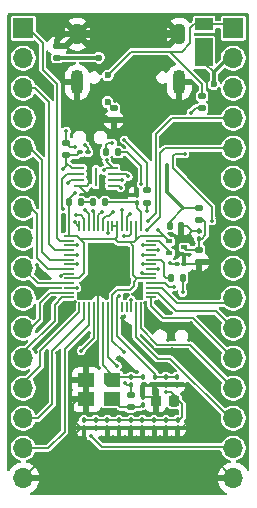
<source format=gbr>
%TF.GenerationSoftware,KiCad,Pcbnew,9.0.0*%
%TF.CreationDate,2025-05-15T12:24:39+09:00*%
%TF.ProjectId,Raspberry Pi Pico(Designed By TORICA),52617370-6265-4727-9279-205069205069,rev?*%
%TF.SameCoordinates,Original*%
%TF.FileFunction,Copper,L1,Top*%
%TF.FilePolarity,Positive*%
%FSLAX46Y46*%
G04 Gerber Fmt 4.6, Leading zero omitted, Abs format (unit mm)*
G04 Created by KiCad (PCBNEW 9.0.0) date 2025-05-15 12:24:39*
%MOMM*%
%LPD*%
G01*
G04 APERTURE LIST*
G04 Aperture macros list*
%AMRoundRect*
0 Rectangle with rounded corners*
0 $1 Rounding radius*
0 $2 $3 $4 $5 $6 $7 $8 $9 X,Y pos of 4 corners*
0 Add a 4 corners polygon primitive as box body*
4,1,4,$2,$3,$4,$5,$6,$7,$8,$9,$2,$3,0*
0 Add four circle primitives for the rounded corners*
1,1,$1+$1,$2,$3*
1,1,$1+$1,$4,$5*
1,1,$1+$1,$6,$7*
1,1,$1+$1,$8,$9*
0 Add four rect primitives between the rounded corners*
20,1,$1+$1,$2,$3,$4,$5,0*
20,1,$1+$1,$4,$5,$6,$7,0*
20,1,$1+$1,$6,$7,$8,$9,0*
20,1,$1+$1,$8,$9,$2,$3,0*%
%AMOutline5P*
0 Free polygon, 5 corners , with rotation*
0 The origin of the aperture is its center*
0 number of corners: always 5*
0 $1 to $10 corner X, Y*
0 $11 Rotation angle, in degrees counterclockwise*
0 create outline with 5 corners*
4,1,5,$1,$2,$3,$4,$5,$6,$7,$8,$9,$10,$1,$2,$11*%
%AMOutline6P*
0 Free polygon, 6 corners , with rotation*
0 The origin of the aperture is its center*
0 number of corners: always 6*
0 $1 to $12 corner X, Y*
0 $13 Rotation angle, in degrees counterclockwise*
0 create outline with 6 corners*
4,1,6,$1,$2,$3,$4,$5,$6,$7,$8,$9,$10,$11,$12,$1,$2,$13*%
%AMOutline7P*
0 Free polygon, 7 corners , with rotation*
0 The origin of the aperture is its center*
0 number of corners: always 7*
0 $1 to $14 corner X, Y*
0 $15 Rotation angle, in degrees counterclockwise*
0 create outline with 7 corners*
4,1,7,$1,$2,$3,$4,$5,$6,$7,$8,$9,$10,$11,$12,$13,$14,$1,$2,$15*%
%AMOutline8P*
0 Free polygon, 8 corners , with rotation*
0 The origin of the aperture is its center*
0 number of corners: always 8*
0 $1 to $16 corner X, Y*
0 $17 Rotation angle, in degrees counterclockwise*
0 create outline with 8 corners*
4,1,8,$1,$2,$3,$4,$5,$6,$7,$8,$9,$10,$11,$12,$13,$14,$15,$16,$1,$2,$17*%
G04 Aperture macros list end*
%TA.AperFunction,SMDPad,CuDef*%
%ADD10R,1.500000X2.400000*%
%TD*%
%TA.AperFunction,SMDPad,CuDef*%
%ADD11R,1.500000X1.050000*%
%TD*%
%TA.AperFunction,SMDPad,CuDef*%
%ADD12Outline5P,-0.700000X0.575000X0.412500X0.575000X0.700000X0.287500X0.700000X-0.575000X-0.700000X-0.575000X180.000000*%
%TD*%
%TA.AperFunction,SMDPad,CuDef*%
%ADD13R,1.400000X1.150000*%
%TD*%
%TA.AperFunction,SMDPad,CuDef*%
%ADD14RoundRect,0.100000X0.100000X-0.130000X0.100000X0.130000X-0.100000X0.130000X-0.100000X-0.130000X0*%
%TD*%
%TA.AperFunction,SMDPad,CuDef*%
%ADD15RoundRect,0.100000X-0.100000X0.130000X-0.100000X-0.130000X0.100000X-0.130000X0.100000X0.130000X0*%
%TD*%
%TA.AperFunction,SMDPad,CuDef*%
%ADD16RoundRect,0.135000X0.185000X-0.135000X0.185000X0.135000X-0.185000X0.135000X-0.185000X-0.135000X0*%
%TD*%
%TA.AperFunction,SMDPad,CuDef*%
%ADD17RoundRect,0.135000X-0.185000X0.135000X-0.185000X-0.135000X0.185000X-0.135000X0.185000X0.135000X0*%
%TD*%
%TA.AperFunction,SMDPad,CuDef*%
%ADD18RoundRect,0.135000X-0.135000X-0.185000X0.135000X-0.185000X0.135000X0.185000X-0.135000X0.185000X0*%
%TD*%
%TA.AperFunction,ComponentPad*%
%ADD19R,1.700000X1.700000*%
%TD*%
%TA.AperFunction,ComponentPad*%
%ADD20O,1.700000X1.700000*%
%TD*%
%TA.AperFunction,SMDPad,CuDef*%
%ADD21R,0.510000X0.400000*%
%TD*%
%TA.AperFunction,SMDPad,CuDef*%
%ADD22RoundRect,0.100000X0.130000X0.100000X-0.130000X0.100000X-0.130000X-0.100000X0.130000X-0.100000X0*%
%TD*%
%TA.AperFunction,SMDPad,CuDef*%
%ADD23RoundRect,0.050000X-0.387500X-0.050000X0.387500X-0.050000X0.387500X0.050000X-0.387500X0.050000X0*%
%TD*%
%TA.AperFunction,SMDPad,CuDef*%
%ADD24RoundRect,0.050000X-0.050000X-0.387500X0.050000X-0.387500X0.050000X0.387500X-0.050000X0.387500X0*%
%TD*%
%TA.AperFunction,HeatsinkPad*%
%ADD25R,3.200000X3.200000*%
%TD*%
%TA.AperFunction,SMDPad,CuDef*%
%ADD26RoundRect,0.062500X-0.387500X-0.062500X0.387500X-0.062500X0.387500X0.062500X-0.387500X0.062500X0*%
%TD*%
%TA.AperFunction,HeatsinkPad*%
%ADD27R,0.200000X1.600000*%
%TD*%
%TA.AperFunction,SMDPad,CuDef*%
%ADD28RoundRect,0.140000X-0.140000X-0.170000X0.140000X-0.170000X0.140000X0.170000X-0.140000X0.170000X0*%
%TD*%
%TA.AperFunction,SMDPad,CuDef*%
%ADD29RoundRect,0.225000X0.225000X0.250000X-0.225000X0.250000X-0.225000X-0.250000X0.225000X-0.250000X0*%
%TD*%
%TA.AperFunction,ComponentPad*%
%ADD30O,1.100000X1.800000*%
%TD*%
%TA.AperFunction,ComponentPad*%
%ADD31O,1.100000X2.100000*%
%TD*%
%TA.AperFunction,ViaPad*%
%ADD32C,0.350000*%
%TD*%
%TA.AperFunction,ViaPad*%
%ADD33C,0.600000*%
%TD*%
%TA.AperFunction,Conductor*%
%ADD34C,0.200000*%
%TD*%
%TA.AperFunction,Conductor*%
%ADD35C,0.500000*%
%TD*%
%TA.AperFunction,Conductor*%
%ADD36C,0.300000*%
%TD*%
%TA.AperFunction,Conductor*%
%ADD37C,0.700000*%
%TD*%
G04 APERTURE END LIST*
D10*
%TO.P,D2,1,K*%
%TO.N,/VSYS*%
X156420000Y-82550000D03*
D11*
%TO.P,D2,2,A*%
%TO.N,/VBUS*%
X156420000Y-80175000D03*
%TD*%
D12*
%TO.P,Y1,1,1*%
%TO.N,/XIN*%
X148650000Y-110300000D03*
D13*
%TO.P,Y1,2,2*%
%TO.N,GND*%
X146450000Y-110300000D03*
%TO.P,Y1,3,3*%
X146450000Y-111900000D03*
%TO.P,Y1,4,4*%
%TO.N,/XR*%
X148650000Y-111900000D03*
%TD*%
D14*
%TO.P,C6,1*%
%TO.N,GND*%
X150200000Y-114350000D03*
%TO.P,C6,2*%
%TO.N,+3V3*%
X150200000Y-113710000D03*
%TD*%
%TO.P,C5,1*%
%TO.N,GND*%
X154087500Y-110690000D03*
%TO.P,C5,2*%
%TO.N,+1V1*%
X154087500Y-110050000D03*
%TD*%
D15*
%TO.P,C13,1*%
%TO.N,+3V3*%
X147225313Y-113710000D03*
%TO.P,C13,2*%
%TO.N,GND*%
X147225313Y-114350000D03*
%TD*%
%TO.P,R8,1*%
%TO.N,/XIN*%
X150200000Y-110050000D03*
%TO.P,R8,2*%
%TO.N,/XOUT*%
X150200000Y-110690000D03*
%TD*%
D16*
%TO.P,R13,1*%
%TO.N,Net-(J1-CC2)*%
X144000000Y-83010000D03*
%TO.P,R13,2*%
%TO.N,GND*%
X144000000Y-81990000D03*
%TD*%
D14*
%TO.P,C10,1*%
%TO.N,GND*%
X153174688Y-114350000D03*
%TO.P,C10,2*%
%TO.N,+3V3*%
X153174688Y-113710000D03*
%TD*%
D17*
%TO.P,R2,1*%
%TO.N,Net-(Q1-D)*%
X156000000Y-99240000D03*
%TO.P,R2,2*%
%TO.N,GND*%
X156000000Y-100260000D03*
%TD*%
D18*
%TO.P,R3,1*%
%TO.N,/USB_D+*%
X148090000Y-91000000D03*
%TO.P,R3,2*%
%TO.N,Net-(U1-USB_DP)*%
X149110000Y-91000000D03*
%TD*%
%TO.P,R6,1*%
%TO.N,/ADC_VREF*%
X146990000Y-95250000D03*
%TO.P,R6,2*%
%TO.N,Net-(U1-ADC_AVDD)*%
X148010000Y-95250000D03*
%TD*%
D19*
%TO.P,J2,1,Pin_1*%
%TO.N,/GPIO0*%
X141110000Y-80500000D03*
D20*
%TO.P,J2,2,Pin_2*%
%TO.N,/GPIO1*%
X141110000Y-83040000D03*
%TO.P,J2,3,Pin_3*%
%TO.N,/GPIO2*%
X141110000Y-85580000D03*
%TO.P,J2,4,Pin_4*%
%TO.N,/GPIO3*%
X141110000Y-88120000D03*
%TO.P,J2,5,Pin_5*%
%TO.N,/GPIO4*%
X141110000Y-90660000D03*
%TO.P,J2,6,Pin_6*%
%TO.N,/GPIO5*%
X141110000Y-93200000D03*
%TO.P,J2,7,Pin_7*%
%TO.N,/GPIO6*%
X141110000Y-95740000D03*
%TO.P,J2,8,Pin_8*%
%TO.N,/GPIO7*%
X141110000Y-98280000D03*
%TO.P,J2,9,Pin_9*%
%TO.N,/GPIO8*%
X141110000Y-100820000D03*
%TO.P,J2,10,Pin_10*%
%TO.N,/GPIO9*%
X141110000Y-103360000D03*
%TO.P,J2,11,Pin_11*%
%TO.N,/GPIO10*%
X141110000Y-105900000D03*
%TO.P,J2,12,Pin_12*%
%TO.N,/GPIO11*%
X141110000Y-108440000D03*
%TO.P,J2,13,Pin_13*%
%TO.N,/GPIO12*%
X141110000Y-110980000D03*
%TO.P,J2,14,Pin_14*%
%TO.N,/GPIO13*%
X141110000Y-113520000D03*
%TO.P,J2,15,Pin_15*%
%TO.N,/GPIO14*%
X141110000Y-116060000D03*
%TO.P,J2,16,Pin_16*%
%TO.N,GND*%
X141110000Y-118600000D03*
%TD*%
D17*
%TO.P,R4,1*%
%TO.N,/USB_D-*%
X151600000Y-94240000D03*
%TO.P,R4,2*%
%TO.N,Net-(U1-USB_DM)*%
X151600000Y-95260000D03*
%TD*%
D14*
%TO.P,C1,1*%
%TO.N,GND*%
X148216875Y-114350000D03*
%TO.P,C1,2*%
%TO.N,+3V3*%
X148216875Y-113710000D03*
%TD*%
D15*
%TO.P,C16,1*%
%TO.N,+3V3*%
X154166250Y-113710000D03*
%TO.P,C16,2*%
%TO.N,GND*%
X154166250Y-114350000D03*
%TD*%
D14*
%TO.P,C2,1*%
%TO.N,Net-(Q1-D)*%
X156000000Y-98320000D03*
%TO.P,C2,2*%
%TO.N,GND*%
X156000000Y-97680000D03*
%TD*%
D18*
%TO.P,R10,1*%
%TO.N,/GPIO25*%
X153590000Y-101650000D03*
%TO.P,R10,2*%
%TO.N,Net-(D1-A)*%
X154610000Y-101650000D03*
%TD*%
D21*
%TO.P,Q1,1,G*%
%TO.N,+3V3*%
X153460000Y-98550000D03*
%TO.P,Q1,2,S*%
%TO.N,/GPIO29_ADC3*%
X153460000Y-99550000D03*
%TO.P,Q1,3,D*%
%TO.N,Net-(Q1-D)*%
X154750000Y-99050000D03*
%TD*%
D22*
%TO.P,R11,1*%
%TO.N,+3V3*%
X146570000Y-91000000D03*
%TO.P,R11,2*%
%TO.N,/QSPI_SS*%
X145930000Y-91000000D03*
%TD*%
D14*
%TO.P,C4,1*%
%TO.N,GND*%
X152183125Y-114350000D03*
%TO.P,C4,2*%
%TO.N,+3V3*%
X152183125Y-113710000D03*
%TD*%
D23*
%TO.P,U1,1,IOVDD*%
%TO.N,+3V3*%
X145012500Y-98087500D03*
%TO.P,U1,2,GPIO0*%
%TO.N,/GPIO0*%
X145012500Y-98487500D03*
%TO.P,U1,3,GPIO1*%
%TO.N,/GPIO1*%
X145012500Y-98887500D03*
%TO.P,U1,4,GPIO2*%
%TO.N,/GPIO2*%
X145012500Y-99287500D03*
%TO.P,U1,5,GPIO3*%
%TO.N,/GPIO3*%
X145012500Y-99687500D03*
%TO.P,U1,6,GPIO4*%
%TO.N,/GPIO4*%
X145012500Y-100087500D03*
%TO.P,U1,7,GPIO5*%
%TO.N,/GPIO5*%
X145012500Y-100487500D03*
%TO.P,U1,8,GPIO6*%
%TO.N,/GPIO6*%
X145012500Y-100887500D03*
%TO.P,U1,9,GPIO7*%
%TO.N,/GPIO7*%
X145012500Y-101287500D03*
%TO.P,U1,10,IOVDD*%
%TO.N,+3V3*%
X145012500Y-101687500D03*
%TO.P,U1,11,GPIO8*%
%TO.N,/GPIO8*%
X145012500Y-102087500D03*
%TO.P,U1,12,GPIO9*%
%TO.N,/GPIO9*%
X145012500Y-102487500D03*
%TO.P,U1,13,GPIO10*%
%TO.N,/GPIO10*%
X145012500Y-102887500D03*
%TO.P,U1,14,GPIO11*%
%TO.N,/GPIO11*%
X145012500Y-103287500D03*
D24*
%TO.P,U1,15,GPIO12*%
%TO.N,/GPIO12*%
X145850000Y-104125000D03*
%TO.P,U1,16,GPIO13*%
%TO.N,/GPIO13*%
X146250000Y-104125000D03*
%TO.P,U1,17,GPIO14*%
%TO.N,/GPIO14*%
X146650000Y-104125000D03*
%TO.P,U1,18,GPIO15*%
%TO.N,/GPIO15*%
X147050000Y-104125000D03*
%TO.P,U1,19,TESTEN*%
%TO.N,GND*%
X147450000Y-104125000D03*
%TO.P,U1,20,XIN*%
%TO.N,/XIN*%
X147850000Y-104125000D03*
%TO.P,U1,21,XOUT*%
%TO.N,/XOUT*%
X148250000Y-104125000D03*
%TO.P,U1,22,IOVDD*%
%TO.N,+3V3*%
X148650000Y-104125000D03*
%TO.P,U1,23,DVDD*%
%TO.N,+1V1*%
X149050000Y-104125000D03*
%TO.P,U1,24,SWCLK*%
%TO.N,unconnected-(U1-SWCLK-Pad24)*%
X149450000Y-104125000D03*
%TO.P,U1,25,SWD*%
%TO.N,unconnected-(U1-SWD-Pad25)*%
X149850000Y-104125000D03*
%TO.P,U1,26,RUN*%
%TO.N,/RUN*%
X150250000Y-104125000D03*
%TO.P,U1,27,GPIO16*%
%TO.N,/GPIO16*%
X150650000Y-104125000D03*
%TO.P,U1,28,GPIO17*%
%TO.N,/GPIO17*%
X151050000Y-104125000D03*
D23*
%TO.P,U1,29,GPIO18*%
%TO.N,/GPIO18*%
X151887500Y-103287500D03*
%TO.P,U1,30,GPIO19*%
%TO.N,/GPIO19*%
X151887500Y-102887500D03*
%TO.P,U1,31,GPIO20*%
%TO.N,/GPIO20*%
X151887500Y-102487500D03*
%TO.P,U1,32,GPIO21*%
%TO.N,/GPIO21*%
X151887500Y-102087500D03*
%TO.P,U1,33,IOVDD*%
%TO.N,+3V3*%
X151887500Y-101687500D03*
%TO.P,U1,34,GPIO22*%
%TO.N,/GPIO22*%
X151887500Y-101287500D03*
%TO.P,U1,35,GPIO23*%
%TO.N,/GPIO23*%
X151887500Y-100887500D03*
%TO.P,U1,36,GPIO24*%
%TO.N,/GPIO24*%
X151887500Y-100487500D03*
%TO.P,U1,37,GPIO25*%
%TO.N,/GPIO25*%
X151887500Y-100087500D03*
%TO.P,U1,38,GPIO26_ADC0*%
%TO.N,/GPIO26_ADC0*%
X151887500Y-99687500D03*
%TO.P,U1,39,GPIO27_ADC1*%
%TO.N,/GPIO27_ADC1*%
X151887500Y-99287500D03*
%TO.P,U1,40,GPIO28_ADC2*%
%TO.N,/GPIO28_ADC2*%
X151887500Y-98887500D03*
%TO.P,U1,41,GPIO29_ADC3*%
%TO.N,/GPIO29_ADC3*%
X151887500Y-98487500D03*
%TO.P,U1,42,IOVDD*%
%TO.N,+3V3*%
X151887500Y-98087500D03*
D24*
%TO.P,U1,43,ADC_AVDD*%
%TO.N,Net-(U1-ADC_AVDD)*%
X151050000Y-97250000D03*
%TO.P,U1,44,VREG_IN*%
%TO.N,+3V3*%
X150650000Y-97250000D03*
%TO.P,U1,45,VREG_VOUT*%
%TO.N,+1V1*%
X150250000Y-97250000D03*
%TO.P,U1,46,USB_DM*%
%TO.N,Net-(U1-USB_DM)*%
X149850000Y-97250000D03*
%TO.P,U1,47,USB_DP*%
%TO.N,Net-(U1-USB_DP)*%
X149450000Y-97250000D03*
%TO.P,U1,48,USB_VDD*%
%TO.N,+3V3*%
X149050000Y-97250000D03*
%TO.P,U1,49,IOVDD*%
X148650000Y-97250000D03*
%TO.P,U1,50,DVDD*%
%TO.N,+1V1*%
X148250000Y-97250000D03*
%TO.P,U1,51,QSPI_SD3*%
%TO.N,/QSPI_SD3*%
X147850000Y-97250000D03*
%TO.P,U1,52,QSPI_SCLK*%
%TO.N,/QSPI_SCLK*%
X147450000Y-97250000D03*
%TO.P,U1,53,QSPI_SD0*%
%TO.N,/QSPI_SD0*%
X147050000Y-97250000D03*
%TO.P,U1,54,QSPI_SD2*%
%TO.N,/QSPI_SD2*%
X146650000Y-97250000D03*
%TO.P,U1,55,QSPI_SD1*%
%TO.N,/QSPI_SD1*%
X146250000Y-97250000D03*
%TO.P,U1,56,QSPI_SS*%
%TO.N,/QSPI_SS*%
X145850000Y-97250000D03*
D25*
%TO.P,U1,57,GND*%
%TO.N,GND*%
X148450000Y-100687500D03*
%TD*%
D14*
%TO.P,C14,1*%
%TO.N,GND*%
X151200000Y-110690000D03*
%TO.P,C14,2*%
%TO.N,/XIN*%
X151200000Y-110050000D03*
%TD*%
%TO.P,C3,1*%
%TO.N,GND*%
X146233750Y-114350000D03*
%TO.P,C3,2*%
%TO.N,+3V3*%
X146233750Y-113710000D03*
%TD*%
D17*
%TO.P,R1,1*%
%TO.N,/VSYS*%
X156000000Y-95740000D03*
%TO.P,R1,2*%
%TO.N,Net-(Q1-D)*%
X156000000Y-96760000D03*
%TD*%
D15*
%TO.P,C12,1*%
%TO.N,GND*%
X150700000Y-94630000D03*
%TO.P,C12,2*%
%TO.N,Net-(U1-ADC_AVDD)*%
X150700000Y-95270000D03*
%TD*%
D19*
%TO.P,J4,1,Pin_1*%
%TO.N,/VBUS*%
X158890000Y-80500000D03*
D20*
%TO.P,J4,2,Pin_2*%
%TO.N,/VSYS*%
X158890000Y-83040000D03*
%TO.P,J4,3,Pin_3*%
%TO.N,+3V3*%
X158890000Y-85580000D03*
%TO.P,J4,4,Pin_4*%
%TO.N,/GPIO28_ADC2*%
X158890000Y-88120000D03*
%TO.P,J4,5,Pin_5*%
%TO.N,/GPIO27_ADC1*%
X158890000Y-90660000D03*
%TO.P,J4,6,Pin_6*%
%TO.N,/GPIO26_ADC0*%
X158890000Y-93200000D03*
%TO.P,J4,7,Pin_7*%
%TO.N,/GPIO23*%
X158890000Y-95740000D03*
%TO.P,J4,8,Pin_8*%
%TO.N,/GPIO22*%
X158890000Y-98280000D03*
%TO.P,J4,9,Pin_9*%
%TO.N,/GPIO21*%
X158890000Y-100820000D03*
%TO.P,J4,10,Pin_10*%
%TO.N,/GPIO20*%
X158890000Y-103360000D03*
%TO.P,J4,11,Pin_11*%
%TO.N,/GPIO19*%
X158890000Y-105900000D03*
%TO.P,J4,12,Pin_12*%
%TO.N,/GPIO18*%
X158890000Y-108440000D03*
%TO.P,J4,13,Pin_13*%
%TO.N,/GPIO17*%
X158890000Y-110980000D03*
%TO.P,J4,14,Pin_14*%
%TO.N,/GPIO16*%
X158890000Y-113520000D03*
%TO.P,J4,15,Pin_15*%
%TO.N,/GPIO15*%
X158890000Y-116060000D03*
%TO.P,J4,16,Pin_16*%
%TO.N,GND*%
X158890000Y-118600000D03*
%TD*%
D14*
%TO.P,C11,1*%
%TO.N,GND*%
X151191563Y-114350000D03*
%TO.P,C11,2*%
%TO.N,+3V3*%
X151191563Y-113710000D03*
%TD*%
D17*
%TO.P,R9,1*%
%TO.N,Net-(R9-Pad1)*%
X144750000Y-90240000D03*
%TO.P,R9,2*%
%TO.N,/QSPI_SS*%
X144750000Y-91260000D03*
%TD*%
D15*
%TO.P,C15,1*%
%TO.N,GND*%
X151200000Y-111740000D03*
%TO.P,C15,2*%
%TO.N,/XR*%
X151200000Y-112380000D03*
%TD*%
D17*
%TO.P,R12,1*%
%TO.N,Net-(J1-CC1)*%
X148750000Y-87240000D03*
%TO.P,R12,2*%
%TO.N,GND*%
X148750000Y-88260000D03*
%TD*%
D26*
%TO.P,U2,1,CS*%
%TO.N,/QSPI_SS*%
X145825000Y-92350000D03*
%TO.P,U2,2,DO_IO1*%
%TO.N,/QSPI_SD1*%
X145825000Y-92850000D03*
%TO.P,U2,3,WP_IO2*%
%TO.N,/QSPI_SD2*%
X145825000Y-93350000D03*
%TO.P,U2,4,GND*%
%TO.N,GND*%
X145825000Y-93850000D03*
%TO.P,U2,5,DI_IOD*%
%TO.N,/QSPI_SD0*%
X148675000Y-93850000D03*
%TO.P,U2,6,CLK*%
%TO.N,/QSPI_SCLK*%
X148675000Y-93350000D03*
%TO.P,U2,7,HOLD_IO3*%
%TO.N,/QSPI_SD3*%
X148675000Y-92850000D03*
%TO.P,U2,8,VCC*%
%TO.N,+3V3*%
X148675000Y-92350000D03*
D27*
%TO.P,U2,9,PAD*%
%TO.N,unconnected-(U2-PAD-Pad9)*%
X147250000Y-93100000D03*
%TD*%
D14*
%TO.P,C9,1*%
%TO.N,GND*%
X152237500Y-110690000D03*
%TO.P,C9,2*%
%TO.N,+1V1*%
X152237500Y-110050000D03*
%TD*%
D28*
%TO.P,C17,1*%
%TO.N,/VSYS*%
X153520000Y-97250000D03*
%TO.P,C17,2*%
%TO.N,GND*%
X154480000Y-97250000D03*
%TD*%
D22*
%TO.P,R14,1*%
%TO.N,GND*%
X154720000Y-100500000D03*
%TO.P,R14,2*%
%TO.N,/GPIO24*%
X154080000Y-100500000D03*
%TD*%
D16*
%TO.P,R15,1*%
%TO.N,/GPIO24*%
X156250000Y-87260000D03*
%TO.P,R15,2*%
%TO.N,/VBUS*%
X156250000Y-86240000D03*
%TD*%
D18*
%TO.P,R5,1*%
%TO.N,+3V3*%
X144990000Y-95250000D03*
%TO.P,R5,2*%
%TO.N,/ADC_VREF*%
X146010000Y-95250000D03*
%TD*%
D29*
%TO.P,C18,1*%
%TO.N,+3V3*%
X153875000Y-112050000D03*
%TO.P,C18,2*%
%TO.N,GND*%
X152325000Y-112050000D03*
%TD*%
D14*
%TO.P,C7,1*%
%TO.N,GND*%
X153162500Y-110690000D03*
%TO.P,C7,2*%
%TO.N,+1V1*%
X153162500Y-110050000D03*
%TD*%
%TO.P,C8,1*%
%TO.N,GND*%
X149208438Y-114350000D03*
%TO.P,C8,2*%
%TO.N,+3V3*%
X149208438Y-113710000D03*
%TD*%
D16*
%TO.P,R7,1*%
%TO.N,/XR*%
X150200000Y-112570000D03*
%TO.P,R7,2*%
%TO.N,/XOUT*%
X150200000Y-111550000D03*
%TD*%
D30*
%TO.P,J1,S1,SHIELD*%
%TO.N,GND*%
X145680000Y-81000000D03*
D31*
X145680000Y-85090000D03*
D30*
X154320000Y-81000000D03*
D31*
X154320000Y-85090000D03*
%TD*%
D32*
%TO.N,GND*%
X148850000Y-86650000D03*
X147500000Y-109250000D03*
X145450000Y-103700000D03*
X152350000Y-103700000D03*
X154250000Y-91650000D03*
X151450000Y-103750000D03*
X157400000Y-103301000D03*
X150100000Y-89700000D03*
X153650000Y-104650000D03*
X142250000Y-106150000D03*
X142500000Y-101650000D03*
X156625000Y-98750000D03*
X152900000Y-90300000D03*
X153350000Y-106900000D03*
X150650000Y-93100000D03*
X142250000Y-100550000D03*
X149900000Y-87100000D03*
X152400000Y-87850000D03*
X149800000Y-103150000D03*
X153250000Y-112750000D03*
X155100000Y-99700000D03*
D33*
X148000000Y-88070000D03*
D32*
X151050000Y-103350000D03*
X157700000Y-85650000D03*
X142150000Y-107900000D03*
X154035876Y-103014124D03*
X155100000Y-87200000D03*
X149500000Y-105000000D03*
X155100000Y-106900000D03*
X157700000Y-86150000D03*
X155300000Y-105450000D03*
D33*
X153040689Y-86100000D03*
D32*
X150200000Y-92600000D03*
X148300000Y-85600000D03*
X143100000Y-107850000D03*
X146650000Y-106300000D03*
X150100000Y-88800000D03*
X144000000Y-108000000D03*
X157400000Y-116500000D03*
X144500000Y-97600000D03*
X152700000Y-109650000D03*
X153600000Y-109650000D03*
X150700000Y-109650000D03*
X155200000Y-98450000D03*
D33*
X154250000Y-87500000D03*
D32*
X150950000Y-102200000D03*
X153700000Y-107700000D03*
X146650000Y-94630000D03*
X149100000Y-108400000D03*
%TO.N,+3V3*%
X145485876Y-94464124D03*
X152550000Y-97600000D03*
X149600000Y-107950000D03*
X147935082Y-92527599D03*
X148173219Y-91695000D03*
X146329087Y-90396730D03*
X153197279Y-111295000D03*
%TO.N,+1V1*%
X149173376Y-103198376D03*
X148249999Y-97878668D03*
X149600000Y-98125000D03*
%TO.N,/VSYS*%
X153250000Y-92050000D03*
D33*
X157250000Y-85250000D03*
D32*
%TO.N,Net-(D1-A)*%
X154610000Y-102875000D03*
D33*
%TO.N,Net-(J1-CC1)*%
X148250000Y-86750000D03*
%TO.N,Net-(J1-CC2)*%
X147500000Y-83000000D03*
D32*
%TO.N,/GPIO1*%
X145641168Y-98887501D03*
%TO.N,/GPIO3*%
X145641168Y-99687500D03*
%TO.N,/GPIO7*%
X144256250Y-101506250D03*
%TO.N,/GPIO5*%
X145641168Y-100487501D03*
%TO.N,/GPIO9*%
X145641168Y-102487500D03*
%TO.N,/USB_D-*%
X149650000Y-89950000D03*
%TO.N,/USB_D+*%
X148650000Y-90200000D03*
%TO.N,/GPIO15*%
X146825000Y-115025000D03*
X146000000Y-107800000D03*
%TO.N,/GPIO22*%
X151174943Y-101212500D03*
%TO.N,/GPIO26_ADC0*%
X151258832Y-99687499D03*
%TO.N,/GPIO27_ADC1*%
X152516168Y-99287500D03*
X151538268Y-97612500D03*
%TO.N,/GPIO28_ADC2*%
X151650000Y-96800000D03*
X151258832Y-98887499D03*
%TO.N,/GPIO21*%
X153850000Y-102400000D03*
%TO.N,Net-(U1-USB_DP)*%
X149450000Y-95900000D03*
X151099386Y-93702747D03*
%TO.N,Net-(U1-USB_DM)*%
X151600000Y-95950000D03*
X150100000Y-96250000D03*
%TO.N,/XOUT*%
X149050000Y-109100000D03*
X149725000Y-110525000D03*
%TO.N,Net-(R9-Pad1)*%
X144750000Y-89200000D03*
X145507109Y-90524795D03*
%TO.N,/QSPI_SS*%
X144475000Y-92450000D03*
X145465000Y-96950000D03*
%TO.N,/GPIO24*%
X154759011Y-91150000D03*
X151258832Y-100487499D03*
X153550000Y-100415306D03*
X155300000Y-87645000D03*
X157051001Y-96822751D03*
%TO.N,/GPIO23*%
X152520364Y-100890306D03*
%TO.N,/RUN*%
X150250000Y-103496332D03*
%TO.N,/QSPI_SD2*%
X144894000Y-93600000D03*
X146304956Y-95921494D03*
%TO.N,/QSPI_SCLK*%
X149450000Y-93350000D03*
X147750000Y-96050000D03*
%TO.N,/QSPI_SD0*%
X149350000Y-94000000D03*
X147047872Y-95968781D03*
%TO.N,/QSPI_SD1*%
X144474999Y-95778749D03*
X145600000Y-96350000D03*
%TO.N,/QSPI_SD3*%
X150000000Y-93050000D03*
X148660876Y-96060876D03*
D33*
%TO.N,/VBUS*%
X148250000Y-84500000D03*
%TD*%
D34*
%TO.N,GND*%
X148450000Y-100687500D02*
X148450000Y-101950000D01*
D35*
X144000000Y-81500000D02*
X144500000Y-81000000D01*
D34*
X157526000Y-101800000D02*
X157526000Y-99400000D01*
X151200000Y-111740000D02*
X151200000Y-110690000D01*
X147450000Y-107300000D02*
X146450000Y-108300000D01*
X145825000Y-93850000D02*
X146500000Y-93850000D01*
X157526000Y-94926000D02*
X156100000Y-93500000D01*
X146233750Y-114350000D02*
X154166250Y-114350000D01*
X156000000Y-100260000D02*
X156666000Y-100260000D01*
D35*
X144000000Y-81990000D02*
X144000000Y-81500000D01*
D34*
X152015000Y-111740000D02*
X152325000Y-112050000D01*
X154690000Y-110690000D02*
X154087500Y-110690000D01*
X157526000Y-97849000D02*
X156625000Y-98750000D01*
X157400000Y-116500000D02*
X157150000Y-116750000D01*
X154250000Y-91650000D02*
X156100000Y-93500000D01*
X157150000Y-116750000D02*
X157040000Y-116750000D01*
X147100000Y-91269870D02*
X147100000Y-90500000D01*
X147100000Y-90500000D02*
X146750000Y-90150000D01*
X146450000Y-111900000D02*
X145700000Y-111900000D01*
X146000000Y-114350000D02*
X146233750Y-114350000D01*
X143600000Y-116750000D02*
X146000000Y-114350000D01*
X150700000Y-94630000D02*
X146650000Y-94630000D01*
X142960000Y-116750000D02*
X157040000Y-116750000D01*
X146450000Y-108300000D02*
X146450000Y-110300000D01*
X154500000Y-114350000D02*
X155050000Y-113800000D01*
X148450000Y-101950000D02*
X147450000Y-102950000D01*
X147450000Y-104125000D02*
X147450000Y-107300000D01*
X154720000Y-100500000D02*
X155760000Y-100500000D01*
X157526000Y-97800000D02*
X157526000Y-94926000D01*
X146700000Y-93650000D02*
X146700000Y-91669870D01*
X157526000Y-99400000D02*
X157526000Y-97800000D01*
D36*
X154250000Y-87500000D02*
X154250000Y-87309311D01*
D34*
X156666000Y-100260000D02*
X157526000Y-99400000D01*
X145700000Y-111900000D02*
X145300000Y-112300000D01*
X155380000Y-97680000D02*
X156000000Y-97680000D01*
X154166250Y-114350000D02*
X154500000Y-114350000D01*
X157526000Y-102974000D02*
X157526000Y-101800000D01*
X148000000Y-88070000D02*
X148560000Y-88070000D01*
D36*
X154250000Y-87309311D02*
X153040689Y-86100000D01*
D34*
X147450000Y-102950000D02*
X147450000Y-104125000D01*
X146750000Y-89320000D02*
X148000000Y-88070000D01*
X155200000Y-97860000D02*
X155200000Y-98450000D01*
X146500000Y-93850000D02*
X146700000Y-93650000D01*
X151200000Y-110690000D02*
X154087500Y-110690000D01*
X145300000Y-113650000D02*
X146000000Y-114350000D01*
X146450000Y-110300000D02*
X146450000Y-111900000D01*
X146700000Y-91669870D02*
X147100000Y-91269870D01*
X146605000Y-94630000D02*
X145825000Y-93850000D01*
X155050000Y-111050000D02*
X154690000Y-110690000D01*
X141110000Y-118600000D02*
X142960000Y-116750000D01*
D35*
X144500000Y-81000000D02*
X145680000Y-81000000D01*
D34*
X155760000Y-100500000D02*
X156000000Y-100260000D01*
X142960000Y-116750000D02*
X143600000Y-116750000D01*
X145300000Y-112300000D02*
X145300000Y-113650000D01*
X148560000Y-88070000D02*
X148750000Y-88260000D01*
X154480000Y-97250000D02*
X154950000Y-97250000D01*
X154950000Y-97250000D02*
X155380000Y-97680000D01*
X146650000Y-94630000D02*
X146605000Y-94630000D01*
X151200000Y-111740000D02*
X152015000Y-111740000D01*
X157526000Y-97800000D02*
X157526000Y-97849000D01*
D37*
X154320000Y-81000000D02*
X145680000Y-81000000D01*
D34*
X155380000Y-97680000D02*
X155200000Y-97860000D01*
X157040000Y-116750000D02*
X158890000Y-118600000D01*
X155050000Y-113800000D02*
X155050000Y-111050000D01*
X157400000Y-103100000D02*
X157526000Y-102974000D01*
X157400000Y-103301000D02*
X157400000Y-103100000D01*
X146750000Y-90150000D02*
X146750000Y-89320000D01*
%TO.N,+3V3*%
X145637500Y-98087500D02*
X145904668Y-98354668D01*
X150400000Y-101400000D02*
X150400000Y-98900000D01*
X145012500Y-98087500D02*
X145637500Y-98087500D01*
X150762500Y-101687500D02*
X150937500Y-101687500D01*
X153574381Y-111274381D02*
X153875000Y-111575000D01*
X149050000Y-102650000D02*
X150150000Y-102650000D01*
X146233750Y-113710000D02*
X154166250Y-113710000D01*
X154290000Y-113710000D02*
X154550000Y-113450000D01*
X148650000Y-103050000D02*
X149050000Y-102650000D01*
X153217898Y-111274381D02*
X153574381Y-111274381D01*
X144990000Y-94960000D02*
X145485876Y-94464124D01*
X153037500Y-98087500D02*
X152550000Y-97600000D01*
X148650000Y-97250000D02*
X149050000Y-97250000D01*
X153047500Y-98087500D02*
X153460000Y-98500000D01*
X150500000Y-101950000D02*
X150762500Y-101687500D01*
X146250000Y-98700000D02*
X145904668Y-98354668D01*
X148895332Y-98354668D02*
X149140664Y-98600000D01*
X148112681Y-92350000D02*
X148675000Y-92350000D01*
X145012500Y-98087500D02*
X145012500Y-98062500D01*
X153047500Y-98087500D02*
X153037500Y-98087500D01*
X145012500Y-98062500D02*
X144990000Y-98040000D01*
X148173219Y-91848219D02*
X148675000Y-92350000D01*
X150400000Y-98900000D02*
X150100000Y-98600000D01*
X154550000Y-113450000D02*
X154550000Y-112300000D01*
X153875000Y-111575000D02*
X153875000Y-112050000D01*
X154166250Y-113710000D02*
X154290000Y-113710000D01*
X151887500Y-98087500D02*
X150962500Y-98087500D01*
X146250000Y-101250000D02*
X146250000Y-98700000D01*
X150937500Y-101687500D02*
X151887500Y-101687500D01*
X149050000Y-98200000D02*
X149050000Y-97250000D01*
X150100000Y-98600000D02*
X150450000Y-98600000D01*
X146570000Y-91000000D02*
X146570000Y-90637643D01*
X148650000Y-104125000D02*
X148650000Y-103050000D01*
X148650000Y-104125000D02*
X148650000Y-107000000D01*
X148895332Y-98354668D02*
X149050000Y-98200000D01*
X144990000Y-97150000D02*
X144990000Y-95250000D01*
X154550000Y-112300000D02*
X154300000Y-112050000D01*
X149140664Y-98600000D02*
X150100000Y-98600000D01*
X153197279Y-111295000D02*
X153217898Y-111274381D01*
X148650000Y-107000000D02*
X149600000Y-107950000D01*
X145012500Y-101687500D02*
X145812500Y-101687500D01*
X144990000Y-95250000D02*
X144990000Y-94960000D01*
X150687500Y-101687500D02*
X150400000Y-101400000D01*
X150650000Y-98400000D02*
X150650000Y-97250000D01*
X146570000Y-90637643D02*
X146329087Y-90396730D01*
X150500000Y-102300000D02*
X150500000Y-101950000D01*
X150150000Y-102650000D02*
X150500000Y-102300000D01*
X148173219Y-91695000D02*
X148173219Y-91848219D01*
X147935082Y-92527599D02*
X148112681Y-92350000D01*
X145812500Y-101687500D02*
X146250000Y-101250000D01*
X150962500Y-98087500D02*
X150650000Y-98400000D01*
X144990000Y-98040000D02*
X144990000Y-97150000D01*
X154300000Y-112050000D02*
X153875000Y-112050000D01*
X151887500Y-98087500D02*
X153047500Y-98087500D01*
X150450000Y-98600000D02*
X150650000Y-98400000D01*
X150937500Y-101687500D02*
X150687500Y-101687500D01*
X145904668Y-98354668D02*
X148895332Y-98354668D01*
%TO.N,Net-(Q1-D)*%
X156000000Y-96760000D02*
X156310000Y-96760000D01*
X156230000Y-98320000D02*
X156500000Y-98050000D01*
X154890000Y-99240000D02*
X156000000Y-99240000D01*
X156000000Y-98320000D02*
X156230000Y-98320000D01*
X154750000Y-99000000D02*
X154750000Y-99100000D01*
X156500000Y-96950000D02*
X156500000Y-98050000D01*
X156310000Y-96760000D02*
X156500000Y-96950000D01*
X156000000Y-99240000D02*
X156000000Y-98320000D01*
X154750000Y-99100000D02*
X154890000Y-99240000D01*
%TO.N,+1V1*%
X149050000Y-103321752D02*
X149050000Y-104125000D01*
X149600000Y-98125000D02*
X150025000Y-98125000D01*
X150025000Y-98125000D02*
X150250000Y-97900000D01*
X149173376Y-103198376D02*
X149050000Y-103321752D01*
X148250000Y-97250000D02*
X148249999Y-97878668D01*
X149050000Y-104125000D02*
X149050000Y-106550000D01*
X149050000Y-106550000D02*
X152237500Y-109737500D01*
X152237500Y-109737500D02*
X152237500Y-110050000D01*
X150250000Y-97900000D02*
X150250000Y-97250000D01*
X152237500Y-110050000D02*
X154087500Y-110050000D01*
%TO.N,Net-(U1-ADC_AVDD)*%
X150680000Y-95250000D02*
X150700000Y-95270000D01*
X150700000Y-95700000D02*
X151050000Y-96050000D01*
X150700000Y-95270000D02*
X150700000Y-95700000D01*
X151050000Y-96050000D02*
X151050000Y-97250000D01*
X148010000Y-95250000D02*
X150680000Y-95250000D01*
%TO.N,/XIN*%
X147850000Y-109050000D02*
X147850000Y-104125000D01*
X150200000Y-110050000D02*
X151200000Y-110050000D01*
X148650000Y-110300000D02*
X148900000Y-110050000D01*
X148650000Y-109850000D02*
X147850000Y-109050000D01*
X148900000Y-110050000D02*
X150200000Y-110050000D01*
X148650000Y-110300000D02*
X148650000Y-109850000D01*
%TO.N,/XR*%
X149320000Y-112570000D02*
X148650000Y-111900000D01*
X150200000Y-112570000D02*
X149320000Y-112570000D01*
X150200000Y-112570000D02*
X151010000Y-112570000D01*
X151010000Y-112570000D02*
X151200000Y-112380000D01*
%TO.N,/VSYS*%
X153520000Y-97250000D02*
X153520000Y-96880000D01*
D36*
X157250000Y-84250000D02*
X157250000Y-85250000D01*
D34*
X156420000Y-82550000D02*
X156420000Y-83420000D01*
D36*
X158890000Y-83040000D02*
X158460000Y-83040000D01*
X153250000Y-94330000D02*
X154660000Y-95740000D01*
X158460000Y-83040000D02*
X157250000Y-84250000D01*
D34*
X153520000Y-96880000D02*
X154660000Y-95740000D01*
X154660000Y-95740000D02*
X156000000Y-95740000D01*
D36*
X153250000Y-92050000D02*
X153250000Y-94330000D01*
D34*
X156420000Y-83420000D02*
X157250000Y-84250000D01*
%TO.N,Net-(D1-A)*%
X154610000Y-102875000D02*
X154610000Y-101650000D01*
%TO.N,Net-(J1-CC1)*%
X148740000Y-87240000D02*
X148750000Y-87240000D01*
X148250000Y-86750000D02*
X148740000Y-87240000D01*
%TO.N,Net-(J1-CC2)*%
X147490000Y-83010000D02*
X147500000Y-83000000D01*
D36*
X144000000Y-83010000D02*
X147490000Y-83010000D01*
D34*
%TO.N,/GPIO8*%
X141110000Y-100860000D02*
X142337500Y-102087500D01*
X142337500Y-102087500D02*
X145012500Y-102087500D01*
X141110000Y-100820000D02*
X141110000Y-100860000D01*
%TO.N,/GPIO10*%
X142500000Y-105150000D02*
X142500000Y-103750000D01*
X142500000Y-103750000D02*
X143362500Y-102887500D01*
X143362500Y-102887500D02*
X145012500Y-102887500D01*
X141750000Y-105900000D02*
X142500000Y-105150000D01*
X141110000Y-105900000D02*
X141750000Y-105900000D01*
%TO.N,/GPIO11*%
X144412500Y-103287500D02*
X145012500Y-103287500D01*
X141110000Y-108440000D02*
X141110000Y-107890000D01*
X143750000Y-103950000D02*
X144412500Y-103287500D01*
X143750000Y-105250000D02*
X143750000Y-103950000D01*
X141110000Y-107890000D02*
X143750000Y-105250000D01*
%TO.N,/GPIO2*%
X145012500Y-99287500D02*
X143787500Y-99287500D01*
X143250000Y-98750000D02*
X143250000Y-86750000D01*
X143250000Y-86750000D02*
X142080000Y-85580000D01*
X142080000Y-85580000D02*
X141110000Y-85580000D01*
X143787500Y-99287500D02*
X143250000Y-98750000D01*
%TO.N,/GPIO14*%
X144600000Y-114650000D02*
X143190000Y-116060000D01*
X144600000Y-107700000D02*
X144600000Y-114650000D01*
X146650000Y-104125000D02*
X146650000Y-105650000D01*
X146650000Y-105650000D02*
X144600000Y-107700000D01*
X143190000Y-116060000D02*
X141110000Y-116060000D01*
%TO.N,/GPIO1*%
X145012500Y-98887500D02*
X145641168Y-98887501D01*
%TO.N,/GPIO6*%
X141110000Y-95740000D02*
X141740000Y-95740000D01*
X142261000Y-96261000D02*
X142261000Y-99989000D01*
X141740000Y-95740000D02*
X142261000Y-96261000D01*
X143159500Y-100887500D02*
X145012500Y-100887500D01*
X142261000Y-99989000D02*
X143159500Y-100887500D01*
%TO.N,/GPIO3*%
X145012500Y-99687500D02*
X145641168Y-99687500D01*
%TO.N,/GPIO13*%
X141110000Y-113520000D02*
X142380000Y-113520000D01*
X142380000Y-113520000D02*
X143550000Y-112350000D01*
X143550000Y-112350000D02*
X143550000Y-107800000D01*
X143550000Y-107800000D02*
X146250000Y-105100000D01*
X146250000Y-105100000D02*
X146250000Y-104125000D01*
%TO.N,/GPIO7*%
X144256250Y-101506250D02*
X144475000Y-101287500D01*
X144475000Y-101287500D02*
X145012500Y-101287500D01*
%TO.N,/GPIO5*%
X145012500Y-100487500D02*
X145641168Y-100487501D01*
%TO.N,/GPIO9*%
X145012500Y-102487500D02*
X145641168Y-102487500D01*
%TO.N,/GPIO12*%
X142550000Y-107800000D02*
X142550000Y-109100000D01*
X141110000Y-110540000D02*
X141110000Y-110980000D01*
X145850000Y-104500000D02*
X142550000Y-107800000D01*
X145850000Y-104125000D02*
X145850000Y-104500000D01*
X142550000Y-109100000D02*
X141110000Y-110540000D01*
%TO.N,/GPIO4*%
X142700000Y-99450000D02*
X143337500Y-100087500D01*
X142700000Y-91700000D02*
X142700000Y-99450000D01*
X141660000Y-90660000D02*
X142700000Y-91700000D01*
X141110000Y-90660000D02*
X141660000Y-90660000D01*
X143337500Y-100087500D02*
X145012500Y-100087500D01*
%TO.N,/USB_D-*%
X151600000Y-91900000D02*
X151600000Y-92100000D01*
X149650000Y-89950000D02*
X151600000Y-91900000D01*
X151600000Y-92100000D02*
X151600000Y-94240000D01*
%TO.N,/USB_D+*%
X148300000Y-90200000D02*
X148090000Y-90410000D01*
X148090000Y-90410000D02*
X148090000Y-91000000D01*
X148650000Y-90200000D02*
X148300000Y-90200000D01*
%TO.N,/GPIO17*%
X151050000Y-105900000D02*
X151050000Y-104125000D01*
X158890000Y-110980000D02*
X155210000Y-107300000D01*
X155210000Y-107300000D02*
X152450000Y-107300000D01*
X152450000Y-107300000D02*
X151050000Y-105900000D01*
%TO.N,/GPIO15*%
X158890000Y-116060000D02*
X158780000Y-115950000D01*
X158780000Y-115950000D02*
X147750000Y-115950000D01*
X146000000Y-107800000D02*
X147050000Y-106750000D01*
X147050000Y-106750000D02*
X147050000Y-104125000D01*
X147750000Y-115950000D02*
X146825000Y-115025000D01*
%TO.N,/GPIO22*%
X151249943Y-101287500D02*
X151174943Y-101212500D01*
X151887500Y-101287500D02*
X151249943Y-101287500D01*
%TO.N,/GPIO18*%
X155500000Y-105050000D02*
X158890000Y-108440000D01*
X151887500Y-103287500D02*
X151887500Y-103983491D01*
X151887500Y-103983491D02*
X152954009Y-105050000D01*
X152954009Y-105050000D02*
X155500000Y-105050000D01*
%TO.N,/GPIO26_ADC0*%
X151887500Y-99687500D02*
X151258832Y-99687499D01*
%TO.N,/GPIO20*%
X158474000Y-103776000D02*
X158890000Y-103360000D01*
X152837500Y-102487500D02*
X154126000Y-103776000D01*
X151887500Y-102487500D02*
X152837500Y-102487500D01*
X154126000Y-103776000D02*
X158474000Y-103776000D01*
%TO.N,/GPIO27_ADC1*%
X152701000Y-91100000D02*
X152701000Y-96449768D01*
X151538268Y-97612500D02*
X152701000Y-96449768D01*
X151887500Y-99287500D02*
X152516168Y-99287500D01*
X158650000Y-90900000D02*
X158890000Y-90660000D01*
X153141000Y-90660000D02*
X152701000Y-91100000D01*
X158890000Y-90660000D02*
X153141000Y-90660000D01*
%TO.N,/GPIO16*%
X158580000Y-113520000D02*
X158890000Y-113520000D01*
X150650000Y-104125000D02*
X150650000Y-106650000D01*
X150650000Y-106650000D02*
X152500000Y-108500000D01*
X152500000Y-108500000D02*
X153560000Y-108500000D01*
X153560000Y-108500000D02*
X158580000Y-113520000D01*
%TO.N,/GPIO28_ADC2*%
X152300000Y-96150000D02*
X152300000Y-89500000D01*
X153680000Y-88120000D02*
X158890000Y-88120000D01*
X152300000Y-89500000D02*
X153680000Y-88120000D01*
X151650000Y-96800000D02*
X152300000Y-96150000D01*
X151887500Y-98887500D02*
X151258832Y-98887499D01*
%TO.N,/GPIO19*%
X152487500Y-102887500D02*
X154050000Y-104450000D01*
X154050000Y-104450000D02*
X157440000Y-104450000D01*
X151887500Y-102887500D02*
X152487500Y-102887500D01*
X157440000Y-104450000D02*
X158890000Y-105900000D01*
%TO.N,/GPIO21*%
X153399660Y-102400000D02*
X153087160Y-102087500D01*
X153850000Y-102400000D02*
X153399660Y-102400000D01*
X153087160Y-102087500D02*
X151887500Y-102087500D01*
%TO.N,/GPIO29_ADC3*%
X152622630Y-98487500D02*
X151887500Y-98487500D01*
X153460000Y-99500000D02*
X153460000Y-99324870D01*
X153460000Y-99324870D02*
X152622630Y-98487500D01*
%TO.N,Net-(U1-USB_DP)*%
X151100000Y-93200000D02*
X151100000Y-92200000D01*
X149450000Y-95900000D02*
X149450000Y-97250000D01*
X151099386Y-93702747D02*
X151099386Y-93200614D01*
X151099386Y-93200614D02*
X151100000Y-93200000D01*
X151100000Y-92200000D02*
X149900000Y-91000000D01*
X149900000Y-91000000D02*
X149110000Y-91000000D01*
%TO.N,Net-(U1-USB_DM)*%
X151600000Y-95950000D02*
X151600000Y-95260000D01*
X149850000Y-96500000D02*
X150100000Y-96250000D01*
X149850000Y-97250000D02*
X149850000Y-96500000D01*
%TO.N,/ADC_VREF*%
X146990000Y-95250000D02*
X146010000Y-95250000D01*
%TO.N,/XOUT*%
X149890000Y-110690000D02*
X150200000Y-110690000D01*
X150200000Y-110690000D02*
X150200000Y-111550000D01*
X149725000Y-110525000D02*
X149890000Y-110690000D01*
X148250000Y-107000000D02*
X148250000Y-104125000D01*
X148251000Y-108301000D02*
X148251000Y-107033900D01*
X149050000Y-109100000D02*
X148251000Y-108301000D01*
%TO.N,Net-(R9-Pad1)*%
X145507109Y-90524795D02*
X145034795Y-90524795D01*
X145034795Y-90524795D02*
X144750000Y-90240000D01*
X144750000Y-90240000D02*
X144750000Y-89200000D01*
%TO.N,/QSPI_SS*%
X145200000Y-92350000D02*
X144750000Y-91900000D01*
X144750000Y-91900000D02*
X144750000Y-91260000D01*
X145765000Y-97250000D02*
X145850000Y-97250000D01*
X145465000Y-96950000D02*
X145765000Y-97250000D01*
X144750000Y-92175000D02*
X144750000Y-91900000D01*
X145825000Y-92350000D02*
X145200000Y-92350000D01*
X144475000Y-92450000D02*
X144750000Y-92175000D01*
X145670000Y-91260000D02*
X145930000Y-91000000D01*
X144750000Y-91260000D02*
X145670000Y-91260000D01*
%TO.N,/GPIO25*%
X153200000Y-101650000D02*
X153590000Y-101650000D01*
X152996364Y-101446364D02*
X153200000Y-101650000D01*
X152737500Y-100087500D02*
X152996364Y-100346364D01*
X151887500Y-100087500D02*
X152737500Y-100087500D01*
X152996364Y-100346364D02*
X152996364Y-101446364D01*
%TO.N,/GPIO24*%
X153634694Y-100500000D02*
X153550000Y-100415306D01*
X157050000Y-96821750D02*
X157050000Y-95600000D01*
X156240000Y-87250000D02*
X156250000Y-87260000D01*
X157050000Y-95600000D02*
X153750000Y-92300000D01*
X153950000Y-91150000D02*
X154759011Y-91150000D01*
X153750000Y-91350000D02*
X153950000Y-91150000D01*
X154759011Y-91150000D02*
X154774011Y-91135000D01*
X155300000Y-87645000D02*
X155695000Y-87250000D01*
X155695000Y-87250000D02*
X156240000Y-87250000D01*
X153750000Y-92300000D02*
X153750000Y-91350000D01*
X151887500Y-100487500D02*
X151258832Y-100487499D01*
X154080000Y-100500000D02*
X153634694Y-100500000D01*
%TO.N,/GPIO23*%
X152517558Y-100887500D02*
X152520364Y-100890306D01*
X151887500Y-100887500D02*
X152517558Y-100887500D01*
%TO.N,/RUN*%
X150250000Y-104125000D02*
X150250000Y-103496332D01*
%TO.N,/QSPI_SD2*%
X146304956Y-95921494D02*
X146310507Y-95915943D01*
X146310507Y-95915943D02*
X146337695Y-95915943D01*
X145825000Y-93350000D02*
X145144000Y-93350000D01*
X146337695Y-95915943D02*
X146650000Y-96228248D01*
X145144000Y-93350000D02*
X144894000Y-93600000D01*
X146650000Y-96228248D02*
X146650000Y-97250000D01*
%TO.N,/QSPI_SCLK*%
X148675000Y-93350000D02*
X149450000Y-93350000D01*
X147750000Y-96050000D02*
X147450000Y-96350000D01*
X147450000Y-96350000D02*
X147450000Y-97250000D01*
%TO.N,/QSPI_SD0*%
X147050000Y-95970909D02*
X147047872Y-95968781D01*
X149200000Y-93850000D02*
X148675000Y-93850000D01*
X147050000Y-97250000D02*
X147050000Y-95970909D01*
X149350000Y-94000000D02*
X149200000Y-93850000D01*
%TO.N,/QSPI_SD1*%
X145950000Y-96350000D02*
X146250000Y-96650000D01*
X145600000Y-96350000D02*
X145950000Y-96350000D01*
X144419000Y-93231000D02*
X144800000Y-92850000D01*
X146250000Y-96650000D02*
X146250000Y-97250000D01*
X144419000Y-95722750D02*
X144419000Y-93231000D01*
X144474999Y-95778749D02*
X144419000Y-95722750D01*
X144800000Y-92850000D02*
X145825000Y-92850000D01*
%TO.N,/QSPI_SD3*%
X147850000Y-96675000D02*
X147850000Y-97250000D01*
X149800000Y-92850000D02*
X150000000Y-93050000D01*
X148675000Y-92850000D02*
X149800000Y-92850000D01*
X148660876Y-96060876D02*
X148321752Y-96400000D01*
X148321752Y-96400000D02*
X148125000Y-96400000D01*
X148125000Y-96400000D02*
X147850000Y-96675000D01*
%TO.N,/VBUS*%
X156250000Y-85250000D02*
X155250000Y-84250000D01*
X156250000Y-86240000D02*
X156250000Y-85250000D01*
X153500000Y-82500000D02*
X150250000Y-82500000D01*
X156420000Y-80175000D02*
X158565000Y-80175000D01*
X158565000Y-80175000D02*
X158890000Y-80500000D01*
X153500000Y-82500000D02*
X154500000Y-82500000D01*
X155575000Y-80175000D02*
X156420000Y-80175000D01*
X155250000Y-84250000D02*
X153500000Y-82500000D01*
X150250000Y-82500000D02*
X148250000Y-84500000D01*
X155250000Y-80500000D02*
X155575000Y-80175000D01*
X154500000Y-82500000D02*
X155250000Y-81750000D01*
X155250000Y-81750000D02*
X155250000Y-80500000D01*
%TO.N,/GPIO0*%
X141110000Y-80500000D02*
X141500000Y-80500000D01*
X142750000Y-84000000D02*
X144000000Y-85250000D01*
X144000000Y-98250000D02*
X144237500Y-98487500D01*
X144000000Y-85250000D02*
X144000000Y-98250000D01*
X144237500Y-98487500D02*
X145012500Y-98487500D01*
X142750000Y-81750000D02*
X142750000Y-84000000D01*
X141500000Y-80500000D02*
X142750000Y-81750000D01*
%TD*%
%TA.AperFunction,Conductor*%
%TO.N,GND*%
G36*
X160209191Y-79268907D02*
G01*
X160245155Y-79318407D01*
X160250000Y-79349000D01*
X160250000Y-117883155D01*
X160231093Y-117941346D01*
X160181593Y-117977310D01*
X160120407Y-117977310D01*
X160070907Y-117941346D01*
X160062791Y-117928101D01*
X160044626Y-117892451D01*
X160044625Y-117892449D01*
X159919722Y-117720535D01*
X159769464Y-117570277D01*
X159597552Y-117445375D01*
X159408215Y-117348904D01*
X159206122Y-117283241D01*
X159151822Y-117274640D01*
X159097306Y-117246862D01*
X159069529Y-117192345D01*
X159079101Y-117131913D01*
X159122366Y-117088649D01*
X159147993Y-117079762D01*
X159196420Y-117070130D01*
X159387598Y-116990941D01*
X159559655Y-116875977D01*
X159705977Y-116729655D01*
X159820941Y-116557598D01*
X159900130Y-116366420D01*
X159940500Y-116163465D01*
X159940500Y-115956535D01*
X159900130Y-115753580D01*
X159820941Y-115562402D01*
X159705977Y-115390345D01*
X159559655Y-115244023D01*
X159559651Y-115244020D01*
X159387597Y-115129058D01*
X159196418Y-115049869D01*
X158993467Y-115009500D01*
X158993465Y-115009500D01*
X158786535Y-115009500D01*
X158786532Y-115009500D01*
X158583581Y-115049869D01*
X158392402Y-115129058D01*
X158220348Y-115244020D01*
X158074020Y-115390348D01*
X157959058Y-115562402D01*
X157948296Y-115588386D01*
X157908559Y-115634911D01*
X157856832Y-115649500D01*
X147915479Y-115649500D01*
X147857288Y-115630593D01*
X147845475Y-115620504D01*
X147450652Y-115225681D01*
X147422875Y-115171164D01*
X147432446Y-115110732D01*
X147475711Y-115067467D01*
X147482771Y-115064213D01*
X147627898Y-115004100D01*
X147627903Y-115004097D01*
X147660826Y-114978835D01*
X147718502Y-114958410D01*
X147777167Y-114975787D01*
X147781362Y-114978835D01*
X147814284Y-115004097D01*
X147814289Y-115004100D01*
X147960239Y-115064554D01*
X147960247Y-115064556D01*
X148016874Y-115072011D01*
X148016875Y-115072010D01*
X148016875Y-114550001D01*
X148416875Y-114550001D01*
X148416875Y-115072011D01*
X148473502Y-115064556D01*
X148473510Y-115064554D01*
X148619460Y-115004100D01*
X148619465Y-115004098D01*
X148652387Y-114978835D01*
X148710062Y-114958410D01*
X148768728Y-114975786D01*
X148772924Y-114978835D01*
X148805843Y-115004095D01*
X148805852Y-115004100D01*
X148951802Y-115064554D01*
X148951810Y-115064556D01*
X149008437Y-115072011D01*
X149008438Y-115072010D01*
X149008438Y-114550001D01*
X149408438Y-114550001D01*
X149408438Y-115072011D01*
X149465065Y-115064556D01*
X149465073Y-115064554D01*
X149611023Y-115004100D01*
X149611028Y-115004097D01*
X149643951Y-114978835D01*
X149701627Y-114958410D01*
X149760292Y-114975787D01*
X149764487Y-114978835D01*
X149797409Y-115004097D01*
X149797414Y-115004100D01*
X149943364Y-115064554D01*
X149943372Y-115064556D01*
X149999999Y-115072011D01*
X150000000Y-115072010D01*
X150000000Y-114550001D01*
X150400000Y-114550001D01*
X150400000Y-115072011D01*
X150456627Y-115064556D01*
X150456635Y-115064554D01*
X150602585Y-115004100D01*
X150602590Y-115004098D01*
X150635512Y-114978835D01*
X150693187Y-114958410D01*
X150751853Y-114975786D01*
X150756049Y-114978835D01*
X150788968Y-115004095D01*
X150788977Y-115004100D01*
X150934927Y-115064554D01*
X150934935Y-115064556D01*
X150991562Y-115072011D01*
X150991563Y-115072010D01*
X150991563Y-114550001D01*
X151391563Y-114550001D01*
X151391563Y-115072011D01*
X151448190Y-115064556D01*
X151448198Y-115064554D01*
X151594148Y-115004100D01*
X151594153Y-115004097D01*
X151627076Y-114978835D01*
X151684752Y-114958410D01*
X151743417Y-114975787D01*
X151747612Y-114978835D01*
X151780534Y-115004097D01*
X151780539Y-115004100D01*
X151926489Y-115064554D01*
X151926497Y-115064556D01*
X151983124Y-115072011D01*
X151983125Y-115072010D01*
X151983125Y-114550001D01*
X152383125Y-114550001D01*
X152383125Y-115072011D01*
X152439752Y-115064556D01*
X152439760Y-115064554D01*
X152585710Y-115004100D01*
X152585715Y-115004098D01*
X152618637Y-114978835D01*
X152676312Y-114958410D01*
X152734978Y-114975786D01*
X152739174Y-114978835D01*
X152772093Y-115004095D01*
X152772102Y-115004100D01*
X152918052Y-115064554D01*
X152918060Y-115064556D01*
X152974687Y-115072011D01*
X152974688Y-115072010D01*
X152974688Y-114550001D01*
X153374688Y-114550001D01*
X153374688Y-115072011D01*
X153431315Y-115064556D01*
X153431323Y-115064554D01*
X153577273Y-115004100D01*
X153577278Y-115004097D01*
X153610201Y-114978835D01*
X153667877Y-114958410D01*
X153726542Y-114975787D01*
X153730737Y-114978835D01*
X153763659Y-115004097D01*
X153763664Y-115004100D01*
X153909614Y-115064554D01*
X153909622Y-115064556D01*
X153966249Y-115072011D01*
X153966250Y-115072010D01*
X153966250Y-114550001D01*
X154366250Y-114550001D01*
X154366250Y-115072011D01*
X154422877Y-115064556D01*
X154422885Y-115064554D01*
X154568835Y-115004100D01*
X154568839Y-115004098D01*
X154694169Y-114907929D01*
X154694179Y-114907919D01*
X154790348Y-114782589D01*
X154790350Y-114782585D01*
X154850805Y-114636631D01*
X154850805Y-114636630D01*
X154862211Y-114550000D01*
X154366251Y-114550000D01*
X154366250Y-114550001D01*
X153966250Y-114550001D01*
X153966249Y-114550000D01*
X153374689Y-114550000D01*
X153374688Y-114550001D01*
X152974688Y-114550001D01*
X152974687Y-114550000D01*
X152383126Y-114550000D01*
X152383125Y-114550001D01*
X151983125Y-114550001D01*
X151983124Y-114550000D01*
X151391564Y-114550000D01*
X151391563Y-114550001D01*
X150991563Y-114550001D01*
X150991562Y-114550000D01*
X150400001Y-114550000D01*
X150400000Y-114550001D01*
X150000000Y-114550001D01*
X149999999Y-114550000D01*
X149408439Y-114550000D01*
X149408438Y-114550001D01*
X149008438Y-114550001D01*
X149008437Y-114550000D01*
X148416876Y-114550000D01*
X148416875Y-114550001D01*
X148016875Y-114550001D01*
X148016874Y-114550000D01*
X146433751Y-114550000D01*
X146433750Y-114550001D01*
X146433750Y-115074088D01*
X146461260Y-115118327D01*
X146473647Y-115164553D01*
X146475091Y-115169942D01*
X146507273Y-115225681D01*
X146524525Y-115255562D01*
X146594438Y-115325475D01*
X146594440Y-115325476D01*
X146680059Y-115374908D01*
X146680062Y-115374910D01*
X146749891Y-115393620D01*
X146794272Y-115419243D01*
X147565489Y-116190460D01*
X147565491Y-116190461D01*
X147565492Y-116190462D01*
X147565493Y-116190463D01*
X147634008Y-116230020D01*
X147634006Y-116230020D01*
X147634010Y-116230021D01*
X147634012Y-116230022D01*
X147710438Y-116250500D01*
X147789562Y-116250500D01*
X157775565Y-116250500D01*
X157833756Y-116269407D01*
X157869720Y-116318907D01*
X157872662Y-116330183D01*
X157874619Y-116340021D01*
X157879869Y-116366417D01*
X157879869Y-116366418D01*
X157879870Y-116366420D01*
X157902732Y-116421614D01*
X157959058Y-116557597D01*
X157959059Y-116557598D01*
X158074023Y-116729655D01*
X158220345Y-116875977D01*
X158392402Y-116990941D01*
X158583580Y-117070130D01*
X158632003Y-117079762D01*
X158685386Y-117109657D01*
X158711003Y-117165221D01*
X158699067Y-117225231D01*
X158654138Y-117266765D01*
X158628177Y-117274640D01*
X158573877Y-117283241D01*
X158371784Y-117348904D01*
X158182447Y-117445375D01*
X158010535Y-117570277D01*
X157860277Y-117720535D01*
X157735375Y-117892447D01*
X157638904Y-118081784D01*
X157573241Y-118283877D01*
X157562768Y-118349999D01*
X157562769Y-118350000D01*
X158456988Y-118350000D01*
X158424075Y-118407007D01*
X158390000Y-118534174D01*
X158390000Y-118665826D01*
X158424075Y-118792993D01*
X158456988Y-118850000D01*
X157562769Y-118850000D01*
X157573241Y-118916122D01*
X157638904Y-119118215D01*
X157735375Y-119307552D01*
X157860277Y-119479464D01*
X158010535Y-119629722D01*
X158182447Y-119754624D01*
X158296606Y-119812790D01*
X158339871Y-119856055D01*
X158349442Y-119916487D01*
X158321665Y-119971003D01*
X158267148Y-119998781D01*
X158251661Y-120000000D01*
X141748339Y-120000000D01*
X141690148Y-119981093D01*
X141654184Y-119931593D01*
X141654184Y-119870407D01*
X141690148Y-119820907D01*
X141703394Y-119812790D01*
X141817552Y-119754624D01*
X141989464Y-119629722D01*
X142139722Y-119479464D01*
X142264624Y-119307552D01*
X142361095Y-119118215D01*
X142426758Y-118916122D01*
X142437231Y-118850000D01*
X141543012Y-118850000D01*
X141575925Y-118792993D01*
X141610000Y-118665826D01*
X141610000Y-118534174D01*
X141575925Y-118407007D01*
X141543012Y-118350000D01*
X142437231Y-118350000D01*
X142437231Y-118349999D01*
X142426758Y-118283877D01*
X142361095Y-118081784D01*
X142264624Y-117892447D01*
X142139722Y-117720535D01*
X141989464Y-117570277D01*
X141817552Y-117445375D01*
X141628215Y-117348904D01*
X141426122Y-117283241D01*
X141371822Y-117274640D01*
X141317306Y-117246862D01*
X141289529Y-117192345D01*
X141299101Y-117131913D01*
X141342366Y-117088649D01*
X141367993Y-117079762D01*
X141416420Y-117070130D01*
X141607598Y-116990941D01*
X141779655Y-116875977D01*
X141925977Y-116729655D01*
X142040941Y-116557598D01*
X142097268Y-116421614D01*
X142137005Y-116375088D01*
X142188732Y-116360500D01*
X143229563Y-116360500D01*
X143229563Y-116360499D01*
X143305989Y-116340021D01*
X143374511Y-116300460D01*
X143430460Y-116244511D01*
X144840460Y-114834511D01*
X144863596Y-114794438D01*
X144880021Y-114765989D01*
X144900500Y-114689562D01*
X144900500Y-114550000D01*
X145537790Y-114550000D01*
X145549193Y-114636626D01*
X145549195Y-114636635D01*
X145609649Y-114782585D01*
X145609651Y-114782589D01*
X145705820Y-114907919D01*
X145705830Y-114907929D01*
X145831160Y-115004098D01*
X145831164Y-115004100D01*
X145977114Y-115064554D01*
X145977122Y-115064556D01*
X146033749Y-115072011D01*
X146033750Y-115072010D01*
X146033750Y-114550001D01*
X146033749Y-114550000D01*
X145537790Y-114550000D01*
X144900500Y-114550000D01*
X144900500Y-114149999D01*
X145537789Y-114149999D01*
X145537789Y-114150000D01*
X154862209Y-114150000D01*
X154850806Y-114063373D01*
X154850804Y-114063364D01*
X154790350Y-113917414D01*
X154720421Y-113826281D01*
X154699997Y-113768605D01*
X154717374Y-113709939D01*
X154728946Y-113696024D01*
X154790460Y-113634511D01*
X154796836Y-113623467D01*
X154830020Y-113565992D01*
X154830020Y-113565990D01*
X154830022Y-113565988D01*
X154850500Y-113489562D01*
X154850500Y-113410438D01*
X154850500Y-112260438D01*
X154830021Y-112184011D01*
X154827710Y-112180009D01*
X154790460Y-112115489D01*
X154734511Y-112059539D01*
X154734511Y-112059540D01*
X154554496Y-111879525D01*
X154526719Y-111825008D01*
X154525500Y-111809521D01*
X154525500Y-111766510D01*
X154521301Y-111740000D01*
X154509719Y-111666874D01*
X154509716Y-111666869D01*
X154509716Y-111666867D01*
X154448529Y-111546782D01*
X154448528Y-111546780D01*
X154422148Y-111520400D01*
X154394373Y-111465886D01*
X154403944Y-111405454D01*
X154447209Y-111362189D01*
X154454271Y-111358934D01*
X154490087Y-111344099D01*
X154490089Y-111344098D01*
X154615419Y-111247929D01*
X154615429Y-111247919D01*
X154711598Y-111122589D01*
X154711600Y-111122585D01*
X154772055Y-110976631D01*
X154772055Y-110976630D01*
X154783461Y-110890000D01*
X152437501Y-110890000D01*
X152437500Y-110890001D01*
X152437500Y-110969999D01*
X152437501Y-110970000D01*
X152476000Y-110970000D01*
X152534191Y-110988907D01*
X152570155Y-111038407D01*
X152575000Y-111069000D01*
X152575000Y-113024998D01*
X152575001Y-113024999D01*
X152598322Y-113024999D01*
X152697597Y-113014857D01*
X152697609Y-113014854D01*
X152858487Y-112961545D01*
X153002729Y-112872574D01*
X153122571Y-112752732D01*
X153201205Y-112625248D01*
X153247847Y-112585647D01*
X153308857Y-112581024D01*
X153355467Y-112607215D01*
X153396780Y-112648528D01*
X153396782Y-112648529D01*
X153516867Y-112709716D01*
X153516869Y-112709716D01*
X153516874Y-112709719D01*
X153592541Y-112721703D01*
X153616510Y-112725500D01*
X153616512Y-112725500D01*
X154133489Y-112725500D01*
X154134492Y-112725341D01*
X154134996Y-112725261D01*
X154135505Y-112725341D01*
X154137370Y-112725195D01*
X154137405Y-112725642D01*
X154195430Y-112734822D01*
X154238702Y-112778079D01*
X154249500Y-112823039D01*
X154249500Y-113180500D01*
X154230593Y-113238691D01*
X154181093Y-113274655D01*
X154150501Y-113279500D01*
X154021388Y-113279500D01*
X154021385Y-113279501D01*
X153996259Y-113282414D01*
X153893485Y-113327794D01*
X153840773Y-113380505D01*
X153786259Y-113408281D01*
X153770772Y-113409500D01*
X153570166Y-113409500D01*
X153511975Y-113390593D01*
X153500168Y-113380509D01*
X153447453Y-113327794D01*
X153344679Y-113282415D01*
X153344678Y-113282414D01*
X153344676Y-113282414D01*
X153319556Y-113279500D01*
X153029828Y-113279500D01*
X153029823Y-113279501D01*
X153004697Y-113282414D01*
X152901923Y-113327794D01*
X152849211Y-113380505D01*
X152794697Y-113408281D01*
X152779210Y-113409500D01*
X152578603Y-113409500D01*
X152520412Y-113390593D01*
X152508605Y-113380509D01*
X152455890Y-113327794D01*
X152353116Y-113282415D01*
X152353115Y-113282414D01*
X152353113Y-113282414D01*
X152327993Y-113279500D01*
X152038265Y-113279500D01*
X152038260Y-113279501D01*
X152013134Y-113282414D01*
X151910360Y-113327794D01*
X151857648Y-113380505D01*
X151803134Y-113408281D01*
X151787647Y-113409500D01*
X151587041Y-113409500D01*
X151528850Y-113390593D01*
X151517043Y-113380509D01*
X151464328Y-113327794D01*
X151361554Y-113282415D01*
X151361553Y-113282414D01*
X151361551Y-113282414D01*
X151336431Y-113279500D01*
X151046703Y-113279500D01*
X151046698Y-113279501D01*
X151021572Y-113282414D01*
X150918798Y-113327794D01*
X150866086Y-113380505D01*
X150811572Y-113408281D01*
X150796085Y-113409500D01*
X150595478Y-113409500D01*
X150537287Y-113390593D01*
X150525480Y-113380509D01*
X150472765Y-113327794D01*
X150369991Y-113282415D01*
X150369990Y-113282414D01*
X150369988Y-113282414D01*
X150344868Y-113279500D01*
X150055140Y-113279500D01*
X150055135Y-113279501D01*
X150030009Y-113282414D01*
X149927235Y-113327794D01*
X149874523Y-113380505D01*
X149820009Y-113408281D01*
X149804522Y-113409500D01*
X149603916Y-113409500D01*
X149545725Y-113390593D01*
X149533918Y-113380509D01*
X149481203Y-113327794D01*
X149378429Y-113282415D01*
X149378428Y-113282414D01*
X149378426Y-113282414D01*
X149353306Y-113279500D01*
X149063578Y-113279500D01*
X149063573Y-113279501D01*
X149038447Y-113282414D01*
X148935673Y-113327794D01*
X148882961Y-113380505D01*
X148828447Y-113408281D01*
X148812960Y-113409500D01*
X148612353Y-113409500D01*
X148554162Y-113390593D01*
X148542355Y-113380509D01*
X148489640Y-113327794D01*
X148386866Y-113282415D01*
X148386865Y-113282414D01*
X148386863Y-113282414D01*
X148361743Y-113279500D01*
X148072015Y-113279500D01*
X148072010Y-113279501D01*
X148046884Y-113282414D01*
X147944110Y-113327794D01*
X147891398Y-113380505D01*
X147836884Y-113408281D01*
X147821397Y-113409500D01*
X147620791Y-113409500D01*
X147562600Y-113390593D01*
X147550793Y-113380509D01*
X147498078Y-113327794D01*
X147395304Y-113282415D01*
X147395303Y-113282414D01*
X147395301Y-113282414D01*
X147370181Y-113279500D01*
X147080453Y-113279500D01*
X147080448Y-113279501D01*
X147055322Y-113282414D01*
X146952548Y-113327794D01*
X146899836Y-113380505D01*
X146845322Y-113408281D01*
X146829835Y-113409500D01*
X146629228Y-113409500D01*
X146571037Y-113390593D01*
X146559230Y-113380509D01*
X146506515Y-113327794D01*
X146403741Y-113282415D01*
X146403740Y-113282414D01*
X146403738Y-113282414D01*
X146378618Y-113279500D01*
X146088890Y-113279500D01*
X146088885Y-113279501D01*
X146063759Y-113282414D01*
X145960985Y-113327794D01*
X145881544Y-113407235D01*
X145836164Y-113510011D01*
X145833250Y-113535130D01*
X145833250Y-113645476D01*
X145814343Y-113703667D01*
X145794518Y-113724018D01*
X145705827Y-113792073D01*
X145705820Y-113792080D01*
X145609651Y-113917410D01*
X145609649Y-113917414D01*
X145549194Y-114063368D01*
X145549194Y-114063369D01*
X145537789Y-114149999D01*
X144900500Y-114149999D01*
X144900500Y-112522824D01*
X145249999Y-112522824D01*
X145256401Y-112582370D01*
X145256403Y-112582381D01*
X145306646Y-112717088D01*
X145306647Y-112717090D01*
X145392807Y-112832184D01*
X145392815Y-112832192D01*
X145507909Y-112918352D01*
X145507911Y-112918353D01*
X145642618Y-112968596D01*
X145642629Y-112968598D01*
X145702176Y-112975000D01*
X146199999Y-112975000D01*
X146200000Y-112974999D01*
X146200000Y-112150001D01*
X146199999Y-112150000D01*
X145250001Y-112150000D01*
X145250000Y-112150001D01*
X145250000Y-112522824D01*
X145249999Y-112522824D01*
X144900500Y-112522824D01*
X144900500Y-110922824D01*
X145249999Y-110922824D01*
X145256401Y-110982370D01*
X145256403Y-110982381D01*
X145287369Y-111065404D01*
X145289989Y-111126533D01*
X145287369Y-111134596D01*
X145256403Y-111217618D01*
X145256401Y-111217629D01*
X145250000Y-111277175D01*
X145250000Y-111649999D01*
X145250001Y-111650000D01*
X146199999Y-111650000D01*
X146200000Y-111649999D01*
X146200000Y-110550001D01*
X146199999Y-110550000D01*
X145250001Y-110550000D01*
X145250000Y-110550001D01*
X145250000Y-110922824D01*
X145249999Y-110922824D01*
X144900500Y-110922824D01*
X144900500Y-109677175D01*
X145250000Y-109677175D01*
X145250000Y-110049999D01*
X145250001Y-110050000D01*
X146199999Y-110050000D01*
X146200000Y-110049999D01*
X146200000Y-109225001D01*
X146199999Y-109225000D01*
X145702176Y-109225000D01*
X145642629Y-109231401D01*
X145642618Y-109231403D01*
X145507911Y-109281646D01*
X145507909Y-109281647D01*
X145392815Y-109367807D01*
X145392807Y-109367815D01*
X145306647Y-109482909D01*
X145306646Y-109482911D01*
X145256403Y-109617618D01*
X145256401Y-109617629D01*
X145250000Y-109677175D01*
X144900500Y-109677175D01*
X144900500Y-107865479D01*
X144919407Y-107807288D01*
X144929496Y-107795475D01*
X146580496Y-106144475D01*
X146635013Y-106116698D01*
X146695445Y-106126269D01*
X146738710Y-106169534D01*
X146749500Y-106214479D01*
X146749500Y-106584520D01*
X146730593Y-106642711D01*
X146720504Y-106654524D01*
X145969272Y-107405755D01*
X145924893Y-107431377D01*
X145855061Y-107450090D01*
X145855058Y-107450091D01*
X145769440Y-107499523D01*
X145699523Y-107569440D01*
X145650091Y-107655057D01*
X145642334Y-107684007D01*
X145624500Y-107750565D01*
X145624500Y-107849435D01*
X145640002Y-107907288D01*
X145650091Y-107944942D01*
X145685570Y-108006392D01*
X145699525Y-108030562D01*
X145769438Y-108100475D01*
X145769440Y-108100476D01*
X145855058Y-108149908D01*
X145855056Y-108149908D01*
X145855060Y-108149909D01*
X145855062Y-108149910D01*
X145950565Y-108175500D01*
X145950567Y-108175500D01*
X146049433Y-108175500D01*
X146049435Y-108175500D01*
X146144938Y-108149910D01*
X146144940Y-108149908D01*
X146144942Y-108149908D01*
X146173226Y-108133578D01*
X146230562Y-108100475D01*
X146300475Y-108030562D01*
X146349910Y-107944938D01*
X146368620Y-107875105D01*
X146394240Y-107830729D01*
X147290460Y-106934511D01*
X147304536Y-106910130D01*
X147330021Y-106865989D01*
X147350500Y-106789562D01*
X147350500Y-104085438D01*
X147350500Y-103712826D01*
X147350499Y-103712820D01*
X147350476Y-103712583D01*
X147350500Y-103712473D01*
X147350500Y-103707963D01*
X147350804Y-103707963D01*
X147350000Y-103702884D01*
X147350000Y-103188333D01*
X147268556Y-103198114D01*
X147127904Y-103253580D01*
X147007435Y-103344935D01*
X147007431Y-103344939D01*
X146913115Y-103469313D01*
X146862889Y-103504255D01*
X146807365Y-103503116D01*
X146807302Y-103503436D01*
X146805505Y-103503078D01*
X146801716Y-103503001D01*
X146797995Y-103501584D01*
X146724684Y-103487001D01*
X146724674Y-103487000D01*
X146575326Y-103487000D01*
X146575325Y-103487000D01*
X146575315Y-103487001D01*
X146502263Y-103501533D01*
X146502261Y-103501533D01*
X146502260Y-103501534D01*
X146502259Y-103501534D01*
X146493251Y-103505266D01*
X146492416Y-103503251D01*
X146446112Y-103516311D01*
X146407386Y-103503727D01*
X146406749Y-103505266D01*
X146397742Y-103501535D01*
X146397740Y-103501534D01*
X146397736Y-103501533D01*
X146324684Y-103487001D01*
X146324674Y-103487000D01*
X146175326Y-103487000D01*
X146175325Y-103487000D01*
X146175315Y-103487001D01*
X146102263Y-103501533D01*
X146102261Y-103501533D01*
X146102260Y-103501534D01*
X146102259Y-103501534D01*
X146093251Y-103505266D01*
X146092416Y-103503251D01*
X146046112Y-103516311D01*
X146007386Y-103503727D01*
X146006749Y-103505266D01*
X145997742Y-103501535D01*
X145997740Y-103501534D01*
X145997736Y-103501533D01*
X145924684Y-103487001D01*
X145924674Y-103487000D01*
X145775326Y-103487000D01*
X145775320Y-103487000D01*
X145764821Y-103489089D01*
X145704060Y-103481897D01*
X145659130Y-103440363D01*
X145647194Y-103380354D01*
X145648407Y-103372695D01*
X145650500Y-103362174D01*
X145650500Y-103212826D01*
X145635966Y-103139760D01*
X145635962Y-103139755D01*
X145632233Y-103130748D01*
X145634248Y-103129913D01*
X145621189Y-103083620D01*
X145623291Y-103066850D01*
X145627250Y-103048283D01*
X145635966Y-103035240D01*
X145650500Y-102962174D01*
X145650500Y-102939272D01*
X145652678Y-102929060D01*
X145663020Y-102911174D01*
X145669407Y-102891519D01*
X145677994Y-102885279D01*
X145683307Y-102876093D01*
X145702188Y-102867701D01*
X145718907Y-102855555D01*
X145723843Y-102854093D01*
X145786106Y-102837410D01*
X145871730Y-102787975D01*
X145941643Y-102718062D01*
X145982648Y-102647039D01*
X145991076Y-102632442D01*
X145991076Y-102632440D01*
X145991078Y-102632438D01*
X146016668Y-102536935D01*
X146016668Y-102438065D01*
X145991078Y-102342562D01*
X145991076Y-102342559D01*
X145991076Y-102342557D01*
X145941644Y-102256940D01*
X145941643Y-102256938D01*
X145871730Y-102187025D01*
X145837029Y-102166990D01*
X145796090Y-102121520D01*
X145789696Y-102060670D01*
X145820289Y-102007682D01*
X145860905Y-101985630D01*
X145928489Y-101967521D01*
X145997011Y-101927960D01*
X146024985Y-101899985D01*
X146052961Y-101872011D01*
X146362618Y-101562353D01*
X146490460Y-101434511D01*
X146506067Y-101407479D01*
X146530021Y-101365989D01*
X146550500Y-101289562D01*
X146550500Y-98754168D01*
X146569407Y-98695977D01*
X146618907Y-98660013D01*
X146649500Y-98655168D01*
X148729853Y-98655168D01*
X148788044Y-98674075D01*
X148799857Y-98684164D01*
X148900204Y-98784511D01*
X148900203Y-98784511D01*
X148956153Y-98840460D01*
X149024671Y-98880019D01*
X149024675Y-98880021D01*
X149101099Y-98900499D01*
X149101101Y-98900500D01*
X149101102Y-98900500D01*
X149934521Y-98900500D01*
X149942118Y-98902968D01*
X149950008Y-98901719D01*
X149970663Y-98912243D01*
X149992712Y-98919407D01*
X150004525Y-98929496D01*
X150070504Y-98995475D01*
X150098281Y-99049992D01*
X150099500Y-99065479D01*
X150099500Y-101439564D01*
X150119977Y-101515985D01*
X150119979Y-101515989D01*
X150152034Y-101571511D01*
X150159538Y-101584509D01*
X150159540Y-101584511D01*
X150235464Y-101660436D01*
X150263241Y-101714953D01*
X150253669Y-101775385D01*
X150251197Y-101779938D01*
X150219979Y-101834009D01*
X150219978Y-101834011D01*
X150199500Y-101910435D01*
X150199500Y-102134521D01*
X150197031Y-102142118D01*
X150198281Y-102150008D01*
X150187756Y-102170663D01*
X150180593Y-102192712D01*
X150170504Y-102204525D01*
X150054525Y-102320504D01*
X150000008Y-102348281D01*
X149984521Y-102349500D01*
X149010435Y-102349500D01*
X148934011Y-102369978D01*
X148906981Y-102385584D01*
X148902798Y-102388000D01*
X148870050Y-102406907D01*
X148865486Y-102409542D01*
X148409539Y-102865489D01*
X148369980Y-102934007D01*
X148369978Y-102934011D01*
X148349500Y-103010435D01*
X148349500Y-103388000D01*
X148346399Y-103397542D01*
X148347559Y-103407507D01*
X148337152Y-103426003D01*
X148330593Y-103446191D01*
X148322475Y-103452088D01*
X148317557Y-103460831D01*
X148302187Y-103466829D01*
X148281093Y-103482155D01*
X148261941Y-103486337D01*
X148256242Y-103487000D01*
X148175326Y-103487000D01*
X148102260Y-103501534D01*
X148096132Y-103505628D01*
X148077208Y-103507830D01*
X148060072Y-103504386D01*
X148042649Y-103505756D01*
X148030822Y-103498507D01*
X148017222Y-103495774D01*
X148005383Y-103482916D01*
X147990482Y-103473783D01*
X147986883Y-103469312D01*
X147892567Y-103344938D01*
X147892564Y-103344935D01*
X147772095Y-103253580D01*
X147631443Y-103198114D01*
X147550000Y-103188333D01*
X147550000Y-103702884D01*
X147549524Y-103712583D01*
X147549500Y-103712826D01*
X147549500Y-109089564D01*
X147569978Y-109165988D01*
X147581648Y-109186200D01*
X147594370Y-109246048D01*
X147569484Y-109301944D01*
X147516497Y-109332537D01*
X147455646Y-109326143D01*
X147436583Y-109314954D01*
X147392090Y-109281647D01*
X147392088Y-109281646D01*
X147257381Y-109231403D01*
X147257370Y-109231401D01*
X147197824Y-109225000D01*
X146700001Y-109225000D01*
X146700000Y-109225001D01*
X146700000Y-112974999D01*
X146700001Y-112975000D01*
X147197824Y-112975000D01*
X147257370Y-112968598D01*
X147257381Y-112968596D01*
X147392088Y-112918353D01*
X147392090Y-112918352D01*
X147507184Y-112832192D01*
X147507192Y-112832184D01*
X147593352Y-112717090D01*
X147593353Y-112717088D01*
X147625078Y-112632030D01*
X147663128Y-112584115D01*
X147722075Y-112567717D01*
X147779403Y-112589098D01*
X147800149Y-112611622D01*
X147805448Y-112619552D01*
X147871769Y-112663867D01*
X147916231Y-112672711D01*
X147930241Y-112675498D01*
X147930246Y-112675498D01*
X147930252Y-112675500D01*
X148959521Y-112675500D01*
X149017712Y-112694407D01*
X149029525Y-112704496D01*
X149079540Y-112754511D01*
X149079539Y-112754511D01*
X149135489Y-112810460D01*
X149204007Y-112850019D01*
X149204011Y-112850021D01*
X149280435Y-112870499D01*
X149280437Y-112870500D01*
X149280438Y-112870500D01*
X149665024Y-112870500D01*
X149723215Y-112889407D01*
X149735028Y-112899496D01*
X149735934Y-112900402D01*
X149735935Y-112900404D01*
X149819596Y-112984065D01*
X149819597Y-112984065D01*
X149819598Y-112984066D01*
X149926824Y-113034067D01*
X149926825Y-113034067D01*
X149926827Y-113034068D01*
X149975684Y-113040500D01*
X149975685Y-113040500D01*
X150424314Y-113040500D01*
X150424316Y-113040500D01*
X150473173Y-113034068D01*
X150580404Y-112984065D01*
X150664065Y-112900404D01*
X150664065Y-112900402D01*
X150664972Y-112899496D01*
X150719489Y-112871719D01*
X150734976Y-112870500D01*
X151049563Y-112870500D01*
X151049563Y-112870499D01*
X151125989Y-112850021D01*
X151171469Y-112823763D01*
X151220970Y-112810499D01*
X151344861Y-112810499D01*
X151344864Y-112810499D01*
X151369991Y-112807585D01*
X151436816Y-112778079D01*
X151455218Y-112769954D01*
X151516087Y-112763745D01*
X151565210Y-112790514D01*
X151647270Y-112872574D01*
X151791512Y-112961545D01*
X151952396Y-113014856D01*
X152051676Y-113024999D01*
X152075000Y-113024998D01*
X152075000Y-111525001D01*
X152066496Y-111516497D01*
X152038719Y-111461980D01*
X152037500Y-111446493D01*
X152037500Y-110890001D01*
X152037499Y-110890000D01*
X151400001Y-110890000D01*
X151400000Y-110890001D01*
X151400000Y-111641000D01*
X151381093Y-111699191D01*
X151331593Y-111735155D01*
X151301000Y-111740000D01*
X151099000Y-111740000D01*
X151040809Y-111721093D01*
X151004845Y-111671593D01*
X151000000Y-111641000D01*
X151000000Y-110789000D01*
X151018907Y-110730809D01*
X151068407Y-110694845D01*
X151099000Y-110690000D01*
X151199999Y-110690000D01*
X151200000Y-110689999D01*
X151200000Y-110589000D01*
X151204845Y-110574088D01*
X151204845Y-110558407D01*
X151214061Y-110545721D01*
X151218907Y-110530809D01*
X151231592Y-110521592D01*
X151240809Y-110508907D01*
X151255721Y-110504061D01*
X151268407Y-110494845D01*
X151299000Y-110490000D01*
X151472467Y-110490000D01*
X151530658Y-110508907D01*
X151566622Y-110558407D01*
X151567658Y-110561803D01*
X151599997Y-110674992D01*
X151599998Y-110674992D01*
X151599998Y-110674993D01*
X151777307Y-110515413D01*
X151833209Y-110490540D01*
X151843535Y-110490000D01*
X154716349Y-110490000D01*
X154764427Y-110502458D01*
X154787248Y-110515136D01*
X154835229Y-110541792D01*
X154968449Y-110448867D01*
X155026993Y-110431084D01*
X155084809Y-110451109D01*
X155095091Y-110460062D01*
X157837265Y-113202236D01*
X157865042Y-113256753D01*
X157864359Y-113291553D01*
X157839500Y-113416530D01*
X157839500Y-113623467D01*
X157879869Y-113826418D01*
X157959058Y-114017597D01*
X158074020Y-114189651D01*
X158074023Y-114189655D01*
X158220345Y-114335977D01*
X158392402Y-114450941D01*
X158583580Y-114530130D01*
X158786535Y-114570500D01*
X158786536Y-114570500D01*
X158993464Y-114570500D01*
X158993465Y-114570500D01*
X159196420Y-114530130D01*
X159387598Y-114450941D01*
X159559655Y-114335977D01*
X159705977Y-114189655D01*
X159820941Y-114017598D01*
X159900130Y-113826420D01*
X159940500Y-113623465D01*
X159940500Y-113416535D01*
X159900130Y-113213580D01*
X159820941Y-113022402D01*
X159705977Y-112850345D01*
X159559655Y-112704023D01*
X159559651Y-112704020D01*
X159387597Y-112589058D01*
X159196418Y-112509869D01*
X158993467Y-112469500D01*
X158993465Y-112469500D01*
X158786535Y-112469500D01*
X158786532Y-112469500D01*
X158583581Y-112509869D01*
X158392402Y-112589058D01*
X158269106Y-112671442D01*
X158210218Y-112688050D01*
X158152814Y-112666872D01*
X158144101Y-112659130D01*
X155945033Y-110460062D01*
X153744511Y-108259540D01*
X153728810Y-108250475D01*
X153693382Y-108230020D01*
X153693380Y-108230020D01*
X153675989Y-108219979D01*
X153675986Y-108219978D01*
X153599564Y-108199500D01*
X153599562Y-108199500D01*
X152665479Y-108199500D01*
X152607288Y-108180593D01*
X152595475Y-108170504D01*
X150979496Y-106554525D01*
X150975869Y-106547407D01*
X150969407Y-106542712D01*
X150962243Y-106520663D01*
X150951719Y-106500008D01*
X150950500Y-106484521D01*
X150950500Y-106464479D01*
X150969407Y-106406288D01*
X151018907Y-106370324D01*
X151080093Y-106370324D01*
X151119504Y-106394475D01*
X152209540Y-107484511D01*
X152209539Y-107484511D01*
X152265489Y-107540460D01*
X152334007Y-107580019D01*
X152334011Y-107580021D01*
X152410435Y-107600499D01*
X152410437Y-107600500D01*
X152410438Y-107600500D01*
X152489562Y-107600500D01*
X155044521Y-107600500D01*
X155102712Y-107619407D01*
X155114525Y-107629496D01*
X157914736Y-110429707D01*
X157942513Y-110484224D01*
X157936196Y-110537596D01*
X157879870Y-110673578D01*
X157879870Y-110673580D01*
X157839500Y-110876532D01*
X157839500Y-111083467D01*
X157879869Y-111286418D01*
X157959058Y-111477597D01*
X158074020Y-111649651D01*
X158074023Y-111649655D01*
X158220345Y-111795977D01*
X158392402Y-111910941D01*
X158583580Y-111990130D01*
X158786535Y-112030500D01*
X158786536Y-112030500D01*
X158993464Y-112030500D01*
X158993465Y-112030500D01*
X159196420Y-111990130D01*
X159387598Y-111910941D01*
X159559655Y-111795977D01*
X159705977Y-111649655D01*
X159820941Y-111477598D01*
X159900130Y-111286420D01*
X159940500Y-111083465D01*
X159940500Y-110876535D01*
X159900130Y-110673580D01*
X159820941Y-110482402D01*
X159705977Y-110310345D01*
X159559655Y-110164023D01*
X159553133Y-110159665D01*
X159387597Y-110049058D01*
X159196418Y-109969869D01*
X158993467Y-109929500D01*
X158993465Y-109929500D01*
X158786535Y-109929500D01*
X158786532Y-109929500D01*
X158583580Y-109969870D01*
X158583578Y-109969870D01*
X158447596Y-110026196D01*
X158386600Y-110030997D01*
X158339707Y-110004736D01*
X156878434Y-108543463D01*
X155394511Y-107059540D01*
X155394508Y-107059538D01*
X155378853Y-107050499D01*
X155378853Y-107050500D01*
X155325989Y-107019979D01*
X155325988Y-107019978D01*
X155325987Y-107019978D01*
X155249564Y-106999500D01*
X155249562Y-106999500D01*
X155090919Y-106999500D01*
X155032728Y-106980593D01*
X154996764Y-106931093D01*
X154996764Y-106869907D01*
X155005182Y-106851000D01*
X155036280Y-106797136D01*
X155036281Y-106797135D01*
X155075500Y-106650766D01*
X155075500Y-106499234D01*
X155036281Y-106352865D01*
X155036279Y-106352861D01*
X155036279Y-106352860D01*
X154960518Y-106221639D01*
X154960516Y-106221637D01*
X154960515Y-106221635D01*
X154853365Y-106114485D01*
X154853362Y-106114483D01*
X154853360Y-106114481D01*
X154722138Y-106038720D01*
X154722140Y-106038720D01*
X154665347Y-106023503D01*
X154575766Y-105999500D01*
X154424234Y-105999500D01*
X154334652Y-106023503D01*
X154277860Y-106038720D01*
X154146639Y-106114481D01*
X154039481Y-106221639D01*
X153963720Y-106352860D01*
X153946360Y-106417650D01*
X153924500Y-106499234D01*
X153924500Y-106540957D01*
X153924500Y-106650766D01*
X153950057Y-106746147D01*
X153963719Y-106797136D01*
X153994818Y-106851000D01*
X154007539Y-106910848D01*
X153982652Y-106966744D01*
X153929664Y-106997337D01*
X153909081Y-106999500D01*
X153290919Y-106999500D01*
X153232728Y-106980593D01*
X153196764Y-106931093D01*
X153196764Y-106869907D01*
X153205182Y-106851000D01*
X153236280Y-106797136D01*
X153236281Y-106797135D01*
X153275500Y-106650766D01*
X153275500Y-106499234D01*
X153236281Y-106352865D01*
X153236279Y-106352861D01*
X153236279Y-106352860D01*
X153160518Y-106221639D01*
X153160516Y-106221637D01*
X153160515Y-106221635D01*
X153053365Y-106114485D01*
X153053362Y-106114483D01*
X153053360Y-106114481D01*
X152922138Y-106038720D01*
X152922140Y-106038720D01*
X152865347Y-106023503D01*
X152775766Y-105999500D01*
X152624234Y-105999500D01*
X152534652Y-106023503D01*
X152477860Y-106038720D01*
X152346639Y-106114481D01*
X152239481Y-106221639D01*
X152163720Y-106352861D01*
X152163718Y-106352865D01*
X152158251Y-106373270D01*
X152124927Y-106424584D01*
X152067805Y-106446510D01*
X152008705Y-106430674D01*
X151992621Y-106417650D01*
X151379496Y-105804525D01*
X151351719Y-105750008D01*
X151350500Y-105734521D01*
X151350500Y-103712827D01*
X151350500Y-103712826D01*
X151348411Y-103702325D01*
X151351873Y-103673058D01*
X151354628Y-103643743D01*
X151355453Y-103642805D01*
X151355600Y-103641565D01*
X151375611Y-103619914D01*
X151395064Y-103597824D01*
X151396210Y-103597628D01*
X151397130Y-103596633D01*
X151454768Y-103584442D01*
X151459829Y-103584917D01*
X151475326Y-103588000D01*
X151492640Y-103588000D01*
X151497260Y-103588434D01*
X151521291Y-103598816D01*
X151546191Y-103606907D01*
X151549015Y-103610795D01*
X151553427Y-103612701D01*
X151566763Y-103635223D01*
X151582155Y-103656407D01*
X151583194Y-103662968D01*
X151584603Y-103665348D01*
X151584218Y-103669438D01*
X151587000Y-103687000D01*
X151587000Y-104023055D01*
X151607477Y-104099476D01*
X151607479Y-104099481D01*
X151625420Y-104130555D01*
X151627704Y-104134511D01*
X151647040Y-104168002D01*
X152713549Y-105234511D01*
X152713548Y-105234511D01*
X152769498Y-105290460D01*
X152838016Y-105330019D01*
X152838020Y-105330021D01*
X152914444Y-105350499D01*
X152914446Y-105350500D01*
X152914447Y-105350500D01*
X155334521Y-105350500D01*
X155392712Y-105369407D01*
X155404525Y-105379496D01*
X157914736Y-107889707D01*
X157942513Y-107944224D01*
X157936196Y-107997596D01*
X157879870Y-108133578D01*
X157879870Y-108133580D01*
X157839500Y-108336532D01*
X157839500Y-108543467D01*
X157879869Y-108746418D01*
X157959058Y-108937597D01*
X158074020Y-109109651D01*
X158074023Y-109109655D01*
X158220345Y-109255977D01*
X158392402Y-109370941D01*
X158583580Y-109450130D01*
X158786535Y-109490500D01*
X158786536Y-109490500D01*
X158993464Y-109490500D01*
X158993465Y-109490500D01*
X159196420Y-109450130D01*
X159387598Y-109370941D01*
X159559655Y-109255977D01*
X159705977Y-109109655D01*
X159820941Y-108937598D01*
X159900130Y-108746420D01*
X159940500Y-108543465D01*
X159940500Y-108336535D01*
X159900130Y-108133580D01*
X159820941Y-107942402D01*
X159705977Y-107770345D01*
X159559655Y-107624023D01*
X159552747Y-107619407D01*
X159387597Y-107509058D01*
X159196418Y-107429869D01*
X158993467Y-107389500D01*
X158993465Y-107389500D01*
X158786535Y-107389500D01*
X158786532Y-107389500D01*
X158583580Y-107429870D01*
X158583578Y-107429870D01*
X158447596Y-107486196D01*
X158386600Y-107490997D01*
X158339707Y-107464736D01*
X157071478Y-106196507D01*
X155794472Y-104919501D01*
X155766697Y-104864987D01*
X155776268Y-104804555D01*
X155819533Y-104761290D01*
X155864478Y-104750500D01*
X157274521Y-104750500D01*
X157332712Y-104769407D01*
X157344525Y-104779496D01*
X157914736Y-105349707D01*
X157942513Y-105404224D01*
X157936196Y-105457596D01*
X157879870Y-105593578D01*
X157879870Y-105593580D01*
X157839500Y-105796532D01*
X157839500Y-106003467D01*
X157879869Y-106206418D01*
X157959058Y-106397597D01*
X158074020Y-106569651D01*
X158074023Y-106569655D01*
X158220345Y-106715977D01*
X158392402Y-106830941D01*
X158583580Y-106910130D01*
X158786535Y-106950500D01*
X158786536Y-106950500D01*
X158993464Y-106950500D01*
X158993465Y-106950500D01*
X159196420Y-106910130D01*
X159387598Y-106830941D01*
X159559655Y-106715977D01*
X159705977Y-106569655D01*
X159820941Y-106397598D01*
X159900130Y-106206420D01*
X159940500Y-106003465D01*
X159940500Y-105796535D01*
X159900130Y-105593580D01*
X159820941Y-105402402D01*
X159705977Y-105230345D01*
X159559655Y-105084023D01*
X159515508Y-105054525D01*
X159387597Y-104969058D01*
X159196418Y-104889869D01*
X158993467Y-104849500D01*
X158993465Y-104849500D01*
X158786535Y-104849500D01*
X158786532Y-104849500D01*
X158583580Y-104889870D01*
X158583578Y-104889870D01*
X158447596Y-104946196D01*
X158386600Y-104950997D01*
X158339707Y-104924736D01*
X158049984Y-104635013D01*
X157660472Y-104245501D01*
X157632697Y-104190987D01*
X157642268Y-104130555D01*
X157685533Y-104087290D01*
X157730478Y-104076500D01*
X158079860Y-104076500D01*
X158138051Y-104095407D01*
X158149863Y-104105496D01*
X158193868Y-104149500D01*
X158220345Y-104175977D01*
X158392402Y-104290941D01*
X158583580Y-104370130D01*
X158786535Y-104410500D01*
X158786536Y-104410500D01*
X158993464Y-104410500D01*
X158993465Y-104410500D01*
X159196420Y-104370130D01*
X159387598Y-104290941D01*
X159559655Y-104175977D01*
X159705977Y-104029655D01*
X159820941Y-103857598D01*
X159900130Y-103666420D01*
X159940500Y-103463465D01*
X159940500Y-103256535D01*
X159900130Y-103053580D01*
X159820941Y-102862402D01*
X159705977Y-102690345D01*
X159559655Y-102544023D01*
X159549044Y-102536933D01*
X159387597Y-102429058D01*
X159196418Y-102349869D01*
X158993467Y-102309500D01*
X158993465Y-102309500D01*
X158786535Y-102309500D01*
X158786532Y-102309500D01*
X158583581Y-102349869D01*
X158392402Y-102429058D01*
X158220348Y-102544020D01*
X158074020Y-102690348D01*
X157959058Y-102862402D01*
X157879869Y-103053581D01*
X157839500Y-103256532D01*
X157839500Y-103376500D01*
X157820593Y-103434691D01*
X157771093Y-103470655D01*
X157740500Y-103475500D01*
X154291479Y-103475500D01*
X154233288Y-103456593D01*
X154221475Y-103446504D01*
X153718777Y-102943806D01*
X153691000Y-102889289D01*
X153700571Y-102828857D01*
X153743836Y-102785592D01*
X153794076Y-102776963D01*
X153794076Y-102775500D01*
X153899433Y-102775500D01*
X153899435Y-102775500D01*
X153994938Y-102749910D01*
X153994940Y-102749908D01*
X153994942Y-102749908D01*
X154029227Y-102730113D01*
X154080562Y-102700475D01*
X154080568Y-102700468D01*
X154085157Y-102696949D01*
X154142832Y-102676524D01*
X154201498Y-102693901D01*
X154238746Y-102742442D01*
X154241052Y-102801112D01*
X154234500Y-102825565D01*
X154234500Y-102924435D01*
X154246550Y-102969407D01*
X154260091Y-103019942D01*
X154307425Y-103101925D01*
X154309525Y-103105562D01*
X154379438Y-103175475D01*
X154379440Y-103175476D01*
X154465058Y-103224908D01*
X154465056Y-103224908D01*
X154465060Y-103224909D01*
X154465062Y-103224910D01*
X154560565Y-103250500D01*
X154560567Y-103250500D01*
X154659433Y-103250500D01*
X154659435Y-103250500D01*
X154754938Y-103224910D01*
X154754940Y-103224908D01*
X154754942Y-103224908D01*
X154805259Y-103195857D01*
X154840562Y-103175475D01*
X154910475Y-103105562D01*
X154945874Y-103044249D01*
X154959908Y-103019942D01*
X154959908Y-103019940D01*
X154959910Y-103019938D01*
X154985500Y-102924435D01*
X154985500Y-102825565D01*
X154959910Y-102730062D01*
X154952980Y-102718059D01*
X154923763Y-102667452D01*
X154910500Y-102617953D01*
X154910500Y-102184976D01*
X154929407Y-102126785D01*
X154939496Y-102114972D01*
X154940402Y-102114065D01*
X154940404Y-102114065D01*
X155024065Y-102030404D01*
X155074068Y-101923173D01*
X155080500Y-101874316D01*
X155080500Y-101425684D01*
X155074068Y-101376827D01*
X155031712Y-101285996D01*
X155024256Y-101225268D01*
X155053919Y-101171754D01*
X155083553Y-101152693D01*
X155152589Y-101124098D01*
X155277919Y-101027929D01*
X155277927Y-101027921D01*
X155336835Y-100951150D01*
X155387259Y-100916493D01*
X155448424Y-100918094D01*
X155465773Y-100926203D01*
X155560804Y-100982404D01*
X155714872Y-101027165D01*
X155714878Y-101027167D01*
X155749999Y-101029930D01*
X155750000Y-101029930D01*
X155750000Y-100510001D01*
X156250000Y-100510001D01*
X156250000Y-101029930D01*
X156285121Y-101027167D01*
X156285127Y-101027165D01*
X156439195Y-100982404D01*
X156439196Y-100982404D01*
X156577285Y-100900738D01*
X156690738Y-100787285D01*
X156732582Y-100716532D01*
X157839500Y-100716532D01*
X157839500Y-100923467D01*
X157879869Y-101126418D01*
X157959058Y-101317597D01*
X158071531Y-101485926D01*
X158074023Y-101489655D01*
X158220345Y-101635977D01*
X158392402Y-101750941D01*
X158583580Y-101830130D01*
X158786535Y-101870500D01*
X158786536Y-101870500D01*
X158993464Y-101870500D01*
X158993465Y-101870500D01*
X159196420Y-101830130D01*
X159387598Y-101750941D01*
X159559655Y-101635977D01*
X159705977Y-101489655D01*
X159820941Y-101317598D01*
X159900130Y-101126420D01*
X159940500Y-100923465D01*
X159940500Y-100716535D01*
X159900130Y-100513580D01*
X159820941Y-100322402D01*
X159705977Y-100150345D01*
X159559655Y-100004023D01*
X159559651Y-100004020D01*
X159387597Y-99889058D01*
X159196418Y-99809869D01*
X158993467Y-99769500D01*
X158993465Y-99769500D01*
X158786535Y-99769500D01*
X158786532Y-99769500D01*
X158583581Y-99809869D01*
X158392402Y-99889058D01*
X158220348Y-100004020D01*
X158074020Y-100150348D01*
X157959058Y-100322402D01*
X157879869Y-100513581D01*
X157839500Y-100716532D01*
X156732582Y-100716532D01*
X156765261Y-100661276D01*
X156772405Y-100649194D01*
X156812844Y-100510000D01*
X156250001Y-100510000D01*
X156250000Y-100510001D01*
X155750000Y-100510001D01*
X155750000Y-100359000D01*
X155768907Y-100300809D01*
X155818407Y-100264845D01*
X155849000Y-100260000D01*
X155999999Y-100260000D01*
X156000000Y-100259999D01*
X156000000Y-100109000D01*
X156018907Y-100050809D01*
X156068407Y-100014845D01*
X156099000Y-100010000D01*
X156812844Y-100010000D01*
X156812844Y-100009999D01*
X156772404Y-99870804D01*
X156772404Y-99870803D01*
X156690738Y-99732714D01*
X156577287Y-99619263D01*
X156547947Y-99601912D01*
X156507485Y-99556016D01*
X156501726Y-99495102D01*
X156508614Y-99474867D01*
X156514068Y-99463173D01*
X156520500Y-99414316D01*
X156520500Y-99065684D01*
X156514068Y-99016827D01*
X156504111Y-98995475D01*
X156464066Y-98909598D01*
X156464065Y-98909597D01*
X156464065Y-98909596D01*
X156380404Y-98825935D01*
X156380402Y-98825934D01*
X156380401Y-98825933D01*
X156357659Y-98815328D01*
X156339500Y-98798393D01*
X156319407Y-98783795D01*
X156317477Y-98777855D01*
X156312912Y-98773598D01*
X156300500Y-98725604D01*
X156300500Y-98715478D01*
X156319407Y-98657287D01*
X156329490Y-98645480D01*
X156352206Y-98622765D01*
X156354747Y-98617007D01*
X156395542Y-98571411D01*
X156414511Y-98560460D01*
X156454981Y-98519990D01*
X156470461Y-98504511D01*
X156668990Y-98305981D01*
X156740460Y-98234511D01*
X156773934Y-98176532D01*
X157839500Y-98176532D01*
X157839500Y-98383467D01*
X157879869Y-98586418D01*
X157959058Y-98777597D01*
X158074020Y-98949651D01*
X158074023Y-98949655D01*
X158220345Y-99095977D01*
X158392402Y-99210941D01*
X158583580Y-99290130D01*
X158786535Y-99330500D01*
X158786536Y-99330500D01*
X158993464Y-99330500D01*
X158993465Y-99330500D01*
X159196420Y-99290130D01*
X159387598Y-99210941D01*
X159559655Y-99095977D01*
X159705977Y-98949655D01*
X159820941Y-98777598D01*
X159900130Y-98586420D01*
X159940500Y-98383465D01*
X159940500Y-98176535D01*
X159900130Y-97973580D01*
X159820941Y-97782402D01*
X159705977Y-97610345D01*
X159559655Y-97464023D01*
X159546244Y-97455062D01*
X159387597Y-97349058D01*
X159196418Y-97269869D01*
X158993467Y-97229500D01*
X158993465Y-97229500D01*
X158786535Y-97229500D01*
X158786532Y-97229500D01*
X158583581Y-97269869D01*
X158392402Y-97349058D01*
X158220348Y-97464020D01*
X158074020Y-97610348D01*
X157959058Y-97782402D01*
X157879869Y-97973581D01*
X157839500Y-98176532D01*
X156773934Y-98176532D01*
X156780022Y-98165988D01*
X156800500Y-98089562D01*
X156800500Y-98010438D01*
X156800500Y-97273394D01*
X156819407Y-97215203D01*
X156868907Y-97179239D01*
X156925122Y-97177768D01*
X157001566Y-97198251D01*
X157001567Y-97198251D01*
X157100434Y-97198251D01*
X157100436Y-97198251D01*
X157195939Y-97172661D01*
X157195941Y-97172659D01*
X157195943Y-97172659D01*
X157243993Y-97144917D01*
X157281563Y-97123226D01*
X157351476Y-97053313D01*
X157400911Y-96967689D01*
X157426501Y-96872186D01*
X157426501Y-96773316D01*
X157400911Y-96677813D01*
X157368091Y-96620968D01*
X157355370Y-96561122D01*
X157380256Y-96505226D01*
X157397187Y-96490273D01*
X157438168Y-96461689D01*
X157375505Y-96391193D01*
X157350978Y-96335140D01*
X157350500Y-96325422D01*
X157350500Y-95636532D01*
X157839500Y-95636532D01*
X157839500Y-95843467D01*
X157879869Y-96046418D01*
X157959058Y-96237597D01*
X158050508Y-96374462D01*
X158074023Y-96409655D01*
X158220345Y-96555977D01*
X158392402Y-96670941D01*
X158583580Y-96750130D01*
X158786535Y-96790500D01*
X158786536Y-96790500D01*
X158993464Y-96790500D01*
X158993465Y-96790500D01*
X159196420Y-96750130D01*
X159387598Y-96670941D01*
X159559655Y-96555977D01*
X159705977Y-96409655D01*
X159820941Y-96237598D01*
X159900130Y-96046420D01*
X159940500Y-95843465D01*
X159940500Y-95636535D01*
X159900130Y-95433580D01*
X159820941Y-95242402D01*
X159705977Y-95070345D01*
X159559655Y-94924023D01*
X159559651Y-94924020D01*
X159387597Y-94809058D01*
X159196418Y-94729869D01*
X158993467Y-94689500D01*
X158993465Y-94689500D01*
X158786535Y-94689500D01*
X158786532Y-94689500D01*
X158583581Y-94729869D01*
X158392402Y-94809058D01*
X158220348Y-94924020D01*
X158074020Y-95070348D01*
X157959058Y-95242402D01*
X157879869Y-95433581D01*
X157839500Y-95636532D01*
X157350500Y-95636532D01*
X157350500Y-95560439D01*
X157350499Y-95560435D01*
X157342350Y-95530019D01*
X157342350Y-95530018D01*
X157330022Y-95484012D01*
X157330020Y-95484008D01*
X157290463Y-95415493D01*
X157290462Y-95415492D01*
X157290461Y-95415491D01*
X157290460Y-95415489D01*
X154971503Y-93096532D01*
X157839500Y-93096532D01*
X157839500Y-93303467D01*
X157879869Y-93506418D01*
X157959058Y-93697597D01*
X158044810Y-93825935D01*
X158074023Y-93869655D01*
X158220345Y-94015977D01*
X158392402Y-94130941D01*
X158583580Y-94210130D01*
X158786535Y-94250500D01*
X158786536Y-94250500D01*
X158993464Y-94250500D01*
X158993465Y-94250500D01*
X159196420Y-94210130D01*
X159387598Y-94130941D01*
X159559655Y-94015977D01*
X159705977Y-93869655D01*
X159820941Y-93697598D01*
X159900130Y-93506420D01*
X159940500Y-93303465D01*
X159940500Y-93096535D01*
X159900130Y-92893580D01*
X159820941Y-92702402D01*
X159705977Y-92530345D01*
X159559655Y-92384023D01*
X159470529Y-92324471D01*
X159387597Y-92269058D01*
X159196418Y-92189869D01*
X158993467Y-92149500D01*
X158993465Y-92149500D01*
X158786535Y-92149500D01*
X158786532Y-92149500D01*
X158583581Y-92189869D01*
X158392402Y-92269058D01*
X158220348Y-92384020D01*
X158074020Y-92530348D01*
X157959058Y-92702402D01*
X157879869Y-92893581D01*
X157839500Y-93096532D01*
X154971503Y-93096532D01*
X154079496Y-92204525D01*
X154051719Y-92150008D01*
X154050500Y-92134521D01*
X154050500Y-91549500D01*
X154069407Y-91491309D01*
X154118907Y-91455345D01*
X154149500Y-91450500D01*
X154501965Y-91450500D01*
X154551463Y-91463762D01*
X154614073Y-91499910D01*
X154709576Y-91525500D01*
X154709578Y-91525500D01*
X154808444Y-91525500D01*
X154808446Y-91525500D01*
X154903949Y-91499910D01*
X154903951Y-91499908D01*
X154903953Y-91499908D01*
X154929388Y-91485222D01*
X154989573Y-91450475D01*
X155059486Y-91380562D01*
X155108921Y-91294938D01*
X155134511Y-91199435D01*
X155134511Y-91100565D01*
X155130373Y-91085121D01*
X155133576Y-91024021D01*
X155172081Y-90976471D01*
X155226000Y-90960500D01*
X157811268Y-90960500D01*
X157869459Y-90979407D01*
X157902732Y-91021614D01*
X157959058Y-91157597D01*
X158074020Y-91329651D01*
X158074023Y-91329655D01*
X158220345Y-91475977D01*
X158392402Y-91590941D01*
X158583580Y-91670130D01*
X158786535Y-91710500D01*
X158786536Y-91710500D01*
X158993464Y-91710500D01*
X158993465Y-91710500D01*
X159196420Y-91670130D01*
X159387598Y-91590941D01*
X159559655Y-91475977D01*
X159705977Y-91329655D01*
X159820941Y-91157598D01*
X159900130Y-90966420D01*
X159940500Y-90763465D01*
X159940500Y-90556535D01*
X159900130Y-90353580D01*
X159820941Y-90162402D01*
X159705977Y-89990345D01*
X159559655Y-89844023D01*
X159546015Y-89834909D01*
X159387597Y-89729058D01*
X159196418Y-89649869D01*
X158993467Y-89609500D01*
X158993465Y-89609500D01*
X158786535Y-89609500D01*
X158786532Y-89609500D01*
X158583581Y-89649869D01*
X158392402Y-89729058D01*
X158220348Y-89844020D01*
X158074020Y-89990348D01*
X157959058Y-90162402D01*
X157902732Y-90298386D01*
X157862995Y-90344912D01*
X157811268Y-90359500D01*
X153101435Y-90359500D01*
X153025011Y-90379978D01*
X153000887Y-90393907D01*
X152995213Y-90397183D01*
X152956489Y-90419540D01*
X152956486Y-90419542D01*
X152769503Y-90606525D01*
X152714987Y-90634302D01*
X152654555Y-90624731D01*
X152611290Y-90581466D01*
X152600500Y-90536521D01*
X152600500Y-89665479D01*
X152619407Y-89607288D01*
X152629496Y-89595475D01*
X153775475Y-88449496D01*
X153829992Y-88421719D01*
X153845479Y-88420500D01*
X157811268Y-88420500D01*
X157869459Y-88439407D01*
X157902732Y-88481614D01*
X157959058Y-88617597D01*
X157959059Y-88617598D01*
X158074023Y-88789655D01*
X158220345Y-88935977D01*
X158392402Y-89050941D01*
X158583580Y-89130130D01*
X158786535Y-89170500D01*
X158786536Y-89170500D01*
X158993464Y-89170500D01*
X158993465Y-89170500D01*
X159196420Y-89130130D01*
X159387598Y-89050941D01*
X159559655Y-88935977D01*
X159705977Y-88789655D01*
X159820941Y-88617598D01*
X159900130Y-88426420D01*
X159940500Y-88223465D01*
X159940500Y-88016535D01*
X159900130Y-87813580D01*
X159820941Y-87622402D01*
X159705977Y-87450345D01*
X159559655Y-87304023D01*
X159559651Y-87304020D01*
X159387597Y-87189058D01*
X159196418Y-87109869D01*
X158993467Y-87069500D01*
X158993465Y-87069500D01*
X158786535Y-87069500D01*
X158786532Y-87069500D01*
X158583581Y-87109869D01*
X158392402Y-87189058D01*
X158220348Y-87304020D01*
X158074020Y-87450348D01*
X157959058Y-87622402D01*
X157902732Y-87758386D01*
X157862995Y-87804912D01*
X157811268Y-87819500D01*
X156723976Y-87819500D01*
X156665785Y-87800593D01*
X156629821Y-87751093D01*
X156629821Y-87689907D01*
X156653970Y-87650498D01*
X156714065Y-87590404D01*
X156764068Y-87483173D01*
X156770500Y-87434316D01*
X156770500Y-87085684D01*
X156764068Y-87036827D01*
X156754740Y-87016824D01*
X156714066Y-86929598D01*
X156714065Y-86929597D01*
X156714065Y-86929596D01*
X156630404Y-86845935D01*
X156617085Y-86839724D01*
X156572337Y-86797997D01*
X156560662Y-86737936D01*
X156586519Y-86682483D01*
X156617084Y-86660275D01*
X156630404Y-86654065D01*
X156714065Y-86570404D01*
X156764068Y-86463173D01*
X156770500Y-86414316D01*
X156770500Y-86065684D01*
X156764068Y-86016827D01*
X156718709Y-85919556D01*
X156714066Y-85909598D01*
X156714065Y-85909597D01*
X156714065Y-85909596D01*
X156630404Y-85825935D01*
X156630402Y-85825934D01*
X156630401Y-85825933D01*
X156607659Y-85815328D01*
X156562912Y-85773598D01*
X156550500Y-85725604D01*
X156550500Y-85210438D01*
X156539581Y-85169688D01*
X156539581Y-85169687D01*
X156531738Y-85140417D01*
X156530022Y-85134012D01*
X156490460Y-85065489D01*
X155538013Y-84113042D01*
X155510236Y-84058525D01*
X155519807Y-83998093D01*
X155563072Y-83954828D01*
X155623504Y-83945257D01*
X155627318Y-83945938D01*
X155641666Y-83948792D01*
X155650246Y-83950499D01*
X155650249Y-83950499D01*
X155650252Y-83950500D01*
X156484521Y-83950500D01*
X156542712Y-83969407D01*
X156554525Y-83979496D01*
X156870504Y-84295475D01*
X156898281Y-84349992D01*
X156899500Y-84365479D01*
X156899500Y-84851678D01*
X156880593Y-84909869D01*
X156870505Y-84921680D01*
X156849501Y-84942684D01*
X156849496Y-84942690D01*
X156783609Y-85056809D01*
X156781283Y-85065490D01*
X156749500Y-85184108D01*
X156749500Y-85315892D01*
X156757427Y-85345475D01*
X156783609Y-85443190D01*
X156849496Y-85557309D01*
X156849498Y-85557311D01*
X156849500Y-85557314D01*
X156942686Y-85650500D01*
X156942688Y-85650501D01*
X156942690Y-85650503D01*
X157056810Y-85716390D01*
X157056808Y-85716390D01*
X157056812Y-85716391D01*
X157056814Y-85716392D01*
X157184108Y-85750500D01*
X157184110Y-85750500D01*
X157315890Y-85750500D01*
X157315892Y-85750500D01*
X157443186Y-85716392D01*
X157443188Y-85716390D01*
X157443190Y-85716390D01*
X157557309Y-85650503D01*
X157557309Y-85650502D01*
X157557314Y-85650500D01*
X157650500Y-85557314D01*
X157654763Y-85549929D01*
X157700231Y-85508989D01*
X157761081Y-85502592D01*
X157814070Y-85533183D01*
X157838957Y-85589078D01*
X157839500Y-85599429D01*
X157839500Y-85683467D01*
X157879869Y-85886418D01*
X157959058Y-86077597D01*
X157965591Y-86087374D01*
X158074023Y-86249655D01*
X158220345Y-86395977D01*
X158392402Y-86510941D01*
X158583580Y-86590130D01*
X158786535Y-86630500D01*
X158786536Y-86630500D01*
X158993464Y-86630500D01*
X158993465Y-86630500D01*
X159196420Y-86590130D01*
X159387598Y-86510941D01*
X159559655Y-86395977D01*
X159705977Y-86249655D01*
X159820941Y-86077598D01*
X159900130Y-85886420D01*
X159940500Y-85683465D01*
X159940500Y-85476535D01*
X159900130Y-85273580D01*
X159820941Y-85082402D01*
X159705977Y-84910345D01*
X159559655Y-84764023D01*
X159559651Y-84764020D01*
X159387597Y-84649058D01*
X159196418Y-84569869D01*
X158993467Y-84529500D01*
X158993465Y-84529500D01*
X158786535Y-84529500D01*
X158786532Y-84529500D01*
X158583581Y-84569869D01*
X158392402Y-84649058D01*
X158220348Y-84764020D01*
X158074020Y-84910348D01*
X157959058Y-85082402D01*
X157927480Y-85158639D01*
X157887743Y-85205165D01*
X157828248Y-85219448D01*
X157771720Y-85196033D01*
X157740390Y-85146378D01*
X157716392Y-85056814D01*
X157716390Y-85056811D01*
X157716390Y-85056809D01*
X157650503Y-84942690D01*
X157650498Y-84942684D01*
X157629495Y-84921680D01*
X157601719Y-84867163D01*
X157600500Y-84851678D01*
X157600500Y-84436188D01*
X157619407Y-84377997D01*
X157629496Y-84366185D01*
X157841182Y-84154499D01*
X158114553Y-83881126D01*
X158169070Y-83853349D01*
X158229502Y-83862920D01*
X158239550Y-83868809D01*
X158392402Y-83970941D01*
X158583580Y-84050130D01*
X158786535Y-84090500D01*
X158786536Y-84090500D01*
X158993464Y-84090500D01*
X158993465Y-84090500D01*
X159196420Y-84050130D01*
X159387598Y-83970941D01*
X159559655Y-83855977D01*
X159705977Y-83709655D01*
X159820941Y-83537598D01*
X159900130Y-83346420D01*
X159940500Y-83143465D01*
X159940500Y-82936535D01*
X159900130Y-82733580D01*
X159820941Y-82542402D01*
X159705977Y-82370345D01*
X159559655Y-82224023D01*
X159555270Y-82221093D01*
X159387597Y-82109058D01*
X159196418Y-82029869D01*
X158993467Y-81989500D01*
X158993465Y-81989500D01*
X158786535Y-81989500D01*
X158786532Y-81989500D01*
X158583581Y-82029869D01*
X158392402Y-82109058D01*
X158220348Y-82224020D01*
X158074020Y-82370348D01*
X157959058Y-82542402D01*
X157879869Y-82733581D01*
X157839500Y-82936532D01*
X157839500Y-83123810D01*
X157820593Y-83182001D01*
X157810509Y-83193807D01*
X157603818Y-83400500D01*
X157539504Y-83464814D01*
X157484987Y-83492591D01*
X157424555Y-83483020D01*
X157381290Y-83439755D01*
X157370500Y-83394810D01*
X157370500Y-81330253D01*
X157370498Y-81330241D01*
X157367711Y-81316231D01*
X157358867Y-81271769D01*
X157314552Y-81205448D01*
X157314548Y-81205445D01*
X157248233Y-81161134D01*
X157248231Y-81161133D01*
X157248228Y-81161132D01*
X157248227Y-81161132D01*
X157189758Y-81149501D01*
X157189748Y-81149500D01*
X155650252Y-81149500D01*
X155649500Y-81149500D01*
X155634588Y-81144655D01*
X155618907Y-81144655D01*
X155606221Y-81135438D01*
X155591309Y-81130593D01*
X155582092Y-81117907D01*
X155569407Y-81108691D01*
X155564561Y-81093778D01*
X155555345Y-81081093D01*
X155550500Y-81050500D01*
X155550500Y-80999500D01*
X155569407Y-80941309D01*
X155618907Y-80905345D01*
X155649500Y-80900500D01*
X157189747Y-80900500D01*
X157189748Y-80900500D01*
X157248231Y-80888867D01*
X157314552Y-80844552D01*
X157358867Y-80778231D01*
X157370500Y-80719748D01*
X157370500Y-80574500D01*
X157389407Y-80516309D01*
X157438907Y-80480345D01*
X157469500Y-80475500D01*
X157740500Y-80475500D01*
X157798691Y-80494407D01*
X157834655Y-80543907D01*
X157839500Y-80574500D01*
X157839500Y-81369746D01*
X157839501Y-81369758D01*
X157851132Y-81428227D01*
X157851134Y-81428233D01*
X157867964Y-81453420D01*
X157895448Y-81494552D01*
X157961769Y-81538867D01*
X158006231Y-81547711D01*
X158020241Y-81550498D01*
X158020246Y-81550498D01*
X158020252Y-81550500D01*
X158020253Y-81550500D01*
X159759747Y-81550500D01*
X159759748Y-81550500D01*
X159818231Y-81538867D01*
X159884552Y-81494552D01*
X159928867Y-81428231D01*
X159940500Y-81369748D01*
X159940500Y-79630252D01*
X159928867Y-79571769D01*
X159884552Y-79505448D01*
X159884548Y-79505445D01*
X159818233Y-79461134D01*
X159818231Y-79461133D01*
X159818228Y-79461132D01*
X159818227Y-79461132D01*
X159759758Y-79449501D01*
X159759748Y-79449500D01*
X158020252Y-79449500D01*
X158020251Y-79449500D01*
X158020241Y-79449501D01*
X157961772Y-79461132D01*
X157961766Y-79461134D01*
X157895451Y-79505445D01*
X157895445Y-79505451D01*
X157851134Y-79571766D01*
X157851132Y-79571772D01*
X157839501Y-79630241D01*
X157839500Y-79630253D01*
X157839500Y-79775500D01*
X157820593Y-79833691D01*
X157771093Y-79869655D01*
X157740500Y-79874500D01*
X157469500Y-79874500D01*
X157411309Y-79855593D01*
X157375345Y-79806093D01*
X157370500Y-79775500D01*
X157370500Y-79630253D01*
X157370498Y-79630241D01*
X157364482Y-79600000D01*
X157358867Y-79571769D01*
X157314552Y-79505448D01*
X157314548Y-79505445D01*
X157248233Y-79461134D01*
X157248231Y-79461133D01*
X157248228Y-79461132D01*
X157248227Y-79461132D01*
X157189758Y-79449501D01*
X157189748Y-79449500D01*
X155650252Y-79449500D01*
X155650251Y-79449500D01*
X155650241Y-79449501D01*
X155591772Y-79461132D01*
X155591766Y-79461134D01*
X155525451Y-79505445D01*
X155525445Y-79505451D01*
X155481134Y-79571766D01*
X155481132Y-79571772D01*
X155469501Y-79630241D01*
X155469500Y-79630253D01*
X155469500Y-79831765D01*
X155450593Y-79889956D01*
X155435616Y-79906337D01*
X155428351Y-79912679D01*
X155390489Y-79934540D01*
X155302155Y-80022873D01*
X155299624Y-80025084D01*
X155274411Y-80035852D01*
X155249994Y-80048293D01*
X155246556Y-80047748D01*
X155243355Y-80049116D01*
X155216626Y-80043007D01*
X155189562Y-80038721D01*
X155186686Y-80036165D01*
X155183708Y-80035485D01*
X155176044Y-80026708D01*
X155152192Y-80005512D01*
X155135593Y-79980669D01*
X154989329Y-79834405D01*
X154817374Y-79719508D01*
X154817360Y-79719501D01*
X154626272Y-79640349D01*
X154423418Y-79600000D01*
X154216581Y-79600000D01*
X154013727Y-79640349D01*
X153822639Y-79719501D01*
X153822625Y-79719508D01*
X153650668Y-79834406D01*
X153650666Y-79834408D01*
X153579313Y-79905760D01*
X154084643Y-80411091D01*
X154079940Y-80415795D01*
X154040444Y-80484204D01*
X154020000Y-80560504D01*
X154020000Y-81439496D01*
X154040444Y-81515796D01*
X154079940Y-81584205D01*
X154084643Y-81588908D01*
X153579313Y-82094238D01*
X153579313Y-82100500D01*
X153560406Y-82158691D01*
X153510906Y-82194655D01*
X153480313Y-82199500D01*
X150210438Y-82199500D01*
X150159486Y-82213152D01*
X150134010Y-82219979D01*
X150134004Y-82219982D01*
X150127006Y-82224021D01*
X150127007Y-82224022D01*
X150065491Y-82259538D01*
X148354524Y-83970504D01*
X148300007Y-83998281D01*
X148284520Y-83999500D01*
X148184108Y-83999500D01*
X148106200Y-84020375D01*
X148056809Y-84033609D01*
X147942690Y-84099496D01*
X147849496Y-84192690D01*
X147783609Y-84306809D01*
X147755991Y-84409882D01*
X147722666Y-84461197D01*
X147665545Y-84483123D01*
X147606444Y-84467287D01*
X147574630Y-84433762D01*
X147530505Y-84357335D01*
X147432665Y-84259495D01*
X147312836Y-84190312D01*
X147179183Y-84154500D01*
X147040817Y-84154500D01*
X146907164Y-84190312D01*
X146821102Y-84240000D01*
X146798166Y-84253242D01*
X146738317Y-84265963D01*
X146682422Y-84241076D01*
X146657202Y-84205391D01*
X146610498Y-84092639D01*
X146610491Y-84092625D01*
X146495594Y-83920670D01*
X146349329Y-83774405D01*
X146177374Y-83659508D01*
X146177360Y-83659501D01*
X145986272Y-83580349D01*
X145866861Y-83556598D01*
X145813477Y-83526702D01*
X145787861Y-83471137D01*
X145799798Y-83411127D01*
X145844727Y-83369594D01*
X145886175Y-83360500D01*
X147111679Y-83360500D01*
X147169870Y-83379407D01*
X147181676Y-83389490D01*
X147192686Y-83400500D01*
X147192688Y-83400501D01*
X147192690Y-83400503D01*
X147306810Y-83466390D01*
X147306808Y-83466390D01*
X147306812Y-83466391D01*
X147306814Y-83466392D01*
X147434108Y-83500500D01*
X147434110Y-83500500D01*
X147565890Y-83500500D01*
X147565892Y-83500500D01*
X147693186Y-83466392D01*
X147693188Y-83466390D01*
X147693190Y-83466390D01*
X147807309Y-83400503D01*
X147807309Y-83400502D01*
X147807314Y-83400500D01*
X147900500Y-83307314D01*
X147900503Y-83307309D01*
X147966390Y-83193190D01*
X147966390Y-83193188D01*
X147966392Y-83193186D01*
X148000500Y-83065892D01*
X148000500Y-82934108D01*
X147966392Y-82806814D01*
X147966390Y-82806811D01*
X147966390Y-82806809D01*
X147900503Y-82692690D01*
X147900501Y-82692688D01*
X147900500Y-82692686D01*
X147807314Y-82599500D01*
X147807311Y-82599498D01*
X147807309Y-82599496D01*
X147693189Y-82533609D01*
X147693191Y-82533609D01*
X147632267Y-82517285D01*
X147565892Y-82499500D01*
X147434108Y-82499500D01*
X147367733Y-82517285D01*
X147306809Y-82533609D01*
X147192690Y-82599496D01*
X147161681Y-82630505D01*
X147107164Y-82658281D01*
X147091678Y-82659500D01*
X144780198Y-82659500D01*
X144722007Y-82640593D01*
X144686043Y-82591093D01*
X144686043Y-82529907D01*
X144694985Y-82510105D01*
X144772404Y-82379196D01*
X144772404Y-82379195D01*
X144811092Y-82246032D01*
X144805060Y-82240000D01*
X144793553Y-82240000D01*
X144771779Y-82261773D01*
X144717262Y-82289549D01*
X144656830Y-82279977D01*
X144631773Y-82261773D01*
X144609999Y-82240000D01*
X144099000Y-82240000D01*
X144040809Y-82221093D01*
X144004845Y-82171593D01*
X144000000Y-82141000D01*
X144000000Y-81990001D01*
X143999999Y-81990000D01*
X143849000Y-81990000D01*
X143790809Y-81971093D01*
X143754845Y-81921593D01*
X143750000Y-81891000D01*
X143750000Y-81220068D01*
X144250000Y-81220068D01*
X144250000Y-81739999D01*
X144250001Y-81740000D01*
X144586447Y-81740000D01*
X145326447Y-81000000D01*
X144670319Y-80343872D01*
X144630000Y-80546579D01*
X144630000Y-81206871D01*
X144611093Y-81265062D01*
X144561593Y-81301026D01*
X144500407Y-81301026D01*
X144480606Y-81292085D01*
X144439194Y-81267594D01*
X144285124Y-81222833D01*
X144250000Y-81220068D01*
X143750000Y-81220068D01*
X143714875Y-81222833D01*
X143560804Y-81267595D01*
X143560803Y-81267595D01*
X143422714Y-81349261D01*
X143309261Y-81462714D01*
X143227595Y-81600803D01*
X143227593Y-81600808D01*
X143219108Y-81630013D01*
X143184716Y-81680618D01*
X143127148Y-81701342D01*
X143068392Y-81684271D01*
X143033678Y-81639516D01*
X143032503Y-81640003D01*
X143030019Y-81634007D01*
X142990460Y-81565489D01*
X142934511Y-81509539D01*
X142934511Y-81509540D01*
X142189496Y-80764525D01*
X142161719Y-80710008D01*
X142160500Y-80694521D01*
X142160500Y-79905760D01*
X144939313Y-79905760D01*
X145444644Y-80411091D01*
X145439940Y-80415795D01*
X145400444Y-80484204D01*
X145380000Y-80560504D01*
X145380000Y-81439496D01*
X145400444Y-81515796D01*
X145439940Y-81584205D01*
X145444643Y-81588908D01*
X144939314Y-82094238D01*
X145010670Y-82165594D01*
X145182625Y-82280491D01*
X145182639Y-82280498D01*
X145373727Y-82359650D01*
X145576581Y-82399999D01*
X145576586Y-82400000D01*
X145783414Y-82400000D01*
X145783418Y-82399999D01*
X145986272Y-82359650D01*
X146177360Y-82280498D01*
X146177369Y-82280494D01*
X146349332Y-82165590D01*
X146349341Y-82165583D01*
X146420685Y-82094238D01*
X145915356Y-81588909D01*
X145920060Y-81584205D01*
X145959556Y-81515796D01*
X145980000Y-81439496D01*
X145980000Y-80999999D01*
X146033552Y-80999999D01*
X146689679Y-81656126D01*
X146729999Y-81453418D01*
X146730000Y-81453415D01*
X146730000Y-80546584D01*
X146729999Y-80546581D01*
X146729999Y-80546579D01*
X153270000Y-80546579D01*
X153270000Y-81453420D01*
X153310319Y-81656126D01*
X153966446Y-80999999D01*
X153310319Y-80343872D01*
X153270000Y-80546579D01*
X146729999Y-80546579D01*
X146689679Y-80343872D01*
X146033552Y-80999999D01*
X145980000Y-80999999D01*
X145980000Y-80560504D01*
X145959556Y-80484204D01*
X145920060Y-80415795D01*
X145915355Y-80411090D01*
X146420685Y-79905761D01*
X146349329Y-79834405D01*
X146177374Y-79719508D01*
X146177360Y-79719501D01*
X145986272Y-79640349D01*
X145783418Y-79600000D01*
X145576581Y-79600000D01*
X145373727Y-79640349D01*
X145182639Y-79719501D01*
X145182625Y-79719508D01*
X145010668Y-79834406D01*
X145010666Y-79834408D01*
X144939313Y-79905760D01*
X142160500Y-79905760D01*
X142160500Y-79630253D01*
X142160498Y-79630241D01*
X142154482Y-79600000D01*
X142148867Y-79571769D01*
X142104552Y-79505448D01*
X142104548Y-79505445D01*
X142038233Y-79461134D01*
X142038231Y-79461133D01*
X142038228Y-79461132D01*
X142038227Y-79461132D01*
X141979758Y-79449501D01*
X141979748Y-79449500D01*
X140240252Y-79449500D01*
X140240251Y-79449500D01*
X140240241Y-79449501D01*
X140181772Y-79461132D01*
X140181766Y-79461134D01*
X140115451Y-79505445D01*
X140115445Y-79505451D01*
X140071134Y-79571766D01*
X140071132Y-79571772D01*
X140059501Y-79630241D01*
X140059500Y-79630253D01*
X140059500Y-81369746D01*
X140059501Y-81369758D01*
X140071132Y-81428227D01*
X140071134Y-81428233D01*
X140087964Y-81453420D01*
X140115448Y-81494552D01*
X140181769Y-81538867D01*
X140226231Y-81547711D01*
X140240241Y-81550498D01*
X140240246Y-81550498D01*
X140240252Y-81550500D01*
X140240253Y-81550500D01*
X141979747Y-81550500D01*
X141979748Y-81550500D01*
X142038231Y-81538867D01*
X142038232Y-81538865D01*
X142047794Y-81536964D01*
X142048521Y-81540618D01*
X142091546Y-81537202D01*
X142138508Y-81563479D01*
X142420504Y-81845475D01*
X142448281Y-81899992D01*
X142449500Y-81915479D01*
X142449500Y-84039564D01*
X142469977Y-84115985D01*
X142469981Y-84115993D01*
X142492211Y-84154499D01*
X142492212Y-84154499D01*
X142492213Y-84154500D01*
X142509540Y-84184511D01*
X143670505Y-85345476D01*
X143698281Y-85399991D01*
X143699500Y-85415478D01*
X143699500Y-86558083D01*
X143680593Y-86616274D01*
X143631093Y-86652238D01*
X143569907Y-86652238D01*
X143520407Y-86616274D01*
X143514764Y-86607584D01*
X143500909Y-86583588D01*
X143490460Y-86565489D01*
X143481780Y-86556809D01*
X143434511Y-86509539D01*
X143434511Y-86509540D01*
X142264511Y-85339540D01*
X142223551Y-85315892D01*
X142195989Y-85299979D01*
X142163475Y-85291266D01*
X142157137Y-85288583D01*
X142138971Y-85272819D01*
X142118800Y-85259720D01*
X142113385Y-85250617D01*
X142110925Y-85248483D01*
X142110165Y-85245205D01*
X142104275Y-85235304D01*
X142097707Y-85219448D01*
X142040941Y-85082402D01*
X141925977Y-84910345D01*
X141779655Y-84764023D01*
X141779651Y-84764020D01*
X141607597Y-84649058D01*
X141416418Y-84569869D01*
X141213467Y-84529500D01*
X141213465Y-84529500D01*
X141006535Y-84529500D01*
X141006532Y-84529500D01*
X140803581Y-84569869D01*
X140612402Y-84649058D01*
X140440348Y-84764020D01*
X140294020Y-84910348D01*
X140179058Y-85082402D01*
X140099869Y-85273581D01*
X140059500Y-85476532D01*
X140059500Y-85683467D01*
X140099869Y-85886418D01*
X140179058Y-86077597D01*
X140185591Y-86087374D01*
X140294023Y-86249655D01*
X140440345Y-86395977D01*
X140612402Y-86510941D01*
X140803580Y-86590130D01*
X141006535Y-86630500D01*
X141006536Y-86630500D01*
X141213464Y-86630500D01*
X141213465Y-86630500D01*
X141416420Y-86590130D01*
X141607598Y-86510941D01*
X141779655Y-86395977D01*
X141925977Y-86249655D01*
X142018656Y-86110949D01*
X142066706Y-86073070D01*
X142127844Y-86070668D01*
X142170976Y-86095947D01*
X142920504Y-86845475D01*
X142948281Y-86899992D01*
X142949500Y-86915479D01*
X142949500Y-91285521D01*
X142930593Y-91343712D01*
X142881093Y-91379676D01*
X142819907Y-91379676D01*
X142780496Y-91355525D01*
X142189496Y-90764525D01*
X142161719Y-90710008D01*
X142160500Y-90694521D01*
X142160500Y-90556536D01*
X142160499Y-90556532D01*
X142157542Y-90541668D01*
X142120130Y-90353580D01*
X142040941Y-90162402D01*
X141925977Y-89990345D01*
X141779655Y-89844023D01*
X141766015Y-89834909D01*
X141607597Y-89729058D01*
X141416418Y-89649869D01*
X141213467Y-89609500D01*
X141213465Y-89609500D01*
X141006535Y-89609500D01*
X141006532Y-89609500D01*
X140803581Y-89649869D01*
X140612402Y-89729058D01*
X140440348Y-89844020D01*
X140294020Y-89990348D01*
X140179058Y-90162402D01*
X140099869Y-90353581D01*
X140059500Y-90556532D01*
X140059500Y-90763467D01*
X140099869Y-90966418D01*
X140179058Y-91157597D01*
X140294020Y-91329651D01*
X140294023Y-91329655D01*
X140440345Y-91475977D01*
X140612402Y-91590941D01*
X140803580Y-91670130D01*
X141006535Y-91710500D01*
X141006536Y-91710500D01*
X141213464Y-91710500D01*
X141213465Y-91710500D01*
X141416420Y-91670130D01*
X141607598Y-91590941D01*
X141779655Y-91475977D01*
X141845326Y-91410306D01*
X141899842Y-91382528D01*
X141960274Y-91392099D01*
X141985334Y-91410305D01*
X142370504Y-91795475D01*
X142398281Y-91849992D01*
X142399500Y-91865479D01*
X142399500Y-95735521D01*
X142392336Y-95757568D01*
X142388710Y-95780466D01*
X142383061Y-95786114D01*
X142380593Y-95793712D01*
X142361836Y-95807339D01*
X142345445Y-95823731D01*
X142337555Y-95824980D01*
X142331093Y-95829676D01*
X142307908Y-95829676D01*
X142285013Y-95833302D01*
X142277896Y-95829676D01*
X142269907Y-95829676D01*
X142230496Y-95805525D01*
X142189496Y-95764525D01*
X142161719Y-95710008D01*
X142160500Y-95694521D01*
X142160500Y-95636536D01*
X142160499Y-95636532D01*
X142157413Y-95621019D01*
X142120130Y-95433580D01*
X142040941Y-95242402D01*
X141925977Y-95070345D01*
X141779655Y-94924023D01*
X141779651Y-94924020D01*
X141607597Y-94809058D01*
X141416418Y-94729869D01*
X141213467Y-94689500D01*
X141213465Y-94689500D01*
X141006535Y-94689500D01*
X141006532Y-94689500D01*
X140803581Y-94729869D01*
X140612402Y-94809058D01*
X140440348Y-94924020D01*
X140294020Y-95070348D01*
X140179058Y-95242402D01*
X140099869Y-95433581D01*
X140059500Y-95636532D01*
X140059500Y-95843467D01*
X140099869Y-96046418D01*
X140179058Y-96237597D01*
X140270508Y-96374462D01*
X140294023Y-96409655D01*
X140440345Y-96555977D01*
X140612402Y-96670941D01*
X140803580Y-96750130D01*
X141006535Y-96790500D01*
X141006536Y-96790500D01*
X141213464Y-96790500D01*
X141213465Y-96790500D01*
X141416420Y-96750130D01*
X141607598Y-96670941D01*
X141779655Y-96555977D01*
X141791498Y-96544133D01*
X141846013Y-96516358D01*
X141906445Y-96525929D01*
X141949710Y-96569194D01*
X141960500Y-96614139D01*
X141960500Y-97405860D01*
X141941593Y-97464051D01*
X141892093Y-97500015D01*
X141830907Y-97500015D01*
X141791499Y-97475866D01*
X141779655Y-97464023D01*
X141607597Y-97349058D01*
X141416418Y-97269869D01*
X141213467Y-97229500D01*
X141213465Y-97229500D01*
X141006535Y-97229500D01*
X141006532Y-97229500D01*
X140803581Y-97269869D01*
X140612402Y-97349058D01*
X140440348Y-97464020D01*
X140294020Y-97610348D01*
X140179058Y-97782402D01*
X140099869Y-97973581D01*
X140059500Y-98176532D01*
X140059500Y-98383467D01*
X140099869Y-98586418D01*
X140179058Y-98777597D01*
X140294020Y-98949651D01*
X140294023Y-98949655D01*
X140440345Y-99095977D01*
X140612402Y-99210941D01*
X140803580Y-99290130D01*
X141006535Y-99330500D01*
X141006536Y-99330500D01*
X141213464Y-99330500D01*
X141213465Y-99330500D01*
X141416420Y-99290130D01*
X141607598Y-99210941D01*
X141779655Y-99095977D01*
X141791498Y-99084133D01*
X141846013Y-99056358D01*
X141906445Y-99065929D01*
X141949710Y-99109194D01*
X141960500Y-99154139D01*
X141960500Y-99945861D01*
X141941593Y-100004052D01*
X141892093Y-100040016D01*
X141830907Y-100040016D01*
X141791498Y-100015866D01*
X141779655Y-100004023D01*
X141779651Y-100004020D01*
X141607597Y-99889058D01*
X141416418Y-99809869D01*
X141213467Y-99769500D01*
X141213465Y-99769500D01*
X141006535Y-99769500D01*
X141006532Y-99769500D01*
X140803581Y-99809869D01*
X140612402Y-99889058D01*
X140440348Y-100004020D01*
X140294020Y-100150348D01*
X140179058Y-100322402D01*
X140099869Y-100513581D01*
X140059500Y-100716532D01*
X140059500Y-100923467D01*
X140099869Y-101126418D01*
X140179058Y-101317597D01*
X140291531Y-101485926D01*
X140294023Y-101489655D01*
X140440345Y-101635977D01*
X140612402Y-101750941D01*
X140803580Y-101830130D01*
X141006535Y-101870500D01*
X141006536Y-101870500D01*
X141213464Y-101870500D01*
X141213465Y-101870500D01*
X141416420Y-101830130D01*
X141524118Y-101785518D01*
X141585114Y-101780718D01*
X141632008Y-101806979D01*
X142097040Y-102272011D01*
X142097039Y-102272011D01*
X142152989Y-102327960D01*
X142221507Y-102367519D01*
X142221511Y-102367521D01*
X142297935Y-102387999D01*
X142297937Y-102388000D01*
X142297938Y-102388000D01*
X144275500Y-102388000D01*
X144290412Y-102392845D01*
X144306093Y-102392845D01*
X144318778Y-102402061D01*
X144333691Y-102406907D01*
X144342907Y-102419592D01*
X144355593Y-102428809D01*
X144360438Y-102443721D01*
X144369655Y-102456407D01*
X144374500Y-102487000D01*
X144374500Y-102488000D01*
X144355593Y-102546191D01*
X144306093Y-102582155D01*
X144275500Y-102587000D01*
X143322935Y-102587000D01*
X143246512Y-102607478D01*
X143189386Y-102640460D01*
X143177990Y-102647039D01*
X142329504Y-103495525D01*
X142274987Y-103523302D01*
X142214555Y-103513731D01*
X142171290Y-103470466D01*
X142160500Y-103425521D01*
X142160500Y-103256536D01*
X142160499Y-103256532D01*
X142160474Y-103256407D01*
X142120130Y-103053580D01*
X142040941Y-102862402D01*
X141925977Y-102690345D01*
X141779655Y-102544023D01*
X141769044Y-102536933D01*
X141607597Y-102429058D01*
X141416418Y-102349869D01*
X141213467Y-102309500D01*
X141213465Y-102309500D01*
X141006535Y-102309500D01*
X141006532Y-102309500D01*
X140803581Y-102349869D01*
X140612402Y-102429058D01*
X140440348Y-102544020D01*
X140294020Y-102690348D01*
X140179058Y-102862402D01*
X140099869Y-103053581D01*
X140059500Y-103256532D01*
X140059500Y-103463467D01*
X140099869Y-103666418D01*
X140179058Y-103857597D01*
X140289613Y-104023055D01*
X140294023Y-104029655D01*
X140440345Y-104175977D01*
X140612402Y-104290941D01*
X140803580Y-104370130D01*
X141006535Y-104410500D01*
X141006536Y-104410500D01*
X141213464Y-104410500D01*
X141213465Y-104410500D01*
X141416420Y-104370130D01*
X141607598Y-104290941D01*
X141779655Y-104175977D01*
X141925977Y-104029655D01*
X142018184Y-103891655D01*
X142066234Y-103853776D01*
X142127372Y-103851374D01*
X142178246Y-103885366D01*
X142199424Y-103942770D01*
X142199500Y-103946657D01*
X142199500Y-104984521D01*
X142197031Y-104992118D01*
X142198281Y-105000008D01*
X142187757Y-105020661D01*
X142180593Y-105042712D01*
X142170503Y-105054525D01*
X142030333Y-105194694D01*
X141975817Y-105222471D01*
X141915385Y-105212899D01*
X141890327Y-105194694D01*
X141779654Y-105084022D01*
X141607597Y-104969058D01*
X141416418Y-104889869D01*
X141213467Y-104849500D01*
X141213465Y-104849500D01*
X141006535Y-104849500D01*
X141006532Y-104849500D01*
X140803581Y-104889869D01*
X140612402Y-104969058D01*
X140440348Y-105084020D01*
X140294020Y-105230348D01*
X140179058Y-105402402D01*
X140099869Y-105593581D01*
X140059500Y-105796532D01*
X140059500Y-106003467D01*
X140099869Y-106206418D01*
X140179058Y-106397597D01*
X140294020Y-106569651D01*
X140294023Y-106569655D01*
X140440345Y-106715977D01*
X140612402Y-106830941D01*
X140803580Y-106910130D01*
X141006535Y-106950500D01*
X141006536Y-106950500D01*
X141213464Y-106950500D01*
X141213465Y-106950500D01*
X141406509Y-106912101D01*
X141467268Y-106919293D01*
X141512198Y-106960825D01*
X141524135Y-107020835D01*
X141498519Y-107076400D01*
X141495825Y-107079202D01*
X141214525Y-107360503D01*
X141160008Y-107388281D01*
X141144521Y-107389500D01*
X141006532Y-107389500D01*
X140803581Y-107429869D01*
X140612402Y-107509058D01*
X140440348Y-107624020D01*
X140294020Y-107770348D01*
X140179058Y-107942402D01*
X140099869Y-108133581D01*
X140059500Y-108336532D01*
X140059500Y-108543467D01*
X140099869Y-108746418D01*
X140179058Y-108937597D01*
X140294020Y-109109651D01*
X140294023Y-109109655D01*
X140440345Y-109255977D01*
X140612402Y-109370941D01*
X140803580Y-109450130D01*
X141006535Y-109490500D01*
X141006536Y-109490500D01*
X141213464Y-109490500D01*
X141213465Y-109490500D01*
X141416420Y-109450130D01*
X141568560Y-109387110D01*
X141629555Y-109382310D01*
X141681724Y-109414279D01*
X141705139Y-109470807D01*
X141690856Y-109530302D01*
X141676448Y-109548579D01*
X141319330Y-109905697D01*
X141264813Y-109933474D01*
X141230013Y-109932791D01*
X141213470Y-109929500D01*
X141213465Y-109929500D01*
X141006535Y-109929500D01*
X141006532Y-109929500D01*
X140803581Y-109969869D01*
X140612402Y-110049058D01*
X140440348Y-110164020D01*
X140294020Y-110310348D01*
X140179058Y-110482402D01*
X140099869Y-110673581D01*
X140059500Y-110876532D01*
X140059500Y-111083467D01*
X140099869Y-111286418D01*
X140179058Y-111477597D01*
X140294020Y-111649651D01*
X140294023Y-111649655D01*
X140440345Y-111795977D01*
X140612402Y-111910941D01*
X140803580Y-111990130D01*
X141006535Y-112030500D01*
X141006536Y-112030500D01*
X141213464Y-112030500D01*
X141213465Y-112030500D01*
X141416420Y-111990130D01*
X141607598Y-111910941D01*
X141779655Y-111795977D01*
X141925977Y-111649655D01*
X142040941Y-111477598D01*
X142120130Y-111286420D01*
X142160500Y-111083465D01*
X142160500Y-110876535D01*
X142120130Y-110673580D01*
X142040941Y-110482402D01*
X141925977Y-110310345D01*
X141915302Y-110299670D01*
X141887527Y-110245156D01*
X141897098Y-110184724D01*
X141915301Y-110159668D01*
X142790460Y-109284511D01*
X142812667Y-109246048D01*
X142830020Y-109215992D01*
X142830020Y-109215990D01*
X142830022Y-109215988D01*
X142850500Y-109139562D01*
X142850500Y-109060438D01*
X142850500Y-107965479D01*
X142869407Y-107907288D01*
X142879496Y-107895475D01*
X143080496Y-107694475D01*
X143135013Y-107666698D01*
X143195445Y-107676269D01*
X143238710Y-107719534D01*
X143249500Y-107764479D01*
X143249500Y-112184521D01*
X143230593Y-112242712D01*
X143220504Y-112254525D01*
X142284525Y-113190504D01*
X142277407Y-113194130D01*
X142272712Y-113200593D01*
X142250663Y-113207756D01*
X142230008Y-113218281D01*
X142214521Y-113219500D01*
X142188732Y-113219500D01*
X142130541Y-113200593D01*
X142097268Y-113158386D01*
X142040941Y-113022402D01*
X141925979Y-112850348D01*
X141925977Y-112850345D01*
X141779655Y-112704023D01*
X141779651Y-112704020D01*
X141607597Y-112589058D01*
X141416418Y-112509869D01*
X141213467Y-112469500D01*
X141213465Y-112469500D01*
X141006535Y-112469500D01*
X141006532Y-112469500D01*
X140803581Y-112509869D01*
X140612402Y-112589058D01*
X140440348Y-112704020D01*
X140294020Y-112850348D01*
X140179058Y-113022402D01*
X140099869Y-113213581D01*
X140059500Y-113416532D01*
X140059500Y-113623467D01*
X140099869Y-113826418D01*
X140179058Y-114017597D01*
X140294020Y-114189651D01*
X140294023Y-114189655D01*
X140440345Y-114335977D01*
X140612402Y-114450941D01*
X140803580Y-114530130D01*
X141006535Y-114570500D01*
X141006536Y-114570500D01*
X141213464Y-114570500D01*
X141213465Y-114570500D01*
X141416420Y-114530130D01*
X141607598Y-114450941D01*
X141779655Y-114335977D01*
X141925977Y-114189655D01*
X142040941Y-114017598D01*
X142082439Y-113917414D01*
X142097268Y-113881614D01*
X142137005Y-113835088D01*
X142188732Y-113820500D01*
X142419563Y-113820500D01*
X142419563Y-113820499D01*
X142495989Y-113800021D01*
X142564511Y-113760460D01*
X142620460Y-113704511D01*
X143790460Y-112534511D01*
X143819326Y-112484512D01*
X143819327Y-112484512D01*
X143827994Y-112469500D01*
X143830021Y-112465989D01*
X143850500Y-112389562D01*
X143850500Y-107965479D01*
X143869407Y-107907288D01*
X143879496Y-107895475D01*
X144130496Y-107644475D01*
X144185013Y-107616698D01*
X144245445Y-107626269D01*
X144288710Y-107669534D01*
X144299500Y-107714479D01*
X144299500Y-114484521D01*
X144280593Y-114542712D01*
X144270504Y-114554525D01*
X143094525Y-115730504D01*
X143040008Y-115758281D01*
X143024521Y-115759500D01*
X142188732Y-115759500D01*
X142130541Y-115740593D01*
X142097268Y-115698386D01*
X142040941Y-115562402D01*
X141925979Y-115390348D01*
X141925977Y-115390345D01*
X141779655Y-115244023D01*
X141779651Y-115244020D01*
X141607597Y-115129058D01*
X141416418Y-115049869D01*
X141213467Y-115009500D01*
X141213465Y-115009500D01*
X141006535Y-115009500D01*
X141006532Y-115009500D01*
X140803581Y-115049869D01*
X140612402Y-115129058D01*
X140440348Y-115244020D01*
X140294020Y-115390348D01*
X140179058Y-115562402D01*
X140099869Y-115753581D01*
X140059500Y-115956532D01*
X140059500Y-116163467D01*
X140099869Y-116366418D01*
X140179058Y-116557597D01*
X140179059Y-116557598D01*
X140294023Y-116729655D01*
X140440345Y-116875977D01*
X140612402Y-116990941D01*
X140803580Y-117070130D01*
X140852003Y-117079762D01*
X140905386Y-117109657D01*
X140931003Y-117165221D01*
X140919067Y-117225231D01*
X140874138Y-117266765D01*
X140848177Y-117274640D01*
X140793877Y-117283241D01*
X140591784Y-117348904D01*
X140402447Y-117445375D01*
X140230535Y-117570277D01*
X140080277Y-117720535D01*
X139955374Y-117892449D01*
X139955373Y-117892451D01*
X139937209Y-117928101D01*
X139893944Y-117971365D01*
X139833512Y-117980936D01*
X139778996Y-117953158D01*
X139751219Y-117898641D01*
X139750000Y-117883155D01*
X139750000Y-93096532D01*
X140059500Y-93096532D01*
X140059500Y-93303467D01*
X140099869Y-93506418D01*
X140179058Y-93697597D01*
X140264810Y-93825935D01*
X140294023Y-93869655D01*
X140440345Y-94015977D01*
X140612402Y-94130941D01*
X140803580Y-94210130D01*
X141006535Y-94250500D01*
X141006536Y-94250500D01*
X141213464Y-94250500D01*
X141213465Y-94250500D01*
X141416420Y-94210130D01*
X141607598Y-94130941D01*
X141779655Y-94015977D01*
X141925977Y-93869655D01*
X142040941Y-93697598D01*
X142120130Y-93506420D01*
X142160500Y-93303465D01*
X142160500Y-93096535D01*
X142120130Y-92893580D01*
X142040941Y-92702402D01*
X141925977Y-92530345D01*
X141779655Y-92384023D01*
X141690529Y-92324471D01*
X141607597Y-92269058D01*
X141416418Y-92189869D01*
X141213467Y-92149500D01*
X141213465Y-92149500D01*
X141006535Y-92149500D01*
X141006532Y-92149500D01*
X140803581Y-92189869D01*
X140612402Y-92269058D01*
X140440348Y-92384020D01*
X140294020Y-92530348D01*
X140179058Y-92702402D01*
X140099869Y-92893581D01*
X140059500Y-93096532D01*
X139750000Y-93096532D01*
X139750000Y-88016532D01*
X140059500Y-88016532D01*
X140059500Y-88223467D01*
X140099869Y-88426418D01*
X140179058Y-88617597D01*
X140179059Y-88617598D01*
X140294023Y-88789655D01*
X140440345Y-88935977D01*
X140612402Y-89050941D01*
X140803580Y-89130130D01*
X141006535Y-89170500D01*
X141006536Y-89170500D01*
X141213464Y-89170500D01*
X141213465Y-89170500D01*
X141416420Y-89130130D01*
X141607598Y-89050941D01*
X141779655Y-88935977D01*
X141925977Y-88789655D01*
X142040941Y-88617598D01*
X142120130Y-88426420D01*
X142160500Y-88223465D01*
X142160500Y-88016535D01*
X142120130Y-87813580D01*
X142040941Y-87622402D01*
X141925977Y-87450345D01*
X141779655Y-87304023D01*
X141779651Y-87304020D01*
X141607597Y-87189058D01*
X141416418Y-87109869D01*
X141213467Y-87069500D01*
X141213465Y-87069500D01*
X141006535Y-87069500D01*
X141006532Y-87069500D01*
X140803581Y-87109869D01*
X140612402Y-87189058D01*
X140440348Y-87304020D01*
X140294020Y-87450348D01*
X140179058Y-87622402D01*
X140099869Y-87813581D01*
X140059500Y-88016532D01*
X139750000Y-88016532D01*
X139750000Y-82936532D01*
X140059500Y-82936532D01*
X140059500Y-83143467D01*
X140099869Y-83346418D01*
X140179058Y-83537597D01*
X140260516Y-83659508D01*
X140294023Y-83709655D01*
X140440345Y-83855977D01*
X140612402Y-83970941D01*
X140803580Y-84050130D01*
X141006535Y-84090500D01*
X141006536Y-84090500D01*
X141213464Y-84090500D01*
X141213465Y-84090500D01*
X141416420Y-84050130D01*
X141607598Y-83970941D01*
X141779655Y-83855977D01*
X141925977Y-83709655D01*
X142040941Y-83537598D01*
X142120130Y-83346420D01*
X142160500Y-83143465D01*
X142160500Y-82936535D01*
X142120130Y-82733580D01*
X142040941Y-82542402D01*
X141925977Y-82370345D01*
X141779655Y-82224023D01*
X141775270Y-82221093D01*
X141607597Y-82109058D01*
X141416418Y-82029869D01*
X141213467Y-81989500D01*
X141213465Y-81989500D01*
X141006535Y-81989500D01*
X141006532Y-81989500D01*
X140803581Y-82029869D01*
X140612402Y-82109058D01*
X140440348Y-82224020D01*
X140294020Y-82370348D01*
X140179058Y-82542402D01*
X140099869Y-82733581D01*
X140059500Y-82936532D01*
X139750000Y-82936532D01*
X139750000Y-79349000D01*
X139768907Y-79290809D01*
X139818407Y-79254845D01*
X139849000Y-79250000D01*
X160151000Y-79250000D01*
X160209191Y-79268907D01*
G37*
%TD.AperFunction*%
%TA.AperFunction,Conductor*%
G36*
X149306091Y-108209214D02*
G01*
X149332675Y-108216554D01*
X149341040Y-108222077D01*
X149369438Y-108250475D01*
X149455062Y-108299910D01*
X149461559Y-108301650D01*
X149473326Y-108309420D01*
X149484425Y-108323341D01*
X149486772Y-108320851D01*
X149513489Y-108346032D01*
X149513489Y-108346033D01*
X149740315Y-108559825D01*
X150821047Y-109578457D01*
X150850424Y-109632129D01*
X150842644Y-109692817D01*
X150800678Y-109737342D01*
X150753144Y-109749500D01*
X150595478Y-109749500D01*
X150537287Y-109730593D01*
X150525480Y-109720509D01*
X150472765Y-109667794D01*
X150369991Y-109622415D01*
X150369990Y-109622414D01*
X150369988Y-109622414D01*
X150344868Y-109619500D01*
X150055140Y-109619500D01*
X150055135Y-109619501D01*
X150030009Y-109622414D01*
X149927235Y-109667794D01*
X149874523Y-109720505D01*
X149867408Y-109724130D01*
X149862713Y-109730593D01*
X149840664Y-109737756D01*
X149820009Y-109748281D01*
X149804522Y-109749500D01*
X149640549Y-109749500D01*
X149582358Y-109730593D01*
X149546394Y-109681093D01*
X149543452Y-109669816D01*
X149541038Y-109657683D01*
X149538867Y-109646769D01*
X149494552Y-109580448D01*
X149494548Y-109580445D01*
X149428233Y-109536134D01*
X149428231Y-109536133D01*
X149428228Y-109536132D01*
X149428227Y-109536132D01*
X149373566Y-109525258D01*
X149320182Y-109495360D01*
X149294568Y-109439795D01*
X149306506Y-109379785D01*
X149322876Y-109358160D01*
X149350475Y-109330562D01*
X149382660Y-109274815D01*
X149399908Y-109244942D01*
X149399908Y-109244940D01*
X149399910Y-109244938D01*
X149425500Y-109149435D01*
X149425500Y-109050565D01*
X149399910Y-108955062D01*
X149399908Y-108955059D01*
X149399908Y-108955057D01*
X149350476Y-108869440D01*
X149350475Y-108869438D01*
X149280562Y-108799525D01*
X149280559Y-108799523D01*
X149194941Y-108750091D01*
X149194937Y-108750089D01*
X149125107Y-108731378D01*
X149080727Y-108705756D01*
X148934796Y-108559825D01*
X148907019Y-108505308D01*
X148916590Y-108444876D01*
X148948160Y-108408624D01*
X149221493Y-108217970D01*
X149247881Y-108209955D01*
X149273697Y-108200270D01*
X149276876Y-108201147D01*
X149280034Y-108200189D01*
X149306091Y-108209214D01*
G37*
%TD.AperFunction*%
%TA.AperFunction,Conductor*%
G36*
X149665877Y-104737587D02*
G01*
X149676039Y-104737099D01*
X149691595Y-104741339D01*
X149702260Y-104748466D01*
X149759492Y-104759850D01*
X149762825Y-104760759D01*
X149785657Y-104775728D01*
X149809484Y-104789072D01*
X149810988Y-104792335D01*
X149813994Y-104794306D01*
X149823667Y-104819837D01*
X149835100Y-104844637D01*
X149834398Y-104848162D01*
X149835672Y-104851523D01*
X149828489Y-104877868D01*
X149823163Y-104904647D01*
X149820524Y-104907086D01*
X149819579Y-104910554D01*
X149818183Y-104912625D01*
X149612200Y-105210154D01*
X149612201Y-105210155D01*
X150179876Y-105525529D01*
X150298578Y-105591474D01*
X150340264Y-105636262D01*
X150349500Y-105678016D01*
X150349500Y-106689564D01*
X150369978Y-106765988D01*
X150369979Y-106765990D01*
X150385826Y-106793436D01*
X150385826Y-106793439D01*
X150385827Y-106793439D01*
X150385828Y-106793440D01*
X150409540Y-106834511D01*
X152259540Y-108684511D01*
X152259539Y-108684511D01*
X152315489Y-108740460D01*
X152384007Y-108780019D01*
X152384011Y-108780021D01*
X152460435Y-108800499D01*
X152460437Y-108800500D01*
X152460438Y-108800500D01*
X153394521Y-108800500D01*
X153452712Y-108819407D01*
X153464525Y-108829496D01*
X154085525Y-109450496D01*
X154113302Y-109505013D01*
X154103731Y-109565445D01*
X154060466Y-109608710D01*
X154015522Y-109619500D01*
X153942639Y-109619500D01*
X153942635Y-109619501D01*
X153917509Y-109622414D01*
X153814735Y-109667794D01*
X153762023Y-109720505D01*
X153754908Y-109724130D01*
X153750213Y-109730593D01*
X153728164Y-109737756D01*
X153707509Y-109748281D01*
X153692022Y-109749500D01*
X153557978Y-109749500D01*
X153499787Y-109730593D01*
X153487980Y-109720509D01*
X153435265Y-109667794D01*
X153332491Y-109622415D01*
X153332490Y-109622414D01*
X153332488Y-109622414D01*
X153307368Y-109619500D01*
X153017640Y-109619500D01*
X153017635Y-109619501D01*
X152992509Y-109622414D01*
X152889735Y-109667794D01*
X152837023Y-109720505D01*
X152829908Y-109724130D01*
X152825213Y-109730593D01*
X152803164Y-109737756D01*
X152782509Y-109748281D01*
X152767022Y-109749500D01*
X152632979Y-109749500D01*
X152574788Y-109730593D01*
X152562975Y-109720504D01*
X152555875Y-109713404D01*
X152530252Y-109669023D01*
X152518187Y-109623995D01*
X152518186Y-109623991D01*
X152517764Y-109622415D01*
X152517522Y-109621512D01*
X152477960Y-109552989D01*
X149379496Y-106454525D01*
X149351719Y-106400008D01*
X149350500Y-106384521D01*
X149350500Y-104862000D01*
X149369407Y-104803809D01*
X149418907Y-104767845D01*
X149449500Y-104763000D01*
X149524673Y-104763000D01*
X149524674Y-104763000D01*
X149597740Y-104748466D01*
X149597746Y-104748461D01*
X149606752Y-104744733D01*
X149607330Y-104746130D01*
X149614925Y-104740035D01*
X149634762Y-104739081D01*
X149653880Y-104733689D01*
X149665877Y-104737587D01*
G37*
%TD.AperFunction*%
%TA.AperFunction,Conductor*%
G36*
X145495933Y-103593099D02*
G01*
X145540865Y-103634629D01*
X145552806Y-103694638D01*
X145551589Y-103702321D01*
X145549500Y-103712820D01*
X145549500Y-104334521D01*
X145530593Y-104392712D01*
X145520504Y-104404525D01*
X142365489Y-107559540D01*
X142365488Y-107559539D01*
X142309539Y-107615489D01*
X142269980Y-107684007D01*
X142269978Y-107684011D01*
X142249500Y-107760435D01*
X142249500Y-107948201D01*
X142230593Y-108006392D01*
X142181093Y-108042356D01*
X142119907Y-108042356D01*
X142070407Y-108006392D01*
X142059036Y-107986087D01*
X142040941Y-107942402D01*
X141925979Y-107770348D01*
X141925977Y-107770345D01*
X141860302Y-107704670D01*
X141832527Y-107650156D01*
X141842098Y-107589724D01*
X141860301Y-107564668D01*
X143990460Y-105434511D01*
X144010096Y-105400500D01*
X144030021Y-105365989D01*
X144050500Y-105289562D01*
X144050500Y-104115479D01*
X144069407Y-104057288D01*
X144079496Y-104045475D01*
X144507975Y-103616996D01*
X144562492Y-103589219D01*
X144577979Y-103588000D01*
X145424672Y-103588000D01*
X145424674Y-103588000D01*
X145435174Y-103585911D01*
X145495933Y-103593099D01*
G37*
%TD.AperFunction*%
%TA.AperFunction,Conductor*%
G36*
X143906212Y-103206907D02*
G01*
X143942176Y-103256407D01*
X143942176Y-103317593D01*
X143918025Y-103357004D01*
X143565489Y-103709540D01*
X143565488Y-103709539D01*
X143509539Y-103765489D01*
X143469980Y-103834007D01*
X143469978Y-103834011D01*
X143449500Y-103910435D01*
X143449500Y-105084521D01*
X143430593Y-105142712D01*
X143420504Y-105154525D01*
X142289203Y-106285825D01*
X142234686Y-106313602D01*
X142174254Y-106304031D01*
X142130989Y-106260766D01*
X142121418Y-106200334D01*
X142122093Y-106196546D01*
X142160500Y-106003465D01*
X142160500Y-105955478D01*
X142179407Y-105897287D01*
X142189490Y-105885480D01*
X142740460Y-105334511D01*
X142743052Y-105330021D01*
X142780021Y-105265989D01*
X142800500Y-105189562D01*
X142800500Y-103915479D01*
X142819407Y-103857288D01*
X142829496Y-103845475D01*
X143457975Y-103216996D01*
X143512492Y-103189219D01*
X143527979Y-103188000D01*
X143848021Y-103188000D01*
X143906212Y-103206907D01*
G37*
%TD.AperFunction*%
%TA.AperFunction,Conductor*%
G36*
X152636041Y-103461012D02*
G01*
X153755527Y-104580498D01*
X153783303Y-104635013D01*
X153773732Y-104695445D01*
X153730467Y-104738710D01*
X153685522Y-104749500D01*
X153119488Y-104749500D01*
X153061297Y-104730593D01*
X153049484Y-104720504D01*
X152216996Y-103888016D01*
X152213369Y-103880898D01*
X152206907Y-103876203D01*
X152199743Y-103854154D01*
X152189219Y-103833499D01*
X152188000Y-103818012D01*
X152188000Y-103687000D01*
X152206907Y-103628809D01*
X152256407Y-103592845D01*
X152287000Y-103588000D01*
X152299673Y-103588000D01*
X152299674Y-103588000D01*
X152372740Y-103573466D01*
X152455601Y-103518101D01*
X152483721Y-103476014D01*
X152531769Y-103438136D01*
X152592908Y-103435732D01*
X152636041Y-103461012D01*
G37*
%TD.AperFunction*%
%TA.AperFunction,Conductor*%
G36*
X150142465Y-102969407D02*
G01*
X150178429Y-103018907D01*
X150178429Y-103080093D01*
X150142465Y-103129593D01*
X150109899Y-103145125D01*
X150106932Y-103145920D01*
X150105057Y-103146423D01*
X150019440Y-103195855D01*
X149949523Y-103265772D01*
X149900091Y-103351389D01*
X149883416Y-103413623D01*
X149850091Y-103464938D01*
X149808439Y-103484822D01*
X149798227Y-103487000D01*
X149775326Y-103487000D01*
X149702260Y-103501534D01*
X149689216Y-103510249D01*
X149670650Y-103514209D01*
X149658180Y-103512907D01*
X149646112Y-103516311D01*
X149624965Y-103509439D01*
X149609795Y-103507856D01*
X149606793Y-103505157D01*
X149606749Y-103505266D01*
X149597740Y-103501534D01*
X149597738Y-103501533D01*
X149597737Y-103501533D01*
X149584515Y-103498903D01*
X149531131Y-103469005D01*
X149505517Y-103413440D01*
X149517455Y-103353430D01*
X149518095Y-103352305D01*
X149519154Y-103350471D01*
X149523286Y-103343314D01*
X149548876Y-103247811D01*
X149548876Y-103148941D01*
X149529096Y-103075121D01*
X149532299Y-103014022D01*
X149570804Y-102966472D01*
X149624723Y-102950500D01*
X150084274Y-102950500D01*
X150142465Y-102969407D01*
G37*
%TD.AperFunction*%
%TA.AperFunction,Conductor*%
G36*
X151165412Y-101992845D02*
G01*
X151181093Y-101992845D01*
X151193778Y-102002061D01*
X151208691Y-102006907D01*
X151217907Y-102019592D01*
X151230593Y-102028809D01*
X151235438Y-102043721D01*
X151244655Y-102056407D01*
X151249500Y-102087000D01*
X151249500Y-102162172D01*
X151249501Y-102162184D01*
X151254443Y-102187025D01*
X151264034Y-102235240D01*
X151264035Y-102235242D01*
X151267766Y-102244249D01*
X151265751Y-102245083D01*
X151278811Y-102291388D01*
X151266227Y-102330113D01*
X151267766Y-102330751D01*
X151264033Y-102339763D01*
X151249501Y-102412815D01*
X151249500Y-102412827D01*
X151249500Y-102562172D01*
X151249501Y-102562184D01*
X151263477Y-102632442D01*
X151264034Y-102635240D01*
X151264035Y-102635242D01*
X151267766Y-102644249D01*
X151265751Y-102645083D01*
X151278811Y-102691388D01*
X151266227Y-102730113D01*
X151267766Y-102730751D01*
X151264033Y-102739763D01*
X151249501Y-102812815D01*
X151249500Y-102812827D01*
X151249500Y-102962172D01*
X151249501Y-102962184D01*
X151259100Y-103010438D01*
X151264034Y-103035240D01*
X151264035Y-103035242D01*
X151267766Y-103044249D01*
X151265751Y-103045083D01*
X151278811Y-103091388D01*
X151266227Y-103130113D01*
X151267766Y-103130751D01*
X151264033Y-103139763D01*
X151249501Y-103212815D01*
X151249500Y-103212827D01*
X151249500Y-103362176D01*
X151251589Y-103372677D01*
X151244397Y-103433438D01*
X151202865Y-103478368D01*
X151142855Y-103490305D01*
X151135177Y-103489089D01*
X151124676Y-103487000D01*
X151124674Y-103487000D01*
X150975326Y-103487000D01*
X150975325Y-103487000D01*
X150975315Y-103487001D01*
X150902263Y-103501533D01*
X150902261Y-103501533D01*
X150902260Y-103501534D01*
X150902259Y-103501534D01*
X150893251Y-103505266D01*
X150892416Y-103503251D01*
X150846112Y-103516311D01*
X150829350Y-103514209D01*
X150810783Y-103510249D01*
X150797740Y-103501534D01*
X150724674Y-103487000D01*
X150701773Y-103487000D01*
X150691561Y-103484822D01*
X150673675Y-103474479D01*
X150654020Y-103468093D01*
X150647780Y-103459505D01*
X150638594Y-103454193D01*
X150630202Y-103435311D01*
X150618056Y-103418593D01*
X150616584Y-103413623D01*
X150612275Y-103397542D01*
X150599910Y-103351394D01*
X150599908Y-103351391D01*
X150599908Y-103351389D01*
X150550476Y-103265772D01*
X150550475Y-103265770D01*
X150480562Y-103195857D01*
X150469065Y-103189219D01*
X150394941Y-103146423D01*
X150394943Y-103146423D01*
X150299432Y-103120831D01*
X150293001Y-103119985D01*
X150293305Y-103117670D01*
X150244846Y-103101925D01*
X150208882Y-103052425D01*
X150208882Y-102991239D01*
X150244846Y-102941739D01*
X150265155Y-102930366D01*
X150265981Y-102930022D01*
X150265989Y-102930021D01*
X150334511Y-102890460D01*
X150370888Y-102854083D01*
X150390461Y-102834511D01*
X150642816Y-102582155D01*
X150740460Y-102484511D01*
X150767276Y-102438065D01*
X150780020Y-102415992D01*
X150780020Y-102415990D01*
X150780022Y-102415988D01*
X150800500Y-102339562D01*
X150800500Y-102260438D01*
X150800500Y-102115479D01*
X150819407Y-102057288D01*
X150829496Y-102045475D01*
X150857975Y-102016996D01*
X150912492Y-101989219D01*
X150927979Y-101988000D01*
X151150500Y-101988000D01*
X151165412Y-101992845D01*
G37*
%TD.AperFunction*%
%TA.AperFunction,Conductor*%
G36*
X142288386Y-100441466D02*
G01*
X142291189Y-100444160D01*
X142953252Y-101106223D01*
X142953392Y-101106498D01*
X142954173Y-101107227D01*
X142956602Y-101109573D01*
X142974989Y-101127960D01*
X142974993Y-101127962D01*
X142979046Y-101131072D01*
X142986334Y-101137244D01*
X143000001Y-101150000D01*
X143000000Y-101150000D01*
X143359921Y-101485926D01*
X143498885Y-101615626D01*
X143528524Y-101669153D01*
X143521041Y-101729879D01*
X143479293Y-101774608D01*
X143431335Y-101787000D01*
X142502979Y-101787000D01*
X142444788Y-101768093D01*
X142432975Y-101758004D01*
X142073547Y-101398576D01*
X142045770Y-101344059D01*
X142052086Y-101290690D01*
X142120130Y-101126420D01*
X142160500Y-100923465D01*
X142160500Y-100716535D01*
X142124087Y-100533475D01*
X142131279Y-100472717D01*
X142172811Y-100427787D01*
X142232821Y-100415850D01*
X142288386Y-100441466D01*
G37*
%TD.AperFunction*%
%TA.AperFunction,Conductor*%
G36*
X154689191Y-97268907D02*
G01*
X154725155Y-97318407D01*
X154730000Y-97349000D01*
X154730000Y-98054504D01*
X154876197Y-98012030D01*
X154876198Y-98012030D01*
X155015374Y-97929721D01*
X155134123Y-97810973D01*
X155136312Y-97813162D01*
X155176505Y-97785748D01*
X155237663Y-97787566D01*
X155286073Y-97824984D01*
X155302440Y-97867849D01*
X155315443Y-97966629D01*
X155315444Y-97966631D01*
X155375899Y-98112585D01*
X155375901Y-98112589D01*
X155472070Y-98237919D01*
X155472080Y-98237929D01*
X155560767Y-98305981D01*
X155595423Y-98356406D01*
X155599500Y-98384522D01*
X155599500Y-98494861D01*
X155599501Y-98494864D01*
X155602414Y-98519990D01*
X155625049Y-98571252D01*
X155647794Y-98622765D01*
X155670505Y-98645476D01*
X155674130Y-98652591D01*
X155680593Y-98657287D01*
X155687756Y-98679335D01*
X155698281Y-98699991D01*
X155699500Y-98715478D01*
X155699500Y-98725604D01*
X155680593Y-98783795D01*
X155642341Y-98815328D01*
X155619598Y-98825933D01*
X155619596Y-98825934D01*
X155619596Y-98825935D01*
X155535935Y-98909596D01*
X155535934Y-98909597D01*
X155535028Y-98910504D01*
X155527910Y-98914130D01*
X155523215Y-98920593D01*
X155501166Y-98927756D01*
X155480511Y-98938281D01*
X155465024Y-98939500D01*
X155304500Y-98939500D01*
X155246309Y-98920593D01*
X155210345Y-98871093D01*
X155205500Y-98840500D01*
X155205500Y-98830253D01*
X155205498Y-98830241D01*
X155199163Y-98798393D01*
X155193867Y-98771769D01*
X155149552Y-98705448D01*
X155149548Y-98705445D01*
X155083233Y-98661134D01*
X155083231Y-98661133D01*
X155083228Y-98661132D01*
X155083227Y-98661132D01*
X155024758Y-98649501D01*
X155024748Y-98649500D01*
X154475252Y-98649500D01*
X154475251Y-98649500D01*
X154475241Y-98649501D01*
X154416772Y-98661132D01*
X154416766Y-98661134D01*
X154350451Y-98705445D01*
X154350445Y-98705451D01*
X154306134Y-98771766D01*
X154306132Y-98771772D01*
X154294501Y-98830241D01*
X154294500Y-98830253D01*
X154294500Y-99269746D01*
X154294501Y-99269758D01*
X154306132Y-99328227D01*
X154306134Y-99328233D01*
X154350445Y-99394548D01*
X154350448Y-99394552D01*
X154416769Y-99438867D01*
X154461231Y-99447711D01*
X154475241Y-99450498D01*
X154475246Y-99450498D01*
X154475252Y-99450500D01*
X154634522Y-99450500D01*
X154692713Y-99469407D01*
X154704519Y-99479490D01*
X154705489Y-99480460D01*
X154705491Y-99480461D01*
X154774007Y-99520019D01*
X154774011Y-99520021D01*
X154850435Y-99540499D01*
X154850437Y-99540500D01*
X154850438Y-99540500D01*
X154929562Y-99540500D01*
X155262468Y-99540500D01*
X155320659Y-99559407D01*
X155356623Y-99608907D01*
X155356623Y-99670093D01*
X155344041Y-99695597D01*
X155250505Y-99831611D01*
X155228781Y-99848270D01*
X155208249Y-99866372D01*
X155204745Y-99866703D01*
X155201953Y-99868845D01*
X155174590Y-99869553D01*
X155147335Y-99872130D01*
X155141868Y-99870401D01*
X155140788Y-99870429D01*
X155139792Y-99869744D01*
X155131047Y-99866978D01*
X155006631Y-99815444D01*
X154920000Y-99804038D01*
X154920000Y-100401000D01*
X154901093Y-100459191D01*
X154851593Y-100495155D01*
X154821000Y-100500000D01*
X154619000Y-100500000D01*
X154560809Y-100481093D01*
X154524845Y-100431593D01*
X154520000Y-100401000D01*
X154520000Y-99804039D01*
X154519999Y-99804039D01*
X154433369Y-99815444D01*
X154433368Y-99815444D01*
X154287414Y-99875899D01*
X154287410Y-99875901D01*
X154162080Y-99972070D01*
X154162073Y-99972077D01*
X154094018Y-100060768D01*
X154082945Y-100068377D01*
X154075272Y-100079401D01*
X154058897Y-100084905D01*
X154043593Y-100095423D01*
X154017475Y-100099480D01*
X154016451Y-100099500D01*
X153905136Y-100099501D01*
X153881659Y-100102223D01*
X153876934Y-100102319D01*
X153851944Y-100094753D01*
X153826354Y-100089600D01*
X153823047Y-100086005D01*
X153818374Y-100084591D01*
X153802602Y-100063781D01*
X153784930Y-100044570D01*
X153784367Y-100039720D01*
X153781417Y-100035827D01*
X153780889Y-100009721D01*
X153777884Y-99983792D01*
X153780280Y-99979536D01*
X153780182Y-99974654D01*
X153795097Y-99953227D01*
X153807909Y-99930480D01*
X153814591Y-99925224D01*
X153815139Y-99924438D01*
X153815949Y-99924156D01*
X153819922Y-99921031D01*
X153859552Y-99894552D01*
X153903867Y-99828231D01*
X153915500Y-99769748D01*
X153915500Y-99330252D01*
X153915098Y-99328233D01*
X153907519Y-99290130D01*
X153903867Y-99271769D01*
X153859552Y-99205448D01*
X153833404Y-99187976D01*
X153793233Y-99161134D01*
X153793231Y-99161133D01*
X153793228Y-99161132D01*
X153793227Y-99161132D01*
X153732808Y-99149113D01*
X153682122Y-99122021D01*
X153678706Y-99118605D01*
X153650931Y-99064091D01*
X153660502Y-99003659D01*
X153703767Y-98960394D01*
X153730217Y-98952656D01*
X153729977Y-98951450D01*
X153765019Y-98944478D01*
X153793231Y-98938867D01*
X153859552Y-98894552D01*
X153903867Y-98828231D01*
X153915500Y-98769748D01*
X153915500Y-98330252D01*
X153903867Y-98271769D01*
X153859552Y-98205448D01*
X153859548Y-98205445D01*
X153793233Y-98161134D01*
X153793231Y-98161133D01*
X153793228Y-98161132D01*
X153793227Y-98161132D01*
X153734758Y-98149501D01*
X153734748Y-98149500D01*
X153734747Y-98149500D01*
X153575479Y-98149500D01*
X153517288Y-98130593D01*
X153505475Y-98120504D01*
X153314474Y-97929503D01*
X153286697Y-97874986D01*
X153296268Y-97814554D01*
X153339533Y-97771289D01*
X153384474Y-97760499D01*
X153699900Y-97760499D01*
X153725910Y-97757075D01*
X153786070Y-97768226D01*
X153824042Y-97804830D01*
X153830278Y-97815374D01*
X153944625Y-97929721D01*
X154083802Y-98012030D01*
X154229999Y-98054504D01*
X154230000Y-98054504D01*
X154230000Y-97349000D01*
X154248907Y-97290809D01*
X154298407Y-97254845D01*
X154329000Y-97250000D01*
X154631000Y-97250000D01*
X154689191Y-97268907D01*
G37*
%TD.AperFunction*%
%TA.AperFunction,Conductor*%
G36*
X156158691Y-97498907D02*
G01*
X156194655Y-97548407D01*
X156199500Y-97579000D01*
X156199500Y-97781000D01*
X156194655Y-97795911D01*
X156194655Y-97811593D01*
X156185438Y-97824278D01*
X156180593Y-97839191D01*
X156167907Y-97848407D01*
X156158691Y-97861093D01*
X156143778Y-97865938D01*
X156131093Y-97875155D01*
X156100500Y-97880000D01*
X156099000Y-97880000D01*
X156040809Y-97861093D01*
X156004845Y-97811593D01*
X156000000Y-97781000D01*
X156000000Y-97579000D01*
X156018907Y-97520809D01*
X156068407Y-97484845D01*
X156099000Y-97480000D01*
X156100500Y-97480000D01*
X156158691Y-97498907D01*
G37*
%TD.AperFunction*%
%TA.AperFunction,Conductor*%
G36*
X144605132Y-96145520D02*
G01*
X144625977Y-96146613D01*
X144634058Y-96153157D01*
X144644112Y-96155811D01*
X144657306Y-96171982D01*
X144673527Y-96185117D01*
X144676664Y-96195707D01*
X144682792Y-96203218D01*
X144683704Y-96219473D01*
X144689500Y-96239038D01*
X144689500Y-97688488D01*
X144670593Y-97746679D01*
X144621093Y-97782643D01*
X144605085Y-97785991D01*
X144605097Y-97786050D01*
X144527263Y-97801533D01*
X144527254Y-97801536D01*
X144454500Y-97850148D01*
X144395612Y-97866756D01*
X144338208Y-97845577D01*
X144304216Y-97794703D01*
X144300500Y-97767832D01*
X144300500Y-96249757D01*
X144319407Y-96191566D01*
X144368907Y-96155602D01*
X144393953Y-96150913D01*
X144409795Y-96150023D01*
X144425564Y-96154249D01*
X144524434Y-96154249D01*
X144574751Y-96140766D01*
X144584953Y-96140194D01*
X144605132Y-96145520D01*
G37*
%TD.AperFunction*%
%TA.AperFunction,Conductor*%
G36*
X149792712Y-91319407D02*
G01*
X149804525Y-91329496D01*
X150770504Y-92295475D01*
X150798281Y-92349992D01*
X150799500Y-92365479D01*
X150799500Y-93149899D01*
X150798886Y-93159273D01*
X150798886Y-93445700D01*
X150785623Y-93495199D01*
X150749476Y-93557807D01*
X150738171Y-93600000D01*
X150723886Y-93653312D01*
X150723886Y-93752182D01*
X150728510Y-93769438D01*
X150749477Y-93847689D01*
X150791087Y-93919758D01*
X150798911Y-93933309D01*
X150868824Y-94003222D01*
X150868826Y-94003223D01*
X150871004Y-94005401D01*
X150898781Y-94059918D01*
X150900000Y-94075405D01*
X150900000Y-94531000D01*
X150881093Y-94589191D01*
X150831593Y-94625155D01*
X150801000Y-94630000D01*
X150700001Y-94630000D01*
X150700000Y-94630001D01*
X150700000Y-94731000D01*
X150681093Y-94789191D01*
X150631593Y-94825155D01*
X150601000Y-94830000D01*
X150004040Y-94830000D01*
X150005038Y-94837579D01*
X149993887Y-94897740D01*
X149949505Y-94939856D01*
X149906885Y-94949500D01*
X148524395Y-94949500D01*
X148466204Y-94930593D01*
X148434671Y-94892340D01*
X148424066Y-94869598D01*
X148424065Y-94869597D01*
X148424065Y-94869596D01*
X148340404Y-94785935D01*
X148340402Y-94785934D01*
X148340401Y-94785933D01*
X148233175Y-94735932D01*
X148187126Y-94729870D01*
X148184316Y-94729500D01*
X147835684Y-94729500D01*
X147832874Y-94729870D01*
X147786825Y-94735932D01*
X147786824Y-94735932D01*
X147679598Y-94785933D01*
X147595933Y-94869598D01*
X147589724Y-94882915D01*
X147547995Y-94927663D01*
X147487934Y-94939337D01*
X147432482Y-94913478D01*
X147410276Y-94882915D01*
X147404066Y-94869598D01*
X147404065Y-94869597D01*
X147404065Y-94869596D01*
X147320404Y-94785935D01*
X147320402Y-94785934D01*
X147320401Y-94785933D01*
X147213175Y-94735932D01*
X147167126Y-94729870D01*
X147164316Y-94729500D01*
X146815684Y-94729500D01*
X146812874Y-94729870D01*
X146766825Y-94735932D01*
X146766824Y-94735932D01*
X146659598Y-94785933D01*
X146659596Y-94785934D01*
X146659596Y-94785935D01*
X146575935Y-94869596D01*
X146575934Y-94869597D01*
X146570004Y-94875528D01*
X146515487Y-94903305D01*
X146455055Y-94893734D01*
X146429996Y-94875528D01*
X146424065Y-94869597D01*
X146424065Y-94869596D01*
X146340404Y-94785935D01*
X146340402Y-94785934D01*
X146340401Y-94785933D01*
X146233175Y-94735932D01*
X146187126Y-94729870D01*
X146184316Y-94729500D01*
X145932534Y-94729500D01*
X145905783Y-94720808D01*
X145878615Y-94713529D01*
X145876913Y-94711428D01*
X145874343Y-94710593D01*
X145857806Y-94687831D01*
X145840110Y-94665979D01*
X145839968Y-94663280D01*
X145838379Y-94661093D01*
X145836907Y-94604877D01*
X145846144Y-94570404D01*
X145852046Y-94548375D01*
X145885370Y-94497063D01*
X145942492Y-94475136D01*
X145947673Y-94475000D01*
X146249369Y-94475000D01*
X146249371Y-94474999D01*
X146359338Y-94460522D01*
X146359346Y-94460520D01*
X146433030Y-94429999D01*
X150004039Y-94429999D01*
X150004039Y-94430000D01*
X150499999Y-94430000D01*
X150500000Y-94429999D01*
X150500000Y-93907988D01*
X150499999Y-93907988D01*
X150443367Y-93915444D01*
X150297414Y-93975899D01*
X150297410Y-93975901D01*
X150172080Y-94072070D01*
X150172070Y-94072080D01*
X150075901Y-94197410D01*
X150075899Y-94197414D01*
X150015444Y-94343368D01*
X150015444Y-94343369D01*
X150004039Y-94429999D01*
X146433030Y-94429999D01*
X146496174Y-94403844D01*
X146496175Y-94403844D01*
X146613674Y-94313684D01*
X146613684Y-94313674D01*
X146703844Y-94196175D01*
X146703844Y-94196174D01*
X146760520Y-94059346D01*
X146760522Y-94059338D01*
X146768782Y-93996595D01*
X146795122Y-93941370D01*
X146848893Y-93912174D01*
X146909555Y-93920160D01*
X146953937Y-93962276D01*
X146958399Y-93971630D01*
X146961133Y-93978232D01*
X147005445Y-94044548D01*
X147005448Y-94044552D01*
X147071769Y-94088867D01*
X147116231Y-94097711D01*
X147130241Y-94100498D01*
X147130246Y-94100498D01*
X147130252Y-94100500D01*
X147130253Y-94100500D01*
X147369747Y-94100500D01*
X147369748Y-94100500D01*
X147428231Y-94088867D01*
X147494552Y-94044552D01*
X147538867Y-93978231D01*
X147550500Y-93919748D01*
X147550500Y-92910623D01*
X147569407Y-92852432D01*
X147618907Y-92816468D01*
X147680093Y-92816468D01*
X147699001Y-92824887D01*
X147704518Y-92828072D01*
X147704520Y-92828074D01*
X147790144Y-92877509D01*
X147885647Y-92903099D01*
X147885649Y-92903099D01*
X147936231Y-92903099D01*
X147994422Y-92922006D01*
X148027487Y-92963715D01*
X148031374Y-92972956D01*
X148039760Y-93015117D01*
X148064991Y-93052879D01*
X148068666Y-93061615D01*
X148070476Y-93083116D01*
X148076334Y-93103887D01*
X148073070Y-93113931D01*
X148073799Y-93122584D01*
X148066157Y-93135208D01*
X148059727Y-93154999D01*
X148039761Y-93184880D01*
X148039759Y-93184886D01*
X148024501Y-93261589D01*
X148024500Y-93261599D01*
X148024500Y-93438397D01*
X148024501Y-93438404D01*
X148039759Y-93515115D01*
X148039759Y-93515116D01*
X148039760Y-93515117D01*
X148059726Y-93544999D01*
X148076334Y-93603887D01*
X148059727Y-93654999D01*
X148039761Y-93684880D01*
X148039759Y-93684886D01*
X148024501Y-93761589D01*
X148024500Y-93761599D01*
X148024500Y-93938397D01*
X148024501Y-93938404D01*
X148039759Y-94015116D01*
X148039760Y-94015118D01*
X148077821Y-94072080D01*
X148097888Y-94102112D01*
X148184883Y-94160240D01*
X148243207Y-94171841D01*
X148261588Y-94175498D01*
X148261589Y-94175498D01*
X148261599Y-94175500D01*
X148960576Y-94175499D01*
X149018767Y-94194406D01*
X149046311Y-94224996D01*
X149049525Y-94230562D01*
X149119438Y-94300475D01*
X149119440Y-94300476D01*
X149205058Y-94349908D01*
X149205056Y-94349908D01*
X149205060Y-94349909D01*
X149205062Y-94349910D01*
X149300565Y-94375500D01*
X149300567Y-94375500D01*
X149399433Y-94375500D01*
X149399435Y-94375500D01*
X149494938Y-94349910D01*
X149494940Y-94349908D01*
X149494942Y-94349908D01*
X149520377Y-94335222D01*
X149580562Y-94300475D01*
X149650475Y-94230562D01*
X149689107Y-94163649D01*
X149699908Y-94144942D01*
X149699908Y-94144940D01*
X149699910Y-94144938D01*
X149725500Y-94049435D01*
X149725500Y-93950565D01*
X149699910Y-93855062D01*
X149655524Y-93778184D01*
X149642803Y-93718337D01*
X149667689Y-93662442D01*
X149679652Y-93651383D01*
X149680557Y-93650477D01*
X149680562Y-93650475D01*
X149750475Y-93580562D01*
X149799910Y-93494938D01*
X149801737Y-93488119D01*
X149835056Y-93436804D01*
X149892176Y-93414873D01*
X149922984Y-93418109D01*
X149950565Y-93425500D01*
X149950567Y-93425500D01*
X150049433Y-93425500D01*
X150049435Y-93425500D01*
X150144938Y-93399910D01*
X150144940Y-93399908D01*
X150144942Y-93399908D01*
X150174501Y-93382842D01*
X150230562Y-93350475D01*
X150300475Y-93280562D01*
X150349910Y-93194938D01*
X150375500Y-93099435D01*
X150375500Y-93000565D01*
X150349910Y-92905062D01*
X150349908Y-92905059D01*
X150349908Y-92905057D01*
X150300476Y-92819440D01*
X150300475Y-92819438D01*
X150230562Y-92749525D01*
X150230559Y-92749523D01*
X150144941Y-92700091D01*
X150144942Y-92700091D01*
X150131086Y-92696378D01*
X150075105Y-92681378D01*
X150040029Y-92663960D01*
X150035123Y-92660152D01*
X149984511Y-92609540D01*
X149933382Y-92580021D01*
X149915989Y-92569979D01*
X149915986Y-92569978D01*
X149839564Y-92549500D01*
X149839562Y-92549500D01*
X149423788Y-92549500D01*
X149365597Y-92530593D01*
X149329633Y-92481093D01*
X149325530Y-92443264D01*
X149325500Y-92443265D01*
X149325499Y-92442982D01*
X149325264Y-92440806D01*
X149325499Y-92438407D01*
X149325499Y-92438406D01*
X149325500Y-92438401D01*
X149325499Y-92261600D01*
X149310240Y-92184883D01*
X149252112Y-92097888D01*
X149165117Y-92039760D01*
X149165113Y-92039759D01*
X149088411Y-92024501D01*
X149088401Y-92024500D01*
X149088400Y-92024500D01*
X148815479Y-92024500D01*
X148757288Y-92005593D01*
X148745475Y-91995504D01*
X148576922Y-91826951D01*
X148549145Y-91772434D01*
X148548863Y-91750924D01*
X148548719Y-91750924D01*
X148548719Y-91645566D01*
X148548719Y-91645565D01*
X148523129Y-91550062D01*
X148492034Y-91496205D01*
X148479313Y-91436357D01*
X148492444Y-91396502D01*
X148498843Y-91385625D01*
X148504065Y-91380404D01*
X148512277Y-91362792D01*
X148514673Y-91358721D01*
X148534207Y-91341420D01*
X148552003Y-91322337D01*
X148556811Y-91321402D01*
X148560478Y-91318155D01*
X148586449Y-91315641D01*
X148612064Y-91310662D01*
X148616503Y-91312731D01*
X148621379Y-91312260D01*
X148643867Y-91325491D01*
X148667517Y-91336519D01*
X148671180Y-91341561D01*
X148674113Y-91343287D01*
X148676623Y-91349053D01*
X148689725Y-91367086D01*
X148695595Y-91379676D01*
X148695935Y-91380404D01*
X148779596Y-91464065D01*
X148779597Y-91464065D01*
X148779598Y-91464066D01*
X148886824Y-91514067D01*
X148886825Y-91514067D01*
X148886827Y-91514068D01*
X148935684Y-91520500D01*
X148935685Y-91520500D01*
X149284314Y-91520500D01*
X149284316Y-91520500D01*
X149333173Y-91514068D01*
X149440404Y-91464065D01*
X149524065Y-91380404D01*
X149530534Y-91366530D01*
X149534671Y-91357660D01*
X149551605Y-91339499D01*
X149566204Y-91319407D01*
X149572141Y-91317477D01*
X149576399Y-91312912D01*
X149624395Y-91300500D01*
X149734521Y-91300500D01*
X149792712Y-91319407D01*
G37*
%TD.AperFunction*%
%TA.AperFunction,Conductor*%
G36*
X143229593Y-82383435D02*
G01*
X143234713Y-82391231D01*
X143309261Y-82517285D01*
X143422712Y-82630736D01*
X143452051Y-82648087D01*
X143492514Y-82693983D01*
X143498272Y-82754897D01*
X143491382Y-82775136D01*
X143485935Y-82786817D01*
X143485932Y-82786825D01*
X143485932Y-82786827D01*
X143479500Y-82835684D01*
X143479500Y-83184316D01*
X143483788Y-83216887D01*
X143485932Y-83233174D01*
X143485932Y-83233175D01*
X143535933Y-83340401D01*
X143535934Y-83340402D01*
X143535935Y-83340404D01*
X143619596Y-83424065D01*
X143619597Y-83424065D01*
X143619598Y-83424066D01*
X143726824Y-83474067D01*
X143726825Y-83474067D01*
X143726827Y-83474068D01*
X143775684Y-83480500D01*
X143775685Y-83480500D01*
X144224314Y-83480500D01*
X144224316Y-83480500D01*
X144273173Y-83474068D01*
X144380404Y-83424065D01*
X144403969Y-83400500D01*
X144414974Y-83389496D01*
X144469491Y-83361719D01*
X144484977Y-83360500D01*
X145473825Y-83360500D01*
X145532016Y-83379407D01*
X145567980Y-83428907D01*
X145567980Y-83490093D01*
X145532016Y-83539593D01*
X145493139Y-83556598D01*
X145373727Y-83580349D01*
X145182639Y-83659501D01*
X145182625Y-83659508D01*
X145010670Y-83774405D01*
X144864405Y-83920670D01*
X144749508Y-84092625D01*
X144749501Y-84092639D01*
X144670349Y-84283727D01*
X144630000Y-84486581D01*
X144630000Y-84839999D01*
X144630001Y-84840000D01*
X145380000Y-84840000D01*
X145380000Y-85340000D01*
X144630001Y-85340000D01*
X144630000Y-85340001D01*
X144630000Y-85693418D01*
X144670349Y-85896272D01*
X144749501Y-86087360D01*
X144749508Y-86087374D01*
X144864405Y-86259329D01*
X145010670Y-86405594D01*
X145182625Y-86520491D01*
X145182639Y-86520498D01*
X145373723Y-86599648D01*
X145373730Y-86599650D01*
X145430000Y-86610842D01*
X145430000Y-85806988D01*
X145439940Y-85824205D01*
X145495795Y-85880060D01*
X145564204Y-85919556D01*
X145640504Y-85940000D01*
X145719496Y-85940000D01*
X145795796Y-85919556D01*
X145864205Y-85880060D01*
X145920060Y-85824205D01*
X145930000Y-85806988D01*
X145930000Y-86610841D01*
X145986269Y-86599650D01*
X145986280Y-86599647D01*
X146018850Y-86586156D01*
X146018853Y-86586155D01*
X146177360Y-86520498D01*
X146177374Y-86520491D01*
X146349329Y-86405594D01*
X146495594Y-86259329D01*
X146610491Y-86087374D01*
X146610498Y-86087360D01*
X146689650Y-85896272D01*
X146729999Y-85693418D01*
X146730000Y-85693413D01*
X146730000Y-85238875D01*
X146748907Y-85180684D01*
X146798407Y-85144720D01*
X146859593Y-85144720D01*
X146878500Y-85153139D01*
X146907164Y-85169688D01*
X147040817Y-85205500D01*
X147040819Y-85205500D01*
X147179181Y-85205500D01*
X147179183Y-85205500D01*
X147312836Y-85169688D01*
X147432665Y-85100505D01*
X147530505Y-85002665D01*
X147599688Y-84882836D01*
X147630837Y-84766583D01*
X147664160Y-84715272D01*
X147721281Y-84693345D01*
X147780382Y-84709180D01*
X147812199Y-84742708D01*
X147835761Y-84783518D01*
X147849500Y-84807314D01*
X147942686Y-84900500D01*
X147942688Y-84900501D01*
X147942690Y-84900503D01*
X148056810Y-84966390D01*
X148056808Y-84966390D01*
X148056812Y-84966391D01*
X148056814Y-84966392D01*
X148184108Y-85000500D01*
X148184110Y-85000500D01*
X148315890Y-85000500D01*
X148315892Y-85000500D01*
X148443186Y-84966392D01*
X148443188Y-84966390D01*
X148443190Y-84966390D01*
X148557309Y-84900503D01*
X148557309Y-84900502D01*
X148557314Y-84900500D01*
X148650500Y-84807314D01*
X148664239Y-84783518D01*
X148716390Y-84693190D01*
X148716390Y-84693188D01*
X148716392Y-84693186D01*
X148750500Y-84565892D01*
X148750500Y-84465478D01*
X148769407Y-84407287D01*
X148779496Y-84395474D01*
X150345475Y-82829496D01*
X150399992Y-82801719D01*
X150415479Y-82800500D01*
X153334521Y-82800500D01*
X153392712Y-82819407D01*
X153404525Y-82829496D01*
X154009121Y-83434092D01*
X154036898Y-83488609D01*
X154027327Y-83549041D01*
X153984062Y-83592306D01*
X153977004Y-83595560D01*
X153822636Y-83659503D01*
X153822625Y-83659508D01*
X153650670Y-83774405D01*
X153504405Y-83920670D01*
X153389508Y-84092625D01*
X153389501Y-84092639D01*
X153342797Y-84205391D01*
X153303060Y-84251917D01*
X153243565Y-84266200D01*
X153201836Y-84253242D01*
X153092836Y-84190312D01*
X152959183Y-84154500D01*
X152820817Y-84154500D01*
X152687164Y-84190312D01*
X152567335Y-84259495D01*
X152469495Y-84357335D01*
X152400312Y-84477164D01*
X152364500Y-84610817D01*
X152364500Y-84655711D01*
X152364500Y-84749183D01*
X152400312Y-84882836D01*
X152469495Y-85002665D01*
X152567335Y-85100505D01*
X152687164Y-85169688D01*
X152820817Y-85205500D01*
X152820819Y-85205500D01*
X152959181Y-85205500D01*
X152959183Y-85205500D01*
X153092836Y-85169688D01*
X153121500Y-85153139D01*
X153181348Y-85140417D01*
X153237244Y-85165303D01*
X153267837Y-85218291D01*
X153270000Y-85238875D01*
X153270000Y-85693418D01*
X153310349Y-85896272D01*
X153389501Y-86087360D01*
X153389508Y-86087374D01*
X153504405Y-86259329D01*
X153650670Y-86405594D01*
X153822625Y-86520491D01*
X153822639Y-86520498D01*
X154013723Y-86599648D01*
X154013730Y-86599650D01*
X154070000Y-86610842D01*
X154070000Y-85806988D01*
X154079940Y-85824205D01*
X154135795Y-85880060D01*
X154204204Y-85919556D01*
X154280504Y-85940000D01*
X154359496Y-85940000D01*
X154435796Y-85919556D01*
X154504205Y-85880060D01*
X154560060Y-85824205D01*
X154570000Y-85806988D01*
X154570000Y-86610841D01*
X154626269Y-86599650D01*
X154626276Y-86599648D01*
X154817360Y-86520498D01*
X154817374Y-86520491D01*
X154989329Y-86405594D01*
X155135594Y-86259329D01*
X155250491Y-86087374D01*
X155250498Y-86087360D01*
X155329650Y-85896272D01*
X155369999Y-85693418D01*
X155370000Y-85693413D01*
X155370000Y-85340001D01*
X155369999Y-85340000D01*
X154620000Y-85340000D01*
X154620000Y-84840000D01*
X155374021Y-84840000D01*
X155432212Y-84858907D01*
X155444025Y-84868996D01*
X155920504Y-85345475D01*
X155948281Y-85399992D01*
X155949500Y-85415479D01*
X155949500Y-85725604D01*
X155930593Y-85783795D01*
X155892341Y-85815328D01*
X155869598Y-85825933D01*
X155785933Y-85909598D01*
X155735932Y-86016824D01*
X155735932Y-86016825D01*
X155729500Y-86065685D01*
X155729500Y-86414314D01*
X155735932Y-86463174D01*
X155735932Y-86463175D01*
X155785933Y-86570401D01*
X155785934Y-86570402D01*
X155785935Y-86570404D01*
X155869596Y-86654065D01*
X155869597Y-86654065D01*
X155869598Y-86654066D01*
X155882915Y-86660276D01*
X155927663Y-86702005D01*
X155939337Y-86762066D01*
X155913478Y-86817518D01*
X155905885Y-86824838D01*
X155895439Y-86833884D01*
X155869596Y-86845935D01*
X155792513Y-86923017D01*
X155789834Y-86925338D01*
X155764764Y-86935923D01*
X155740511Y-86948281D01*
X155734350Y-86948765D01*
X155733467Y-86949139D01*
X155732492Y-86948912D01*
X155725024Y-86949500D01*
X155655435Y-86949500D01*
X155579011Y-86969978D01*
X155543539Y-86990459D01*
X155543538Y-86990459D01*
X155510489Y-87009539D01*
X155269272Y-87250755D01*
X155224894Y-87276377D01*
X155155061Y-87295090D01*
X155155058Y-87295091D01*
X155069440Y-87344523D01*
X154999523Y-87414440D01*
X154950091Y-87500057D01*
X154950090Y-87500062D01*
X154926232Y-87589103D01*
X154924500Y-87595566D01*
X154924500Y-87694437D01*
X154924618Y-87694876D01*
X154924600Y-87695200D01*
X154925347Y-87700867D01*
X154924296Y-87701005D01*
X154921417Y-87755978D01*
X154882912Y-87803528D01*
X154828992Y-87819500D01*
X153719562Y-87819500D01*
X153640438Y-87819500D01*
X153593661Y-87832033D01*
X153564007Y-87839979D01*
X153495493Y-87879536D01*
X152115489Y-89259540D01*
X152115488Y-89259539D01*
X152059539Y-89315489D01*
X152019980Y-89384007D01*
X152019978Y-89384011D01*
X151999500Y-89460435D01*
X151999500Y-91635521D01*
X151980593Y-91693712D01*
X151931093Y-91729676D01*
X151869907Y-91729676D01*
X151830496Y-91705525D01*
X150044243Y-89919272D01*
X150018620Y-89874891D01*
X150011975Y-89850091D01*
X149999910Y-89805062D01*
X149994631Y-89795919D01*
X149950476Y-89719440D01*
X149950475Y-89719438D01*
X149880562Y-89649525D01*
X149880559Y-89649523D01*
X149794941Y-89600091D01*
X149794943Y-89600091D01*
X149757885Y-89590161D01*
X149699435Y-89574500D01*
X149600565Y-89574500D01*
X149542114Y-89590161D01*
X149505057Y-89600091D01*
X149419440Y-89649523D01*
X149349523Y-89719440D01*
X149300091Y-89805057D01*
X149289651Y-89844020D01*
X149274500Y-89900565D01*
X149274500Y-89999435D01*
X149297067Y-90083657D01*
X149300091Y-90094942D01*
X149346247Y-90174885D01*
X149349525Y-90180562D01*
X149419438Y-90250475D01*
X149502422Y-90298386D01*
X149505059Y-90299908D01*
X149505062Y-90299910D01*
X149574891Y-90318620D01*
X149619272Y-90344243D01*
X149805525Y-90530496D01*
X149816049Y-90551151D01*
X149829676Y-90569907D01*
X149829676Y-90577896D01*
X149833302Y-90585013D01*
X149829676Y-90607907D01*
X149829676Y-90631093D01*
X149824980Y-90637555D01*
X149823731Y-90645445D01*
X149807339Y-90661836D01*
X149793712Y-90680593D01*
X149786114Y-90683061D01*
X149780466Y-90688710D01*
X149735521Y-90699500D01*
X149624395Y-90699500D01*
X149566204Y-90680593D01*
X149534671Y-90642340D01*
X149524066Y-90619598D01*
X149524065Y-90619597D01*
X149524065Y-90619596D01*
X149440404Y-90535935D01*
X149440402Y-90535934D01*
X149440401Y-90535933D01*
X149333175Y-90485932D01*
X149300601Y-90481644D01*
X149284316Y-90479500D01*
X149092337Y-90479500D01*
X149034146Y-90460593D01*
X148998182Y-90411093D01*
X148998182Y-90349907D01*
X148999628Y-90345985D01*
X148999907Y-90344942D01*
X148999910Y-90344938D01*
X149025500Y-90249435D01*
X149025500Y-90150565D01*
X148999910Y-90055062D01*
X148999908Y-90055059D01*
X148999908Y-90055057D01*
X148950476Y-89969440D01*
X148950475Y-89969438D01*
X148880562Y-89899525D01*
X148880519Y-89899500D01*
X148794941Y-89850091D01*
X148794943Y-89850091D01*
X148757885Y-89840161D01*
X148699435Y-89824500D01*
X148600565Y-89824500D01*
X148505062Y-89850090D01*
X148442452Y-89886237D01*
X148392954Y-89899500D01*
X148324500Y-89899500D01*
X148266309Y-89880593D01*
X148230345Y-89831093D01*
X148225500Y-89800500D01*
X148225500Y-89674235D01*
X148223154Y-89665479D01*
X148186281Y-89527865D01*
X148186279Y-89527862D01*
X148186279Y-89527860D01*
X148110518Y-89396639D01*
X148110516Y-89396637D01*
X148110515Y-89396635D01*
X148003365Y-89289485D01*
X148003362Y-89289483D01*
X148003360Y-89289481D01*
X147872138Y-89213720D01*
X147872140Y-89213720D01*
X147815347Y-89198503D01*
X147725766Y-89174500D01*
X147574234Y-89174500D01*
X147484652Y-89198503D01*
X147427860Y-89213720D01*
X147296639Y-89289481D01*
X147189481Y-89396639D01*
X147113720Y-89527860D01*
X147113719Y-89527865D01*
X147074500Y-89674234D01*
X147074500Y-89715957D01*
X147074500Y-89825766D01*
X147099555Y-89919272D01*
X147113720Y-89972139D01*
X147189481Y-90103360D01*
X147189483Y-90103362D01*
X147189485Y-90103365D01*
X147296635Y-90210515D01*
X147296637Y-90210516D01*
X147296639Y-90210518D01*
X147427861Y-90286279D01*
X147427859Y-90286279D01*
X147427863Y-90286280D01*
X147427865Y-90286281D01*
X147574234Y-90325500D01*
X147574236Y-90325500D01*
X147690500Y-90325500D01*
X147705412Y-90330345D01*
X147721093Y-90330345D01*
X147733778Y-90339561D01*
X147748691Y-90344407D01*
X147757907Y-90357092D01*
X147770593Y-90366309D01*
X147775438Y-90381221D01*
X147784655Y-90393907D01*
X147789500Y-90424500D01*
X147789500Y-90465024D01*
X147770593Y-90523215D01*
X147760504Y-90535028D01*
X147759597Y-90535934D01*
X147759596Y-90535935D01*
X147717635Y-90577896D01*
X147675933Y-90619598D01*
X147625932Y-90726824D01*
X147625932Y-90726825D01*
X147625932Y-90726827D01*
X147619521Y-90775529D01*
X147619500Y-90775685D01*
X147619500Y-91224314D01*
X147625932Y-91273174D01*
X147625932Y-91273175D01*
X147675933Y-91380401D01*
X147675934Y-91380402D01*
X147675935Y-91380404D01*
X147759596Y-91464065D01*
X147761423Y-91464916D01*
X147763263Y-91466633D01*
X147766691Y-91469033D01*
X147766353Y-91469514D01*
X147806173Y-91506641D01*
X147817852Y-91566701D01*
X147815216Y-91580263D01*
X147797719Y-91645565D01*
X147797719Y-91744435D01*
X147809197Y-91787270D01*
X147823310Y-91839942D01*
X147872744Y-91925562D01*
X147876276Y-91930166D01*
X147885362Y-91944365D01*
X147890500Y-91954139D01*
X147893198Y-91964208D01*
X147922181Y-92014410D01*
X147923104Y-92016164D01*
X147927958Y-92044477D01*
X147933931Y-92072578D01*
X147933097Y-92074450D01*
X147933443Y-92076469D01*
X147920730Y-92102224D01*
X147909043Y-92128473D01*
X147906398Y-92131260D01*
X147906362Y-92131335D01*
X147906294Y-92131370D01*
X147905477Y-92132232D01*
X147904355Y-92133354D01*
X147859976Y-92158976D01*
X147790143Y-92177689D01*
X147790140Y-92177690D01*
X147704519Y-92227123D01*
X147692660Y-92238983D01*
X147638143Y-92266759D01*
X147577711Y-92257185D01*
X147540344Y-92223979D01*
X147494554Y-92155451D01*
X147494552Y-92155448D01*
X147494548Y-92155445D01*
X147428233Y-92111134D01*
X147428231Y-92111133D01*
X147428228Y-92111132D01*
X147428227Y-92111132D01*
X147369758Y-92099501D01*
X147369748Y-92099500D01*
X147130252Y-92099500D01*
X147130251Y-92099500D01*
X147130241Y-92099501D01*
X147071772Y-92111132D01*
X147071766Y-92111134D01*
X147005451Y-92155445D01*
X147005445Y-92155451D01*
X146961134Y-92221766D01*
X146961132Y-92221772D01*
X146949501Y-92280241D01*
X146949500Y-92280253D01*
X146949500Y-93599184D01*
X146930593Y-93657375D01*
X146881093Y-93693339D01*
X146819907Y-93693339D01*
X146770407Y-93657375D01*
X146759036Y-93637070D01*
X146703843Y-93503824D01*
X146613684Y-93386325D01*
X146613677Y-93386318D01*
X146509447Y-93306339D01*
X146476829Y-93262049D01*
X146474135Y-93254744D01*
X146460240Y-93184883D01*
X146433759Y-93145251D01*
X146429703Y-93134252D01*
X146428942Y-93114826D01*
X146423665Y-93096114D01*
X146427721Y-93083629D01*
X146427310Y-93073114D01*
X146434760Y-93061967D01*
X146440274Y-93044998D01*
X146460238Y-93015120D01*
X146460238Y-93015119D01*
X146460240Y-93015117D01*
X146475500Y-92938401D01*
X146475499Y-92761600D01*
X146460240Y-92684883D01*
X146440273Y-92655001D01*
X146423665Y-92596114D01*
X146440274Y-92544998D01*
X146460238Y-92515120D01*
X146460238Y-92515119D01*
X146460240Y-92515117D01*
X146475500Y-92438401D01*
X146475499Y-92261600D01*
X146460240Y-92184883D01*
X146402112Y-92097888D01*
X146315117Y-92039760D01*
X146315113Y-92039759D01*
X146238411Y-92024501D01*
X146238402Y-92024500D01*
X146238401Y-92024500D01*
X146238399Y-92024500D01*
X145411602Y-92024500D01*
X145411593Y-92024501D01*
X145369973Y-92032780D01*
X145309212Y-92025588D01*
X145280657Y-92005686D01*
X145106689Y-91831718D01*
X145078912Y-91777201D01*
X145088483Y-91716769D01*
X145108736Y-91689722D01*
X145120361Y-91678747D01*
X145130404Y-91674065D01*
X145214065Y-91590404D01*
X145214154Y-91590211D01*
X145217019Y-91587508D01*
X145243438Y-91574992D01*
X145269489Y-91561719D01*
X145271847Y-91561533D01*
X145272313Y-91561313D01*
X145273001Y-91561442D01*
X145284976Y-91560500D01*
X145709563Y-91560500D01*
X145709563Y-91560499D01*
X145785989Y-91540021D01*
X145854511Y-91500460D01*
X145910460Y-91444511D01*
X145925476Y-91429494D01*
X145979992Y-91401718D01*
X145995479Y-91400499D01*
X146104861Y-91400499D01*
X146104864Y-91400499D01*
X146129991Y-91397585D01*
X146210013Y-91362251D01*
X146270880Y-91356043D01*
X146289981Y-91362249D01*
X146370009Y-91397585D01*
X146395135Y-91400500D01*
X146744864Y-91400499D01*
X146769991Y-91397585D01*
X146872765Y-91352206D01*
X146952206Y-91272765D01*
X146997585Y-91169991D01*
X147000500Y-91144865D01*
X147000499Y-90855136D01*
X146997585Y-90830009D01*
X146952206Y-90727235D01*
X146899494Y-90674523D01*
X146871719Y-90620009D01*
X146870500Y-90604522D01*
X146870500Y-90598080D01*
X146870499Y-90598078D01*
X146866986Y-90584969D01*
X146850021Y-90521654D01*
X146825683Y-90479500D01*
X146810460Y-90453132D01*
X146754511Y-90397182D01*
X146754511Y-90397183D01*
X146723330Y-90366002D01*
X146697707Y-90321621D01*
X146692885Y-90303625D01*
X146678997Y-90251792D01*
X146678237Y-90250476D01*
X146629563Y-90166170D01*
X146629562Y-90166168D01*
X146559649Y-90096255D01*
X146557368Y-90094938D01*
X146474028Y-90046821D01*
X146474027Y-90046820D01*
X146469110Y-90045503D01*
X146417797Y-90012178D01*
X146395872Y-89955056D01*
X146399109Y-89924257D01*
X146425500Y-89825766D01*
X146425500Y-89674234D01*
X146386281Y-89527865D01*
X146386279Y-89527862D01*
X146386279Y-89527860D01*
X146310518Y-89396639D01*
X146310516Y-89396637D01*
X146310515Y-89396635D01*
X146203365Y-89289485D01*
X146203362Y-89289483D01*
X146203360Y-89289481D01*
X146072138Y-89213720D01*
X146072140Y-89213720D01*
X146015347Y-89198503D01*
X145925766Y-89174500D01*
X145774234Y-89174500D01*
X145684652Y-89198503D01*
X145627860Y-89213720D01*
X145496639Y-89289481D01*
X145389481Y-89396639D01*
X145313720Y-89527860D01*
X145313719Y-89527865D01*
X145280176Y-89653053D01*
X145274500Y-89674235D01*
X145274500Y-89737728D01*
X145272570Y-89743665D01*
X145273762Y-89749793D01*
X145263267Y-89772298D01*
X145255593Y-89795919D01*
X145250541Y-89799588D01*
X145247904Y-89805246D01*
X145226186Y-89817283D01*
X145206093Y-89831883D01*
X145199849Y-89831883D01*
X145194390Y-89834909D01*
X145169747Y-89831883D01*
X145144907Y-89831883D01*
X145133661Y-89827452D01*
X145107661Y-89815328D01*
X145062913Y-89773600D01*
X145050500Y-89725604D01*
X145050500Y-89457044D01*
X145063763Y-89407545D01*
X145099910Y-89344938D01*
X145125500Y-89249435D01*
X145125500Y-89150565D01*
X145099910Y-89055062D01*
X145099908Y-89055059D01*
X145099908Y-89055057D01*
X145050476Y-88969440D01*
X145050475Y-88969438D01*
X144980562Y-88899525D01*
X144980559Y-88899523D01*
X144894941Y-88850091D01*
X144894943Y-88850091D01*
X144857885Y-88840161D01*
X144799435Y-88824500D01*
X144700565Y-88824500D01*
X144642114Y-88840161D01*
X144605057Y-88850091D01*
X144519440Y-88899523D01*
X144519438Y-88899524D01*
X144519438Y-88899525D01*
X144469501Y-88949461D01*
X144414987Y-88977237D01*
X144354555Y-88967666D01*
X144311290Y-88924401D01*
X144300500Y-88879456D01*
X144300500Y-88510000D01*
X147937155Y-88510000D01*
X147977595Y-88649195D01*
X147977595Y-88649196D01*
X148059261Y-88787285D01*
X148172714Y-88900738D01*
X148310804Y-88982404D01*
X148464872Y-89027165D01*
X148464878Y-89027167D01*
X148499999Y-89029930D01*
X148500000Y-89029930D01*
X148500000Y-88510001D01*
X149000000Y-88510001D01*
X149000000Y-89029930D01*
X149035121Y-89027167D01*
X149035127Y-89027165D01*
X149189195Y-88982404D01*
X149189196Y-88982404D01*
X149327285Y-88900738D01*
X149440738Y-88787285D01*
X149522404Y-88649196D01*
X149522404Y-88649195D01*
X149562844Y-88510000D01*
X149000001Y-88510000D01*
X149000000Y-88510001D01*
X148500000Y-88510001D01*
X148499999Y-88510000D01*
X147937155Y-88510000D01*
X144300500Y-88510000D01*
X144300500Y-86684108D01*
X147749500Y-86684108D01*
X147749500Y-86815892D01*
X147752191Y-86825935D01*
X147783609Y-86943190D01*
X147849496Y-87057309D01*
X147849498Y-87057311D01*
X147849500Y-87057314D01*
X147942686Y-87150500D01*
X147942688Y-87150501D01*
X147942690Y-87150503D01*
X148056810Y-87216390D01*
X148056808Y-87216390D01*
X148056812Y-87216391D01*
X148056814Y-87216392D01*
X148156124Y-87243001D01*
X148179184Y-87257977D01*
X148203168Y-87271395D01*
X148204301Y-87274288D01*
X148207437Y-87276325D01*
X148228809Y-87326948D01*
X148229500Y-87332764D01*
X148229500Y-87414316D01*
X148235932Y-87463173D01*
X148248091Y-87489249D01*
X148249965Y-87505018D01*
X148246949Y-87520214D01*
X148248837Y-87535590D01*
X148241143Y-87549467D01*
X148238055Y-87565033D01*
X148226682Y-87575555D01*
X148219172Y-87589103D01*
X148202052Y-87601911D01*
X148172714Y-87619261D01*
X148059261Y-87732714D01*
X147977595Y-87870803D01*
X147977595Y-87870804D01*
X147937155Y-88009999D01*
X147937156Y-88010000D01*
X149562844Y-88010000D01*
X149562844Y-88009999D01*
X149522404Y-87870804D01*
X149522404Y-87870803D01*
X149440738Y-87732714D01*
X149327287Y-87619263D01*
X149297947Y-87601912D01*
X149257485Y-87556016D01*
X149251726Y-87495102D01*
X149258614Y-87474867D01*
X149264068Y-87463173D01*
X149270500Y-87414316D01*
X149270500Y-87065684D01*
X149264068Y-87016827D01*
X149251772Y-86990459D01*
X149214066Y-86909598D01*
X149214065Y-86909597D01*
X149214065Y-86909596D01*
X149130404Y-86825935D01*
X149130402Y-86825934D01*
X149130401Y-86825933D01*
X149023175Y-86775932D01*
X148990601Y-86771644D01*
X148974316Y-86769500D01*
X148974315Y-86769500D01*
X148848563Y-86769500D01*
X148790372Y-86750593D01*
X148754408Y-86701093D01*
X148750918Y-86685671D01*
X148750500Y-86684110D01*
X148750500Y-86684108D01*
X148716392Y-86556814D01*
X148716390Y-86556811D01*
X148716390Y-86556809D01*
X148650503Y-86442690D01*
X148650501Y-86442688D01*
X148650500Y-86442686D01*
X148557314Y-86349500D01*
X148557311Y-86349498D01*
X148557309Y-86349496D01*
X148443189Y-86283609D01*
X148443191Y-86283609D01*
X148393799Y-86270375D01*
X148315892Y-86249500D01*
X148184108Y-86249500D01*
X148106200Y-86270375D01*
X148056809Y-86283609D01*
X147942690Y-86349496D01*
X147849496Y-86442690D01*
X147783609Y-86556809D01*
X147775746Y-86586155D01*
X147749500Y-86684108D01*
X144300500Y-86684108D01*
X144300500Y-85210437D01*
X144300499Y-85210435D01*
X144294755Y-85189000D01*
X144280021Y-85134011D01*
X144278172Y-85130809D01*
X144240460Y-85065489D01*
X144184511Y-85009539D01*
X144184511Y-85009540D01*
X143079496Y-83904525D01*
X143051719Y-83850008D01*
X143050500Y-83834521D01*
X143050500Y-82441626D01*
X143069407Y-82383435D01*
X143118907Y-82347471D01*
X143180093Y-82347471D01*
X143229593Y-82383435D01*
G37*
%TD.AperFunction*%
%TD*%
M02*

</source>
